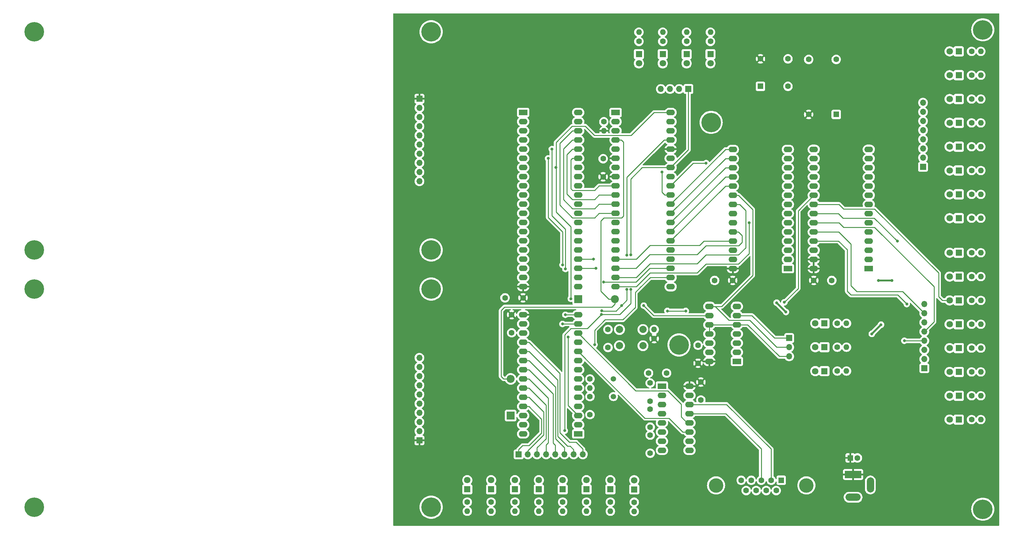
<source format=gbr>
%TF.GenerationSoftware,KiCad,Pcbnew,8.0.0*%
%TF.CreationDate,2024-05-27T12:02:18-04:00*%
%TF.ProjectId,Eater 6502 computer,45617465-7220-4363-9530-3220636f6d70,rev?*%
%TF.SameCoordinates,Original*%
%TF.FileFunction,Copper,L2,Bot*%
%TF.FilePolarity,Positive*%
%FSLAX46Y46*%
G04 Gerber Fmt 4.6, Leading zero omitted, Abs format (unit mm)*
G04 Created by KiCad (PCBNEW 8.0.0) date 2024-05-27 12:02:18*
%MOMM*%
%LPD*%
G01*
G04 APERTURE LIST*
%TA.AperFunction,ComponentPad*%
%ADD10C,1.500000*%
%TD*%
%TA.AperFunction,ComponentPad*%
%ADD11C,1.600000*%
%TD*%
%TA.AperFunction,ComponentPad*%
%ADD12O,1.600000X1.600000*%
%TD*%
%TA.AperFunction,ComponentPad*%
%ADD13R,2.400000X1.600000*%
%TD*%
%TA.AperFunction,ComponentPad*%
%ADD14O,2.400000X1.600000*%
%TD*%
%TA.AperFunction,ComponentPad*%
%ADD15R,1.800000X1.800000*%
%TD*%
%TA.AperFunction,ComponentPad*%
%ADD16C,1.800000*%
%TD*%
%TA.AperFunction,ComponentPad*%
%ADD17R,1.700000X1.700000*%
%TD*%
%TA.AperFunction,ComponentPad*%
%ADD18O,1.700000X1.700000*%
%TD*%
%TA.AperFunction,ComponentPad*%
%ADD19R,2.200000X2.200000*%
%TD*%
%TA.AperFunction,ComponentPad*%
%ADD20O,2.200000X2.200000*%
%TD*%
%TA.AperFunction,ComponentPad*%
%ADD21R,1.600000X1.600000*%
%TD*%
%TA.AperFunction,ComponentPad*%
%ADD22C,2.000000*%
%TD*%
%TA.AperFunction,ComponentPad*%
%ADD23C,4.000000*%
%TD*%
%TA.AperFunction,ComponentPad*%
%ADD24R,4.600000X2.000000*%
%TD*%
%TA.AperFunction,ComponentPad*%
%ADD25O,4.200000X2.000000*%
%TD*%
%TA.AperFunction,ComponentPad*%
%ADD26O,2.000000X4.200000*%
%TD*%
%TA.AperFunction,ViaPad*%
%ADD27C,0.800000*%
%TD*%
%TA.AperFunction,ViaPad*%
%ADD28C,5.400000*%
%TD*%
%TA.AperFunction,Conductor*%
%ADD29C,0.250000*%
%TD*%
%TA.AperFunction,Conductor*%
%ADD30C,0.500000*%
%TD*%
G04 APERTURE END LIST*
D10*
%TO.P,Y1,1,1*%
%TO.N,Net-(U5-XTLI)*%
X177829000Y-118494200D03*
%TO.P,Y1,2,2*%
%TO.N,Net-(U5-XTLO)*%
X177829000Y-113614200D03*
%TD*%
D11*
%TO.P,R13,1*%
%TO.N,Net-(D12-K)*%
X277012400Y-85242400D03*
D12*
%TO.P,R13,2*%
%TO.N,GND*%
X279552400Y-85242400D03*
%TD*%
D13*
%TO.P,U7,1*%
%TO.N,GND*%
X212017400Y-108737400D03*
D14*
%TO.P,U7,2*%
X212017400Y-106197400D03*
%TO.P,U7,3*%
%TO.N,unconnected-(U7-Pad3)*%
X212017400Y-103657400D03*
%TO.P,U7,4*%
%TO.N,/a14*%
X212017400Y-101117400D03*
%TO.P,U7,5*%
%TO.N,RCS*%
X212017400Y-98577400D03*
%TO.P,U7,6*%
%TO.N,ICS*%
X212017400Y-96037400D03*
%TO.P,U7,7,GND*%
%TO.N,GND*%
X212017400Y-93497400D03*
%TO.P,U7,8*%
%TO.N,MCS*%
X204397400Y-93497400D03*
%TO.P,U7,9*%
%TO.N,CLK*%
X204397400Y-96037400D03*
%TO.P,U7,10*%
%TO.N,RCS*%
X204397400Y-98577400D03*
%TO.P,U7,11*%
X204397400Y-101117400D03*
%TO.P,U7,12*%
%TO.N,/a15*%
X204397400Y-103657400D03*
%TO.P,U7,13*%
X204397400Y-106197400D03*
%TO.P,U7,14,VCC*%
%TO.N,VCC*%
X204397400Y-108737400D03*
%TD*%
D15*
%TO.P,D5,1,K*%
%TO.N,Net-(D5-K)*%
X273456400Y-36042600D03*
D16*
%TO.P,D5,2,A*%
%TO.N,/a2*%
X270916400Y-36042600D03*
%TD*%
D11*
%TO.P,R18,1*%
%TO.N,Net-(D17-K)*%
X277012400Y-118262400D03*
D12*
%TO.P,R18,2*%
%TO.N,GND*%
X279552400Y-118262400D03*
%TD*%
D11*
%TO.P,R33,1*%
%TO.N,Net-(D32-K)*%
X239830400Y-104810800D03*
D12*
%TO.P,R33,2*%
%TO.N,GND*%
X242370400Y-104810800D03*
%TD*%
D17*
%TO.P,J6,1,Pin_1*%
%TO.N,R{slash}~{W}*%
X198592600Y-33274000D03*
D18*
%TO.P,J6,2,Pin_2*%
%TO.N,CLK*%
X196052600Y-33274000D03*
%TO.P,J6,3,Pin_3*%
%TO.N,~{RESET}*%
X193512600Y-33274000D03*
%TO.P,J6,4,Pin_4*%
%TO.N,~{IRQB}*%
X190972600Y-33274000D03*
%TD*%
D17*
%TO.P,J5,1,Pin_1*%
%TO.N,/d7*%
X151587200Y-134493000D03*
D18*
%TO.P,J5,2,Pin_2*%
%TO.N,/d6*%
X154127200Y-134493000D03*
%TO.P,J5,3,Pin_3*%
%TO.N,/d5*%
X156667200Y-134493000D03*
%TO.P,J5,4,Pin_4*%
%TO.N,/d4*%
X159207200Y-134493000D03*
%TO.P,J5,5,Pin_5*%
%TO.N,/d3*%
X161747200Y-134493000D03*
%TO.P,J5,6,Pin_6*%
%TO.N,/d2*%
X164287200Y-134493000D03*
%TO.P,J5,7,Pin_7*%
%TO.N,/d1*%
X166827200Y-134493000D03*
%TO.P,J5,8,Pin_8*%
%TO.N,/d0*%
X169367200Y-134493000D03*
%TD*%
D15*
%TO.P,D32,1,K*%
%TO.N,Net-(D32-K)*%
X236274400Y-104810800D03*
D16*
%TO.P,D32,2,A*%
%TO.N,MCS*%
X233734400Y-104810800D03*
%TD*%
D11*
%TO.P,R30,1*%
%TO.N,Net-(D29-K)*%
X191490600Y-20066000D03*
D12*
%TO.P,R30,2*%
%TO.N,GND*%
X191490600Y-17526000D03*
%TD*%
D15*
%TO.P,D27,1,K*%
%TO.N,Net-(D27-K)*%
X204698600Y-23622000D03*
D16*
%TO.P,D27,2,A*%
%TO.N,R{slash}~{W}*%
X204698600Y-26162000D03*
%TD*%
D11*
%TO.P,R24,1*%
%TO.N,Net-(D23-K)*%
X157175200Y-147722800D03*
D12*
%TO.P,R24,2*%
%TO.N,GND*%
X157175200Y-150262800D03*
%TD*%
D11*
%TO.P,R1,1*%
%TO.N,VCC*%
X189106600Y-102438200D03*
D12*
%TO.P,R1,2*%
%TO.N,~{RESET}*%
X189106600Y-99898200D03*
%TD*%
D11*
%TO.P,R26,1*%
%TO.N,Net-(D25-K)*%
X143967200Y-147722800D03*
D12*
%TO.P,R26,2*%
%TO.N,GND*%
X143967200Y-150262800D03*
%TD*%
D15*
%TO.P,D15,1,K*%
%TO.N,Net-(D15-K)*%
X273461400Y-105054400D03*
D16*
%TO.P,D15,2,A*%
%TO.N,/a12*%
X270921400Y-105054400D03*
%TD*%
D11*
%TO.P,C1,1*%
%TO.N,~{RESET}*%
X176330400Y-99898200D03*
%TO.P,C1,2*%
%TO.N,GND*%
X176330400Y-104898200D03*
%TD*%
D19*
%TO.P,D2,1,K*%
%TO.N,Net-(D2-K)*%
X149381000Y-123748800D03*
D20*
%TO.P,D2,2,A*%
%TO.N,~{IRQB}*%
X149381000Y-113588800D03*
%TD*%
D15*
%TO.P,D26,1,K*%
%TO.N,Net-(D26-K)*%
X137363200Y-144195800D03*
D16*
%TO.P,D26,2,A*%
%TO.N,/d7*%
X137363200Y-141655800D03*
%TD*%
D11*
%TO.P,R16,1*%
%TO.N,Net-(D15-K)*%
X277017400Y-105054400D03*
D12*
%TO.P,R16,2*%
%TO.N,GND*%
X279557400Y-105054400D03*
%TD*%
D11*
%TO.P,C11,1*%
%TO.N,VCC*%
X233299000Y-86309200D03*
%TO.P,C11,2*%
%TO.N,GND*%
X238299000Y-86309200D03*
%TD*%
%TO.P,R28,1*%
%TO.N,Net-(D27-K)*%
X204698600Y-20066000D03*
D12*
%TO.P,R28,2*%
%TO.N,GND*%
X204698600Y-17526000D03*
%TD*%
D15*
%TO.P,D33,1,K*%
%TO.N,Net-(D33-K)*%
X236274400Y-111440200D03*
D16*
%TO.P,D33,2,A*%
%TO.N,RCS*%
X233734400Y-111440200D03*
%TD*%
D11*
%TO.P,R8,1*%
%TO.N,Net-(D7-K)*%
X277012400Y-49250600D03*
D12*
%TO.P,R8,2*%
%TO.N,GND*%
X279552400Y-49250600D03*
%TD*%
D15*
%TO.P,D4,1,K*%
%TO.N,Net-(D4-K)*%
X273456400Y-29438600D03*
D16*
%TO.P,D4,2,A*%
%TO.N,/a1*%
X270916400Y-29438600D03*
%TD*%
D15*
%TO.P,D7,1,K*%
%TO.N,Net-(D7-K)*%
X273456400Y-49250600D03*
D16*
%TO.P,D7,2,A*%
%TO.N,/a4*%
X270916400Y-49250600D03*
%TD*%
D11*
%TO.P,R31,1*%
%TO.N,Net-(D30-K)*%
X184886600Y-20066000D03*
D12*
%TO.P,R31,2*%
%TO.N,GND*%
X184886600Y-17526000D03*
%TD*%
D11*
%TO.P,R19,1*%
%TO.N,Net-(D18-K)*%
X277012400Y-124866400D03*
D12*
%TO.P,R19,2*%
%TO.N,GND*%
X279552400Y-124866400D03*
%TD*%
D13*
%TO.P,U4,1,~{VP}*%
%TO.N,unconnected-(U4-~{VP}-Pad1)*%
X178438600Y-39792600D03*
D14*
%TO.P,U4,2,RDY*%
%TO.N,Net-(U4-RDY)*%
X178438600Y-42332600D03*
%TO.P,U4,3,PHI1O*%
%TO.N,unconnected-(U4-PHI1O-Pad3)*%
X178438600Y-44872600D03*
%TO.P,U4,4,~{IRQB}*%
%TO.N,~{IRQB}*%
X178438600Y-47412600D03*
%TO.P,U4,5,~{MLB}*%
%TO.N,unconnected-(U4-~{MLB}-Pad5)*%
X178438600Y-49952600D03*
%TO.P,U4,6,~{NMI}*%
%TO.N,VCC*%
X178438600Y-52492600D03*
%TO.P,U4,7,SYNC*%
%TO.N,unconnected-(U4-SYNC-Pad7)*%
X178438600Y-55032600D03*
%TO.P,U4,8,VCC*%
%TO.N,VCC*%
X178438600Y-57572600D03*
%TO.P,U4,9,A0*%
%TO.N,/a0*%
X178438600Y-60112600D03*
%TO.P,U4,10,A1*%
%TO.N,/a1*%
X178438600Y-62652600D03*
%TO.P,U4,11,A2*%
%TO.N,/a2*%
X178438600Y-65192600D03*
%TO.P,U4,12,A3*%
%TO.N,/a3*%
X178438600Y-67732600D03*
%TO.P,U4,13,A4*%
%TO.N,/a4*%
X178438600Y-70272600D03*
%TO.P,U4,14,A5*%
%TO.N,/a5*%
X178438600Y-72812600D03*
%TO.P,U4,15,A6*%
%TO.N,/a6*%
X178438600Y-75352600D03*
%TO.P,U4,16,A7*%
%TO.N,/a7*%
X178438600Y-77892600D03*
%TO.P,U4,17,A8*%
%TO.N,/a8*%
X178438600Y-80432600D03*
%TO.P,U4,18,A9*%
%TO.N,/a9*%
X178438600Y-82972600D03*
%TO.P,U4,19,A10*%
%TO.N,/a10*%
X178438600Y-85512600D03*
%TO.P,U4,20,A11*%
%TO.N,/a11*%
X178438600Y-88052600D03*
%TO.P,U4,21,GND*%
%TO.N,GND*%
X193678600Y-88052600D03*
%TO.P,U4,22,A12*%
%TO.N,/a12*%
X193678600Y-85512600D03*
%TO.P,U4,23,A13*%
%TO.N,/a13*%
X193678600Y-82972600D03*
%TO.P,U4,24,A14*%
%TO.N,/a14*%
X193678600Y-80432600D03*
%TO.P,U4,25,A15*%
%TO.N,/a15*%
X193678600Y-77892600D03*
%TO.P,U4,26,D7*%
%TO.N,/d7*%
X193678600Y-75352600D03*
%TO.P,U4,27,D6*%
%TO.N,/d6*%
X193678600Y-72812600D03*
%TO.P,U4,28,D5*%
%TO.N,/d5*%
X193678600Y-70272600D03*
%TO.P,U4,29,D4*%
%TO.N,/d4*%
X193678600Y-67732600D03*
%TO.P,U4,30,D3*%
%TO.N,/d3*%
X193678600Y-65192600D03*
%TO.P,U4,31,D2*%
%TO.N,/d2*%
X193678600Y-62652600D03*
%TO.P,U4,32,D1*%
%TO.N,/d1*%
X193678600Y-60112600D03*
%TO.P,U4,33,D0*%
%TO.N,/d0*%
X193678600Y-57572600D03*
%TO.P,U4,34,R/~{W}*%
%TO.N,R{slash}~{W}*%
X193678600Y-55032600D03*
%TO.P,U4,35,NC*%
%TO.N,unconnected-(U4-NC-Pad35)*%
X193678600Y-52492600D03*
%TO.P,U4,36,BE*%
%TO.N,VCC*%
X193678600Y-49952600D03*
%TO.P,U4,37,PHI2*%
%TO.N,CLK*%
X193678600Y-47412600D03*
%TO.P,U4,38,~{SOB}*%
%TO.N,unconnected-(U4-~{SOB}-Pad38)*%
X193678600Y-44872600D03*
%TO.P,U4,39,PHI2O*%
%TO.N,unconnected-(U4-PHI2O-Pad39)*%
X193678600Y-42332600D03*
%TO.P,U4,40,~{RST}*%
%TO.N,~{RESET}*%
X193678600Y-39792600D03*
%TD*%
D15*
%TO.P,D25,1,K*%
%TO.N,Net-(D25-K)*%
X143967200Y-144195800D03*
D16*
%TO.P,D25,2,A*%
%TO.N,/d6*%
X143967200Y-141655800D03*
%TD*%
D15*
%TO.P,D31,1,K*%
%TO.N,Net-(D31-K)*%
X236274400Y-98206800D03*
D16*
%TO.P,D31,2,A*%
%TO.N,ICS*%
X233734400Y-98206800D03*
%TD*%
D11*
%TO.P,R2,1*%
%TO.N,Net-(U4-RDY)*%
X175187400Y-42341800D03*
D12*
%TO.P,R2,2*%
%TO.N,VCC*%
X175187400Y-44881800D03*
%TD*%
D11*
%TO.P,R22,1*%
%TO.N,Net-(D21-K)*%
X170383200Y-147722800D03*
D12*
%TO.P,R22,2*%
%TO.N,GND*%
X170383200Y-150262800D03*
%TD*%
D15*
%TO.P,D18,1,K*%
%TO.N,Net-(D18-K)*%
X273456400Y-124866400D03*
D16*
%TO.P,D18,2,A*%
%TO.N,/a15*%
X270916400Y-124866400D03*
%TD*%
D21*
%TO.P,X2,1,EN*%
%TO.N,unconnected-(X2-EN-Pad1)*%
X218543269Y-32524200D03*
D11*
%TO.P,X2,4,GND*%
%TO.N,GND*%
X226163269Y-32524200D03*
%TO.P,X2,5,OUT*%
%TO.N,CLK*%
X226163269Y-24904200D03*
%TO.P,X2,8,Vcc*%
%TO.N,VCC*%
X218543269Y-24904200D03*
%TD*%
D15*
%TO.P,D19,1,K*%
%TO.N,Net-(D19-K)*%
X183591200Y-144212600D03*
D16*
%TO.P,D19,2,A*%
%TO.N,/d0*%
X183591200Y-141672600D03*
%TD*%
D11*
%TO.P,R14,1*%
%TO.N,Net-(D13-K)*%
X277012400Y-91846400D03*
D12*
%TO.P,R14,2*%
%TO.N,GND*%
X279552400Y-91846400D03*
%TD*%
D15*
%TO.P,D24,1,K*%
%TO.N,Net-(D24-K)*%
X150571200Y-144195800D03*
D16*
%TO.P,D24,2,A*%
%TO.N,/d5*%
X150571200Y-141655800D03*
%TD*%
D15*
%TO.P,D8,1,K*%
%TO.N,Net-(D8-K)*%
X273456400Y-55854600D03*
D16*
%TO.P,D8,2,A*%
%TO.N,/a5*%
X270916400Y-55854600D03*
%TD*%
D17*
%TO.P,J4,1,Pin_1*%
%TO.N,/a7*%
X263550400Y-54838600D03*
D18*
%TO.P,J4,2,Pin_2*%
%TO.N,/a6*%
X263550400Y-52298600D03*
%TO.P,J4,3,Pin_3*%
%TO.N,/a5*%
X263550400Y-49758600D03*
%TO.P,J4,4,Pin_4*%
%TO.N,/a4*%
X263550400Y-47218600D03*
%TO.P,J4,5,Pin_5*%
%TO.N,/a3*%
X263550400Y-44678600D03*
%TO.P,J4,6,Pin_6*%
%TO.N,/a2*%
X263550400Y-42138600D03*
%TO.P,J4,7,Pin_7*%
%TO.N,/a1*%
X263550400Y-39598600D03*
%TO.P,J4,8,Pin_8*%
%TO.N,/a0*%
X263550400Y-37058600D03*
%TD*%
D11*
%TO.P,C14,1*%
%TO.N,VCC*%
X174991400Y-57592600D03*
%TO.P,C14,2*%
%TO.N,GND*%
X174991400Y-52592600D03*
%TD*%
%TO.P,R34,1*%
%TO.N,Net-(D33-K)*%
X239830400Y-111414800D03*
D12*
%TO.P,R34,2*%
%TO.N,GND*%
X242370400Y-111414800D03*
%TD*%
D15*
%TO.P,D28,1,K*%
%TO.N,Net-(D28-K)*%
X198094600Y-23622000D03*
D16*
%TO.P,D28,2,A*%
%TO.N,CLK*%
X198094600Y-26162000D03*
%TD*%
D15*
%TO.P,D11,1,K*%
%TO.N,Net-(D11-K)*%
X273456400Y-78638400D03*
D16*
%TO.P,D11,2,A*%
%TO.N,/a8*%
X270916400Y-78638400D03*
%TD*%
D15*
%TO.P,D10,1,K*%
%TO.N,Net-(D10-K)*%
X273456400Y-69062600D03*
D16*
%TO.P,D10,2,A*%
%TO.N,/a7*%
X270916400Y-69062600D03*
%TD*%
D11*
%TO.P,R21,1*%
%TO.N,Net-(D20-K)*%
X176987200Y-147717800D03*
D12*
%TO.P,R21,2*%
%TO.N,GND*%
X176987200Y-150257800D03*
%TD*%
D11*
%TO.P,R25,1*%
%TO.N,Net-(D24-K)*%
X150571200Y-147722800D03*
D12*
%TO.P,R25,2*%
%TO.N,GND*%
X150571200Y-150262800D03*
%TD*%
D11*
%TO.P,R11,1*%
%TO.N,Net-(D10-K)*%
X277012400Y-69062600D03*
D12*
%TO.P,R11,2*%
%TO.N,GND*%
X279552400Y-69062600D03*
%TD*%
D22*
%TO.P,SW1,1,1*%
%TO.N,GND*%
X186006600Y-104408800D03*
X179506600Y-104408800D03*
%TO.P,SW1,2,2*%
%TO.N,~{RESET}*%
X186006600Y-99908800D03*
X179506600Y-99908800D03*
%TD*%
D21*
%TO.P,C9,1*%
%TO.N,VCC*%
X243392888Y-135483600D03*
D11*
%TO.P,C9,2*%
%TO.N,GND*%
X245392888Y-135483600D03*
%TD*%
%TO.P,R17,1*%
%TO.N,Net-(D16-K)*%
X277012400Y-111658400D03*
D12*
%TO.P,R17,2*%
%TO.N,GND*%
X279552400Y-111658400D03*
%TD*%
D11*
%TO.P,C6,1*%
%TO.N,Net-(U3-VS-)*%
X188010800Y-129184400D03*
%TO.P,C6,2*%
%TO.N,GND*%
X188010800Y-134184400D03*
%TD*%
D13*
%TO.P,U3,1,C1+*%
%TO.N,Net-(U3-C1+)*%
X191262000Y-115595400D03*
D14*
%TO.P,U3,2,VS+*%
%TO.N,Net-(U3-VS+)*%
X191262000Y-118135400D03*
%TO.P,U3,3,C1-*%
%TO.N,Net-(U3-C1-)*%
X191262000Y-120675400D03*
%TO.P,U3,4,C2+*%
%TO.N,Net-(U3-C2+)*%
X191262000Y-123215400D03*
%TO.P,U3,5,C2-*%
%TO.N,Net-(U3-C2-)*%
X191262000Y-125755400D03*
%TO.P,U3,6,VS-*%
%TO.N,Net-(U3-VS-)*%
X191262000Y-128295400D03*
%TO.P,U3,7,T20*%
%TO.N,unconnected-(U3-T20-Pad7)*%
X191262000Y-130835400D03*
%TO.P,U3,8,R2I*%
%TO.N,unconnected-(U3-R2I-Pad8)*%
X191262000Y-133375400D03*
%TO.P,U3,9,R2O*%
%TO.N,unconnected-(U3-R2O-Pad9)*%
X198882000Y-133375400D03*
%TO.P,U3,10,T2I*%
%TO.N,unconnected-(U3-T2I-Pad10)*%
X198882000Y-130835400D03*
%TO.P,U3,11,T1I*%
%TO.N,Net-(U3-T1I)*%
X198882000Y-128295400D03*
%TO.P,U3,12,R1O*%
%TO.N,Net-(U3-R1O)*%
X198882000Y-125755400D03*
%TO.P,U3,13,R1I*%
%TO.N,Net-(U3-R1I)*%
X198882000Y-123215400D03*
%TO.P,U3,14,T10*%
%TO.N,Net-(U3-T10)*%
X198882000Y-120675400D03*
%TO.P,U3,15,GND*%
%TO.N,GND*%
X198882000Y-118135400D03*
%TO.P,U3,16,VCC*%
%TO.N,VCC*%
X198882000Y-115595400D03*
%TD*%
D13*
%TO.P,U1,1,A14*%
%TO.N,/a14*%
X248542600Y-83017600D03*
D14*
%TO.P,U1,2,A12*%
%TO.N,/a12*%
X248542600Y-80477600D03*
%TO.P,U1,3,A7*%
%TO.N,/a7*%
X248542600Y-77937600D03*
%TO.P,U1,4,A6*%
%TO.N,/a6*%
X248542600Y-75397600D03*
%TO.P,U1,5,A5*%
%TO.N,/a5*%
X248542600Y-72857600D03*
%TO.P,U1,6,A4*%
%TO.N,/a4*%
X248542600Y-70317600D03*
%TO.P,U1,7,A3*%
%TO.N,/a3*%
X248542600Y-67777600D03*
%TO.P,U1,8,A2*%
%TO.N,/a2*%
X248542600Y-65237600D03*
%TO.P,U1,9,A1*%
%TO.N,/a1*%
X248542600Y-62697600D03*
%TO.P,U1,10,A0*%
%TO.N,/a0*%
X248542600Y-60157600D03*
%TO.P,U1,11,D0*%
%TO.N,/d0*%
X248542600Y-57617600D03*
%TO.P,U1,12,D1*%
%TO.N,/d1*%
X248542600Y-55077600D03*
%TO.P,U1,13,D2*%
%TO.N,/d2*%
X248542600Y-52537600D03*
%TO.P,U1,14,GND*%
%TO.N,GND*%
X248542600Y-49997600D03*
%TO.P,U1,15,D3*%
%TO.N,/d3*%
X233302600Y-49997600D03*
%TO.P,U1,16,D4*%
%TO.N,/d4*%
X233302600Y-52537600D03*
%TO.P,U1,17,D5*%
%TO.N,/d5*%
X233302600Y-55077600D03*
%TO.P,U1,18,D6*%
%TO.N,/d6*%
X233302600Y-57617600D03*
%TO.P,U1,19,D7*%
%TO.N,/d7*%
X233302600Y-60157600D03*
%TO.P,U1,20,~{CS}*%
%TO.N,RCS*%
X233302600Y-62697600D03*
%TO.P,U1,21,A10*%
%TO.N,/a10*%
X233302600Y-65237600D03*
%TO.P,U1,22,~{OE}*%
%TO.N,GND*%
X233302600Y-67777600D03*
%TO.P,U1,23,A11*%
%TO.N,/a11*%
X233302600Y-70317600D03*
%TO.P,U1,24,A9*%
%TO.N,/a9*%
X233302600Y-72857600D03*
%TO.P,U1,25,A8*%
%TO.N,/a8*%
X233302600Y-75397600D03*
%TO.P,U1,26,A13*%
%TO.N,/a13*%
X233302600Y-77937600D03*
%TO.P,U1,27,~{WE}*%
%TO.N,VCC*%
X233302600Y-80477600D03*
%TO.P,U1,28,VCC*%
X233302600Y-83017600D03*
%TD*%
D11*
%TO.P,R20,1*%
%TO.N,Net-(D19-K)*%
X183591200Y-147768600D03*
D12*
%TO.P,R20,2*%
%TO.N,GND*%
X183591200Y-150308600D03*
%TD*%
D11*
%TO.P,R15,1*%
%TO.N,Net-(D14-K)*%
X277012400Y-98450400D03*
D12*
%TO.P,R15,2*%
%TO.N,GND*%
X279552400Y-98450400D03*
%TD*%
D11*
%TO.P,C13,1*%
%TO.N,VCC*%
X202042400Y-114467000D03*
%TO.P,C13,2*%
%TO.N,GND*%
X202042400Y-119467000D03*
%TD*%
D15*
%TO.P,D20,1,K*%
%TO.N,Net-(D20-K)*%
X176987200Y-144195800D03*
D16*
%TO.P,D20,2,A*%
%TO.N,/d1*%
X176987200Y-141655800D03*
%TD*%
D23*
%TO.P,J1,0*%
%TO.N,GND*%
X206254800Y-143106000D03*
X231254800Y-143106000D03*
D21*
%TO.P,J1,1,1*%
%TO.N,unconnected-(J1-Pad1)*%
X224294800Y-141686000D03*
D11*
%TO.P,J1,2,2*%
%TO.N,Net-(U3-T10)*%
X221524800Y-141686000D03*
%TO.P,J1,3,3*%
%TO.N,Net-(U3-R1I)*%
X218754800Y-141686000D03*
%TO.P,J1,4,4*%
%TO.N,unconnected-(J1-Pad4)*%
X215984800Y-141686000D03*
%TO.P,J1,5,5*%
%TO.N,GND*%
X213214800Y-141686000D03*
%TO.P,J1,6,6*%
%TO.N,unconnected-(J1-Pad6)*%
X222909800Y-144526000D03*
%TO.P,J1,7,7*%
%TO.N,unconnected-(J1-Pad7)*%
X220139800Y-144526000D03*
%TO.P,J1,8,8*%
%TO.N,unconnected-(J1-Pad8)*%
X217369800Y-144526000D03*
%TO.P,J1,9,9*%
%TO.N,unconnected-(J1-Pad9)*%
X214599800Y-144526000D03*
%TD*%
D15*
%TO.P,D12,1,K*%
%TO.N,Net-(D12-K)*%
X273456400Y-85242400D03*
D16*
%TO.P,D12,2,A*%
%TO.N,/a9*%
X270916400Y-85242400D03*
%TD*%
D15*
%TO.P,D14,1,K*%
%TO.N,Net-(D14-K)*%
X273456400Y-98450400D03*
D16*
%TO.P,D14,2,A*%
%TO.N,/a11*%
X270916400Y-98450400D03*
%TD*%
D11*
%TO.P,R23,1*%
%TO.N,Net-(D22-K)*%
X163779200Y-147722800D03*
D12*
%TO.P,R23,2*%
%TO.N,GND*%
X163779200Y-150262800D03*
%TD*%
D11*
%TO.P,C5,1*%
%TO.N,Net-(U3-VS+)*%
X192553600Y-111988600D03*
%TO.P,C5,2*%
%TO.N,GND*%
X187553600Y-111988600D03*
%TD*%
D15*
%TO.P,D9,1,K*%
%TO.N,Net-(D9-K)*%
X273456400Y-62458600D03*
D16*
%TO.P,D9,2,A*%
%TO.N,/a6*%
X270916400Y-62458600D03*
%TD*%
D15*
%TO.P,D13,1,K*%
%TO.N,Net-(D13-K)*%
X273456400Y-91846400D03*
D16*
%TO.P,D13,2,A*%
%TO.N,/a10*%
X270916400Y-91846400D03*
%TD*%
D11*
%TO.P,R29,1*%
%TO.N,Net-(D28-K)*%
X198094600Y-20066000D03*
D12*
%TO.P,R29,2*%
%TO.N,GND*%
X198094600Y-17526000D03*
%TD*%
D13*
%TO.P,U5,1,GND*%
%TO.N,GND*%
X168075400Y-128845000D03*
D14*
%TO.P,U5,2,CS0*%
%TO.N,/a12*%
X168075400Y-126305000D03*
%TO.P,U5,3,~{CS1}*%
%TO.N,ICS*%
X168075400Y-123765000D03*
%TO.P,U5,4,~{RST}*%
%TO.N,~{RESET}*%
X168075400Y-121225000D03*
%TO.P,U5,5,RXC*%
%TO.N,unconnected-(U5-RXC-Pad5)*%
X168075400Y-118685000D03*
%TO.P,U5,6,XTLI*%
%TO.N,Net-(U5-XTLI)*%
X168075400Y-116145000D03*
%TO.P,U5,7,XTLO*%
%TO.N,Net-(U5-XTLO)*%
X168075400Y-113605000D03*
%TO.P,U5,8,~{RTSB}*%
%TO.N,unconnected-(U5-~{RTSB}-Pad8)*%
X168075400Y-111065000D03*
%TO.P,U5,9,~{CTSB}*%
%TO.N,unconnected-(U5-~{CTSB}-Pad9)*%
X168075400Y-108525000D03*
%TO.P,U5,10,TXD*%
%TO.N,Net-(U3-T1I)*%
X168075400Y-105985000D03*
%TO.P,U5,11,~{DTRB}*%
%TO.N,unconnected-(U5-~{DTRB}-Pad11)*%
X168075400Y-103445000D03*
%TO.P,U5,12,RXD*%
%TO.N,Net-(U3-R1O)*%
X168075400Y-100905000D03*
%TO.P,U5,13,RS0*%
%TO.N,/a0*%
X168075400Y-98365000D03*
%TO.P,U5,14,RS1*%
%TO.N,/a1*%
X168075400Y-95825000D03*
%TO.P,U5,15,VCC*%
%TO.N,VCC*%
X152835400Y-95825000D03*
%TO.P,U5,16,~{DCDB}*%
%TO.N,unconnected-(U5-~{DCDB}-Pad16)*%
X152835400Y-98365000D03*
%TO.P,U5,17,~{DSRB}*%
%TO.N,unconnected-(U5-~{DSRB}-Pad17)*%
X152835400Y-100905000D03*
%TO.P,U5,18,D0*%
%TO.N,/d0*%
X152835400Y-103445000D03*
%TO.P,U5,19,D1*%
%TO.N,/d1*%
X152835400Y-105985000D03*
%TO.P,U5,20,D2*%
%TO.N,/d2*%
X152835400Y-108525000D03*
%TO.P,U5,21,D3*%
%TO.N,/d3*%
X152835400Y-111065000D03*
%TO.P,U5,22,D4*%
%TO.N,/d4*%
X152835400Y-113605000D03*
%TO.P,U5,23,D5*%
%TO.N,/d5*%
X152835400Y-116145000D03*
%TO.P,U5,24,D6*%
%TO.N,/d6*%
X152835400Y-118685000D03*
%TO.P,U5,25,D7*%
%TO.N,/d7*%
X152835400Y-121225000D03*
%TO.P,U5,26,~{IRQB}*%
%TO.N,Net-(D2-K)*%
X152835400Y-123765000D03*
%TO.P,U5,27,PHI2*%
%TO.N,CLK*%
X152835400Y-126305000D03*
%TO.P,U5,28,R/~{W}*%
%TO.N,R{slash}~{W}*%
X152835400Y-128845000D03*
%TD*%
D15*
%TO.P,D30,1,K*%
%TO.N,Net-(D30-K)*%
X184886600Y-23622000D03*
D16*
%TO.P,D30,2,A*%
%TO.N,~{IRQB}*%
X184886600Y-26162000D03*
%TD*%
D15*
%TO.P,D6,1,K*%
%TO.N,Net-(D6-K)*%
X273456400Y-42646600D03*
D16*
%TO.P,D6,2,A*%
%TO.N,/a3*%
X270916400Y-42646600D03*
%TD*%
D11*
%TO.P,R12,1*%
%TO.N,Net-(D11-K)*%
X277012400Y-78638400D03*
D12*
%TO.P,R12,2*%
%TO.N,GND*%
X279552400Y-78638400D03*
%TD*%
D17*
%TO.P,J7,1,Pin_1*%
%TO.N,ICS*%
X226495400Y-102285800D03*
D18*
%TO.P,J7,2,Pin_2*%
%TO.N,MCS*%
X226495400Y-104825800D03*
%TO.P,J7,3,Pin_3*%
%TO.N,RCS*%
X226495400Y-107365800D03*
%TD*%
D11*
%TO.P,R7,1*%
%TO.N,Net-(D6-K)*%
X277012400Y-42646600D03*
D12*
%TO.P,R7,2*%
%TO.N,GND*%
X279552400Y-42646600D03*
%TD*%
D11*
%TO.P,C12,1*%
%TO.N,VCC*%
X152806400Y-91135200D03*
%TO.P,C12,2*%
%TO.N,GND*%
X147806400Y-91135200D03*
%TD*%
%TO.P,C7,1*%
%TO.N,VCC*%
X149656800Y-95808800D03*
%TO.P,C7,2*%
%TO.N,GND*%
X149656800Y-100808800D03*
%TD*%
D13*
%TO.P,U2,1,A14*%
%TO.N,/a14*%
X226139800Y-83032600D03*
D14*
%TO.P,U2,2,A12*%
%TO.N,/a12*%
X226139800Y-80492600D03*
%TO.P,U2,3,A7*%
%TO.N,/a7*%
X226139800Y-77952600D03*
%TO.P,U2,4,A6*%
%TO.N,/a6*%
X226139800Y-75412600D03*
%TO.P,U2,5,A5*%
%TO.N,/a5*%
X226139800Y-72872600D03*
%TO.P,U2,6,A4*%
%TO.N,/a4*%
X226139800Y-70332600D03*
%TO.P,U2,7,A3*%
%TO.N,/a3*%
X226139800Y-67792600D03*
%TO.P,U2,8,A2*%
%TO.N,/a2*%
X226139800Y-65252600D03*
%TO.P,U2,9,A1*%
%TO.N,/a1*%
X226139800Y-62712600D03*
%TO.P,U2,10,A0*%
%TO.N,/a0*%
X226139800Y-60172600D03*
%TO.P,U2,11,Q0*%
%TO.N,/d0*%
X226139800Y-57632600D03*
%TO.P,U2,12,Q1*%
%TO.N,/d1*%
X226139800Y-55092600D03*
%TO.P,U2,13,Q2*%
%TO.N,/d2*%
X226139800Y-52552600D03*
%TO.P,U2,14,GND*%
%TO.N,GND*%
X226139800Y-50012600D03*
%TO.P,U2,15,Q3*%
%TO.N,/d3*%
X210899800Y-50012600D03*
%TO.P,U2,16,Q4*%
%TO.N,/d4*%
X210899800Y-52552600D03*
%TO.P,U2,17,Q5*%
%TO.N,/d5*%
X210899800Y-55092600D03*
%TO.P,U2,18,Q6*%
%TO.N,/d6*%
X210899800Y-57632600D03*
%TO.P,U2,19,Q7*%
%TO.N,/d7*%
X210899800Y-60172600D03*
%TO.P,U2,20,~{CS}*%
%TO.N,MCS*%
X210899800Y-62712600D03*
%TO.P,U2,21,A10*%
%TO.N,/a10*%
X210899800Y-65252600D03*
%TO.P,U2,22,~{OE}*%
%TO.N,unconnected-(U2-~{OE}-Pad22)*%
X210899800Y-67792600D03*
%TO.P,U2,23,A11*%
%TO.N,/a11*%
X210899800Y-70332600D03*
%TO.P,U2,24,A9*%
%TO.N,/a9*%
X210899800Y-72872600D03*
%TO.P,U2,25,A8*%
%TO.N,/a8*%
X210899800Y-75412600D03*
%TO.P,U2,26,A13*%
%TO.N,/a13*%
X210899800Y-77952600D03*
%TO.P,U2,27,~{WE}*%
%TO.N,unconnected-(U2-~{WE}-Pad27)*%
X210899800Y-80492600D03*
%TO.P,U2,28,VCC*%
%TO.N,VCC*%
X210899800Y-83032600D03*
%TD*%
D11*
%TO.P,C3,1*%
%TO.N,Net-(U3-C1-)*%
X188010800Y-119735600D03*
%TO.P,C3,2*%
%TO.N,Net-(U3-C1+)*%
X188010800Y-114735600D03*
%TD*%
%TO.P,R5,1*%
%TO.N,Net-(D4-K)*%
X277012400Y-29438600D03*
D12*
%TO.P,R5,2*%
%TO.N,GND*%
X279552400Y-29438600D03*
%TD*%
D15*
%TO.P,D29,1,K*%
%TO.N,Net-(D29-K)*%
X191490600Y-23622000D03*
D16*
%TO.P,D29,2,A*%
%TO.N,~{RESET}*%
X191490600Y-26162000D03*
%TD*%
D17*
%TO.P,J9,1,Pin_1*%
%TO.N,/a15*%
X263906000Y-110642400D03*
D18*
%TO.P,J9,2,Pin_2*%
%TO.N,/a14*%
X263906000Y-108102400D03*
%TO.P,J9,3,Pin_3*%
%TO.N,/a13*%
X263906000Y-105562400D03*
%TO.P,J9,4,Pin_4*%
%TO.N,/a12*%
X263906000Y-103022400D03*
%TO.P,J9,5,Pin_5*%
%TO.N,/a11*%
X263906000Y-100482400D03*
%TO.P,J9,6,Pin_6*%
%TO.N,/a10*%
X263906000Y-97942400D03*
%TO.P,J9,7,Pin_7*%
%TO.N,/a9*%
X263906000Y-95402400D03*
%TO.P,J9,8,Pin_8*%
%TO.N,/a8*%
X263906000Y-92862400D03*
%TD*%
D11*
%TO.P,R6,1*%
%TO.N,Net-(D5-K)*%
X277012400Y-36042600D03*
D12*
%TO.P,R6,2*%
%TO.N,GND*%
X279552400Y-36042600D03*
%TD*%
D11*
%TO.P,R4,1*%
%TO.N,Net-(D3-K)*%
X277012400Y-22834600D03*
D12*
%TO.P,R4,2*%
%TO.N,GND*%
X279552400Y-22834600D03*
%TD*%
D24*
%TO.P,J8,1*%
%TO.N,VCC*%
X244195600Y-140081000D03*
D25*
%TO.P,J8,2*%
%TO.N,GND*%
X244195600Y-146381000D03*
D26*
%TO.P,J8,3*%
X248995600Y-142981000D03*
%TD*%
D11*
%TO.P,R10,1*%
%TO.N,Net-(D9-K)*%
X277012400Y-62458600D03*
D12*
%TO.P,R10,2*%
%TO.N,GND*%
X279552400Y-62458600D03*
%TD*%
D15*
%TO.P,D22,1,K*%
%TO.N,Net-(D22-K)*%
X163779200Y-144195800D03*
D16*
%TO.P,D22,2,A*%
%TO.N,/d3*%
X163779200Y-141655800D03*
%TD*%
D17*
%TO.P,J3,1,Pin_1*%
%TO.N,VCC*%
X124104400Y-130606800D03*
D18*
%TO.P,J3,2,Pin_2*%
%TO.N,GND*%
X124104400Y-128066800D03*
%TO.P,J3,3,Pin_3*%
%TO.N,Net-(J3-Pin_3)*%
X124104400Y-125526800D03*
%TO.P,J3,4,Pin_4*%
%TO.N,Net-(J3-Pin_4)*%
X124104400Y-122986800D03*
%TO.P,J3,5,Pin_5*%
%TO.N,Net-(J3-Pin_5)*%
X124104400Y-120446800D03*
%TO.P,J3,6,Pin_6*%
%TO.N,Net-(J3-Pin_6)*%
X124104400Y-117906800D03*
%TO.P,J3,7,Pin_7*%
%TO.N,Net-(J3-Pin_7)*%
X124104400Y-115366800D03*
%TO.P,J3,8,Pin_8*%
%TO.N,Net-(J3-Pin_8)*%
X124104400Y-112826800D03*
%TO.P,J3,9,Pin_9*%
%TO.N,Net-(J3-Pin_9)*%
X124104400Y-110286800D03*
%TO.P,J3,10,Pin_10*%
%TO.N,Net-(J3-Pin_10)*%
X124104400Y-107746800D03*
%TD*%
D11*
%TO.P,R32,1*%
%TO.N,Net-(D31-K)*%
X239830400Y-98206800D03*
D12*
%TO.P,R32,2*%
%TO.N,GND*%
X242370400Y-98206800D03*
%TD*%
D11*
%TO.P,C8,1*%
%TO.N,VCC*%
X210859800Y-86309200D03*
%TO.P,C8,2*%
%TO.N,GND*%
X205859800Y-86309200D03*
%TD*%
%TO.P,C10,1*%
%TO.N,VCC*%
X201264200Y-109270800D03*
%TO.P,C10,2*%
%TO.N,GND*%
X201264200Y-104270800D03*
%TD*%
%TO.P,R3,1*%
%TO.N,Net-(U5-XTLO)*%
X171326600Y-113614200D03*
D12*
%TO.P,R3,2*%
%TO.N,Net-(U5-XTLI)*%
X171326600Y-116154200D03*
%TD*%
D15*
%TO.P,D3,1,K*%
%TO.N,Net-(D3-K)*%
X273456400Y-22834600D03*
D16*
%TO.P,D3,2,A*%
%TO.N,/a0*%
X270916400Y-22834600D03*
%TD*%
D21*
%TO.P,X1,1,EN*%
%TO.N,unconnected-(X1-EN-Pad1)*%
X239522000Y-40309800D03*
D11*
%TO.P,X1,7,GND*%
%TO.N,GND*%
X239522000Y-25069800D03*
%TO.P,X1,8,OUT*%
%TO.N,CLK*%
X231902000Y-25069800D03*
%TO.P,X1,14,Vcc*%
%TO.N,VCC*%
X231902000Y-40309800D03*
%TD*%
D19*
%TO.P,D1,1,K*%
%TO.N,Net-(D1-K)*%
X168075400Y-91490800D03*
D20*
%TO.P,D1,2,A*%
%TO.N,~{IRQB}*%
X178235400Y-91490800D03*
%TD*%
D11*
%TO.P,C4,1*%
%TO.N,Net-(U3-C2-)*%
X188010800Y-126960000D03*
%TO.P,C4,2*%
%TO.N,Net-(U3-C2+)*%
X188010800Y-121960000D03*
%TD*%
%TO.P,C2,1*%
%TO.N,Net-(U5-XTLI)*%
X171326600Y-118491000D03*
%TO.P,C2,2*%
%TO.N,GND*%
X171326600Y-123491000D03*
%TD*%
D15*
%TO.P,D17,1,K*%
%TO.N,Net-(D17-K)*%
X273456400Y-118262400D03*
D16*
%TO.P,D17,2,A*%
%TO.N,/a14*%
X270916400Y-118262400D03*
%TD*%
D11*
%TO.P,R27,1*%
%TO.N,Net-(D26-K)*%
X137363200Y-147722800D03*
D12*
%TO.P,R27,2*%
%TO.N,GND*%
X137363200Y-150262800D03*
%TD*%
D15*
%TO.P,D16,1,K*%
%TO.N,Net-(D16-K)*%
X273456400Y-111658400D03*
D16*
%TO.P,D16,2,A*%
%TO.N,/a13*%
X270916400Y-111658400D03*
%TD*%
D15*
%TO.P,D23,1,K*%
%TO.N,Net-(D23-K)*%
X157175200Y-144195800D03*
D16*
%TO.P,D23,2,A*%
%TO.N,/d4*%
X157175200Y-141655800D03*
%TD*%
D11*
%TO.P,R9,1*%
%TO.N,Net-(D8-K)*%
X277012400Y-55854600D03*
D12*
%TO.P,R9,2*%
%TO.N,GND*%
X279552400Y-55854600D03*
%TD*%
D13*
%TO.P,U6,1,GND*%
%TO.N,GND*%
X152830400Y-39772200D03*
D14*
%TO.P,U6,2,PA0*%
%TO.N,Net-(J2-Pin_3)*%
X152830400Y-42312200D03*
%TO.P,U6,3,PA1*%
%TO.N,Net-(J2-Pin_4)*%
X152830400Y-44852200D03*
%TO.P,U6,4,PA2*%
%TO.N,Net-(J2-Pin_5)*%
X152830400Y-47392200D03*
%TO.P,U6,5,PA3*%
%TO.N,Net-(J2-Pin_6)*%
X152830400Y-49932200D03*
%TO.P,U6,6,PA4*%
%TO.N,Net-(J2-Pin_7)*%
X152830400Y-52472200D03*
%TO.P,U6,7,PA5*%
%TO.N,Net-(J2-Pin_8)*%
X152830400Y-55012200D03*
%TO.P,U6,8,PA6*%
%TO.N,Net-(J2-Pin_9)*%
X152830400Y-57552200D03*
%TO.P,U6,9,PA7*%
%TO.N,Net-(J2-Pin_10)*%
X152830400Y-60092200D03*
%TO.P,U6,10,PB0*%
%TO.N,Net-(J3-Pin_10)*%
X152830400Y-62632200D03*
%TO.P,U6,11,PB1*%
%TO.N,Net-(J3-Pin_9)*%
X152830400Y-65172200D03*
%TO.P,U6,12,PB2*%
%TO.N,Net-(J3-Pin_8)*%
X152830400Y-67712200D03*
%TO.P,U6,13,PB3*%
%TO.N,Net-(J3-Pin_7)*%
X152830400Y-70252200D03*
%TO.P,U6,14,PB4*%
%TO.N,Net-(J3-Pin_6)*%
X152830400Y-72792200D03*
%TO.P,U6,15,PB5*%
%TO.N,Net-(J3-Pin_5)*%
X152830400Y-75332200D03*
%TO.P,U6,16,PB6*%
%TO.N,Net-(J3-Pin_4)*%
X152830400Y-77872200D03*
%TO.P,U6,17,PB7*%
%TO.N,Net-(J3-Pin_3)*%
X152830400Y-80412200D03*
%TO.P,U6,18,CB1*%
%TO.N,unconnected-(U6-CB1-Pad18)*%
X152830400Y-82952200D03*
%TO.P,U6,19,CB2*%
%TO.N,unconnected-(U6-CB2-Pad19)*%
X152830400Y-85492200D03*
%TO.P,U6,20,vcc*%
%TO.N,VCC*%
X152830400Y-88032200D03*
%TO.P,U6,21,~{IRQB}*%
%TO.N,Net-(D1-K)*%
X168070400Y-88032200D03*
%TO.P,U6,22,R/~{W}*%
%TO.N,R{slash}~{W}*%
X168070400Y-85492200D03*
%TO.P,U6,23,~{CS2}*%
%TO.N,ICS*%
X168070400Y-82952200D03*
%TO.P,U6,24,CS1*%
%TO.N,/a13*%
X168070400Y-80412200D03*
%TO.P,U6,25,PHI2*%
%TO.N,CLK*%
X168070400Y-77872200D03*
%TO.P,U6,26,D7*%
%TO.N,/d7*%
X168070400Y-75332200D03*
%TO.P,U6,27,D6*%
%TO.N,/d6*%
X168070400Y-72792200D03*
%TO.P,U6,28,D5*%
%TO.N,/d5*%
X168070400Y-70252200D03*
%TO.P,U6,29,D4*%
%TO.N,/d4*%
X168070400Y-67712200D03*
%TO.P,U6,30,D3*%
%TO.N,/d3*%
X168070400Y-65172200D03*
%TO.P,U6,31,D2*%
%TO.N,/d2*%
X168070400Y-62632200D03*
%TO.P,U6,32,D1*%
%TO.N,/d1*%
X168070400Y-60092200D03*
%TO.P,U6,33,D0*%
%TO.N,/d0*%
X168070400Y-57552200D03*
%TO.P,U6,34,~{RST}*%
%TO.N,~{RESET}*%
X168070400Y-55012200D03*
%TO.P,U6,35,RS3*%
%TO.N,/a0*%
X168070400Y-52472200D03*
%TO.P,U6,36,RS2*%
%TO.N,/a1*%
X168070400Y-49932200D03*
%TO.P,U6,37,RS1*%
%TO.N,/a2*%
X168070400Y-47392200D03*
%TO.P,U6,38,RS0*%
%TO.N,/a3*%
X168070400Y-44852200D03*
%TO.P,U6,39,CA2*%
%TO.N,unconnected-(U6-CA2-Pad39)*%
X168070400Y-42312200D03*
%TO.P,U6,40,CA1*%
%TO.N,unconnected-(U6-CA1-Pad40)*%
X168070400Y-39772200D03*
%TD*%
D17*
%TO.P,J2,1,Pin_1*%
%TO.N,VCC*%
X124104400Y-35966400D03*
D18*
%TO.P,J2,2,Pin_2*%
%TO.N,GND*%
X124104400Y-38506400D03*
%TO.P,J2,3,Pin_3*%
%TO.N,Net-(J2-Pin_3)*%
X124104400Y-41046400D03*
%TO.P,J2,4,Pin_4*%
%TO.N,Net-(J2-Pin_4)*%
X124104400Y-43586400D03*
%TO.P,J2,5,Pin_5*%
%TO.N,Net-(J2-Pin_5)*%
X124104400Y-46126400D03*
%TO.P,J2,6,Pin_6*%
%TO.N,Net-(J2-Pin_6)*%
X124104400Y-48666400D03*
%TO.P,J2,7,Pin_7*%
%TO.N,Net-(J2-Pin_7)*%
X124104400Y-51206400D03*
%TO.P,J2,8,Pin_8*%
%TO.N,Net-(J2-Pin_8)*%
X124104400Y-53746400D03*
%TO.P,J2,9,Pin_9*%
%TO.N,Net-(J2-Pin_9)*%
X124104400Y-56286400D03*
%TO.P,J2,10,Pin_10*%
%TO.N,Net-(J2-Pin_10)*%
X124104400Y-58826400D03*
%TD*%
D15*
%TO.P,D21,1,K*%
%TO.N,Net-(D21-K)*%
X170383200Y-144195800D03*
D16*
%TO.P,D21,2,A*%
%TO.N,/d2*%
X170383200Y-141655800D03*
%TD*%
D27*
%TO.N,~{RESET}*%
X161925000Y-55016400D03*
X166043400Y-91389200D03*
D28*
%TO.N,GND*%
X127355600Y-149148800D03*
D27*
X251231400Y-86360000D03*
X256438400Y-75438000D03*
D28*
X17424400Y-88696800D03*
X17424400Y-17424400D03*
D27*
X249377200Y-101117400D03*
D28*
X280111200Y-149707600D03*
D27*
X223037400Y-92481400D03*
X251917200Y-98577400D03*
D28*
X17424400Y-149148800D03*
D27*
X254914400Y-86360000D03*
D28*
X17424400Y-77876400D03*
D27*
X225602800Y-95046800D03*
D28*
X127355600Y-17424400D03*
X204876400Y-42519600D03*
X280111200Y-16865600D03*
X127355600Y-88696800D03*
X195986400Y-104190800D03*
X127355600Y-77876400D03*
D27*
%TO.N,VCC*%
X172796200Y-44170600D03*
X171475400Y-46913800D03*
X170357800Y-46228000D03*
X171475400Y-43561000D03*
X170357800Y-42468800D03*
X172796200Y-47523400D03*
%TO.N,/a0*%
X159766000Y-52501800D03*
X163741700Y-82016600D03*
X163741700Y-98374200D03*
%TO.N,/a1*%
X160782000Y-49911000D03*
X164541200Y-83134200D03*
X164527900Y-95834200D03*
%TO.N,/a8*%
X259054600Y-92862400D03*
%TO.N,/a11*%
X215370200Y-70332600D03*
%TO.N,/a12*%
X258394200Y-103022400D03*
X172618400Y-104114600D03*
%TO.N,/a13*%
X175107600Y-86741000D03*
X172313600Y-80441800D03*
%TO.N,/d1*%
X203504800Y-53822600D03*
%TO.N,/d2*%
X191262000Y-56261000D03*
%TO.N,CLK*%
X181559200Y-79273400D03*
X186232800Y-93294200D03*
X174553442Y-94734637D03*
X181559200Y-88777100D03*
X180086000Y-93294200D03*
%TO.N,R{slash}~{W}*%
X164338000Y-127939800D03*
X182626000Y-79222600D03*
X174498000Y-95732600D03*
X182626000Y-88777100D03*
%TO.N,ICS*%
X173024800Y-82931000D03*
X192786000Y-94767400D03*
X197866000Y-94767400D03*
X165252400Y-102031800D03*
%TO.N,RCS*%
X225145600Y-92379800D03*
%TD*%
D29*
%TO.N,~{RESET}*%
X170027600Y-43561000D02*
X166420800Y-43561000D01*
X189046600Y-39792600D02*
X182712800Y-46126400D01*
X161954000Y-67335400D02*
X166018000Y-71399400D01*
X166018000Y-71399400D02*
X166018000Y-91363800D01*
X172593000Y-46126400D02*
X170027600Y-43561000D01*
X161954000Y-55045400D02*
X161954000Y-67335400D01*
X166420800Y-43561000D02*
X161954000Y-48027800D01*
X193678600Y-39792600D02*
X189046600Y-39792600D01*
X161954000Y-54987400D02*
X161925000Y-55016400D01*
X182712800Y-46126400D02*
X172593000Y-46126400D01*
X166018000Y-91363800D02*
X166043400Y-91389200D01*
X161954000Y-48027800D02*
X161954000Y-54987400D01*
X161925000Y-55016400D02*
X161954000Y-55045400D01*
D30*
%TO.N,GND*%
X251231400Y-86360000D02*
X254914400Y-86360000D01*
D29*
X233302600Y-67777600D02*
X240142000Y-67777600D01*
D30*
X223037400Y-92481400D02*
X225602800Y-95046800D01*
D29*
X240142000Y-67777600D02*
X241401600Y-69037200D01*
X250037600Y-69037200D02*
X256438400Y-75438000D01*
X241401600Y-69037200D02*
X250037600Y-69037200D01*
D30*
X251917200Y-98577400D02*
X249377200Y-101117400D01*
D29*
%TO.N,VCC*%
X157928000Y-95825000D02*
X157937200Y-95834200D01*
X178438600Y-52492600D02*
X177352000Y-52492600D01*
X178438600Y-57572600D02*
X178429400Y-57581800D01*
%TO.N,~{IRQB}*%
X175158400Y-69011800D02*
X174345600Y-69824600D01*
X147421600Y-113588800D02*
X149381000Y-113588800D01*
X180594000Y-47980600D02*
X180594000Y-68503800D01*
X178235400Y-92811600D02*
X178235400Y-91490800D01*
X174345600Y-89277400D02*
X176559000Y-91490800D01*
X176559000Y-91490800D02*
X178235400Y-91490800D01*
X180086000Y-69011800D02*
X175158400Y-69011800D01*
X178438600Y-47412600D02*
X180026000Y-47412600D01*
X146710400Y-94640400D02*
X147675600Y-93675200D01*
X147675600Y-93675200D02*
X149453600Y-93675200D01*
X149453600Y-93675200D02*
X177371800Y-93675200D01*
X146710400Y-112877600D02*
X147421600Y-113588800D01*
X180026000Y-47412600D02*
X180594000Y-47980600D01*
X174345600Y-69824600D02*
X174345600Y-89277400D01*
X146710400Y-94640400D02*
X146710400Y-112877600D01*
X177371800Y-93675200D02*
X178235400Y-92811600D01*
X180594000Y-68503800D02*
X180086000Y-69011800D01*
%TO.N,/a0*%
X168075400Y-98365000D02*
X163750900Y-98365000D01*
X173875800Y-60112600D02*
X172647400Y-61341000D01*
X166479400Y-52472200D02*
X168070400Y-52472200D01*
X166500600Y-61341000D02*
X166043400Y-60883800D01*
X159766000Y-52501800D02*
X159766000Y-68859400D01*
X163741700Y-72835100D02*
X163741700Y-82016600D01*
X166043400Y-52908200D02*
X166479400Y-52472200D01*
X166043400Y-60883800D02*
X166043400Y-52908200D01*
X163750900Y-98365000D02*
X163741700Y-98374200D01*
X172647400Y-61341000D02*
X166500600Y-61341000D01*
X159766000Y-68859400D02*
X163741700Y-72835100D01*
X178438600Y-60112600D02*
X173875800Y-60112600D01*
%TO.N,/a1*%
X164537100Y-95825000D02*
X164527900Y-95834200D01*
X160782000Y-49911000D02*
X160782000Y-68351400D01*
X168075400Y-95825000D02*
X164537100Y-95825000D01*
X178438600Y-62652600D02*
X173875800Y-62652600D01*
X166500600Y-63881000D02*
X164976600Y-62357000D01*
X164541200Y-72110600D02*
X164541200Y-83134200D01*
X160782000Y-68351400D02*
X164541200Y-72110600D01*
X166479400Y-49932200D02*
X168070400Y-49932200D01*
X172647400Y-63881000D02*
X166500600Y-63881000D01*
X164976600Y-51435000D02*
X166479400Y-49932200D01*
X164976600Y-62357000D02*
X164976600Y-51435000D01*
X173875800Y-62652600D02*
X172647400Y-63881000D01*
%TO.N,/a2*%
X166479400Y-47392200D02*
X168070400Y-47392200D01*
X164011400Y-49860200D02*
X166479400Y-47392200D01*
X173875800Y-65192600D02*
X172647400Y-66421000D01*
X172647400Y-66421000D02*
X166500600Y-66421000D01*
X166500600Y-66421000D02*
X164011400Y-63931800D01*
X164011400Y-63931800D02*
X164011400Y-49860200D01*
X178438600Y-65192600D02*
X173875800Y-65192600D01*
%TO.N,/a3*%
X172647400Y-68961000D02*
X166500600Y-68961000D01*
X166500600Y-68961000D02*
X162995400Y-65455800D01*
X162995400Y-65455800D02*
X162995400Y-48336200D01*
X166479400Y-44852200D02*
X168070400Y-44852200D01*
X162995400Y-48336200D02*
X166479400Y-44852200D01*
X178438600Y-67732600D02*
X173875800Y-67732600D01*
X173875800Y-67732600D02*
X172647400Y-68961000D01*
%TO.N,/a8*%
X184119000Y-80432600D02*
X184128200Y-80441800D01*
X201654200Y-76631800D02*
X202873400Y-75412600D01*
X184128200Y-80441800D02*
X187938200Y-76631800D01*
X187938200Y-76631800D02*
X201654200Y-76631800D01*
X240167400Y-75397600D02*
X242570000Y-77800200D01*
X233302600Y-75397600D02*
X240167400Y-75397600D01*
X243596400Y-90322400D02*
X256514600Y-90322400D01*
X202873400Y-75412600D02*
X210899800Y-75412600D01*
X178438600Y-80432600D02*
X184119000Y-80432600D01*
X256514600Y-90322400D02*
X259054600Y-92862400D01*
X242570000Y-89296000D02*
X243596400Y-90322400D01*
X242570000Y-77800200D02*
X242570000Y-89296000D01*
%TO.N,/a9*%
X212525400Y-76682600D02*
X213490600Y-75717400D01*
X245222000Y-89408000D02*
X257911600Y-89408000D01*
X212474600Y-72872600D02*
X210899800Y-72872600D01*
X203483000Y-76682600D02*
X212525400Y-76682600D01*
X200993800Y-79171800D02*
X203483000Y-76682600D01*
X240218200Y-72857600D02*
X243586000Y-76225400D01*
X243586000Y-87772000D02*
X245222000Y-89408000D01*
X178438600Y-82972600D02*
X184119000Y-82972600D01*
X187919800Y-79171800D02*
X200993800Y-79171800D01*
X243586000Y-76225400D02*
X243586000Y-87772000D01*
X213490600Y-73888600D02*
X212474600Y-72872600D01*
X257911600Y-89408000D02*
X263906000Y-95402400D01*
X184119000Y-82972600D02*
X187919800Y-79171800D01*
X233302600Y-72857600D02*
X240218200Y-72857600D01*
X213490600Y-75717400D02*
X213490600Y-73888600D01*
%TO.N,/a10*%
X210899800Y-65801610D02*
X210899800Y-65252600D01*
X214455800Y-77241400D02*
X212474600Y-79222600D01*
X212474600Y-79222600D02*
X203483000Y-79222600D01*
X250139200Y-66522600D02*
X267868400Y-84251800D01*
X267868400Y-90779600D02*
X268935200Y-91846400D01*
X268935200Y-91846400D02*
X270916400Y-91846400D01*
X267868400Y-84251800D02*
X267868400Y-90779600D01*
X210899800Y-65252600D02*
X212786600Y-65252600D01*
X212786600Y-65252600D02*
X214455800Y-66921800D01*
X233302600Y-65237600D02*
X240319800Y-65237600D01*
X187938200Y-81711800D02*
X184128200Y-85521800D01*
X240319800Y-65237600D02*
X241604800Y-66522600D01*
X184128200Y-85521800D02*
X184119000Y-85512600D01*
X200993800Y-81711800D02*
X187938200Y-81711800D01*
X184119000Y-85512600D02*
X178438600Y-85512600D01*
X214455800Y-66921800D02*
X214455800Y-77241400D01*
X203483000Y-79222600D02*
X200993800Y-81711800D01*
X241604800Y-66522600D02*
X250139200Y-66522600D01*
%TO.N,/a11*%
X240269000Y-70317600D02*
X241554000Y-71602600D01*
X212474600Y-81762600D02*
X203483000Y-81762600D01*
X266598400Y-88061800D02*
X266598400Y-97790000D01*
X184119000Y-88052600D02*
X178438600Y-88052600D01*
X215370200Y-70332600D02*
X215370200Y-78867000D01*
X241554000Y-71602600D02*
X250139200Y-71602600D01*
X187938200Y-84251800D02*
X184128200Y-88061800D01*
X215370200Y-78867000D02*
X212474600Y-81762600D01*
X233302600Y-70317600D02*
X240269000Y-70317600D01*
X203483000Y-81762600D02*
X200993800Y-84251800D01*
X250139200Y-71602600D02*
X266598400Y-88061800D01*
X200993800Y-84251800D02*
X187938200Y-84251800D01*
X266598400Y-97790000D02*
X263906000Y-100482400D01*
X184128200Y-88061800D02*
X184119000Y-88052600D01*
%TO.N,/a12*%
X175514000Y-97205800D02*
X175205400Y-97514400D01*
X193678600Y-85512600D02*
X188020000Y-85512600D01*
X180441600Y-97205800D02*
X175514000Y-97205800D01*
X263906000Y-103022400D02*
X258394200Y-103022400D01*
X172618400Y-100101400D02*
X172618400Y-104114600D01*
X185216800Y-88315800D02*
X183896000Y-89636600D01*
X183896000Y-93751400D02*
X180441600Y-97205800D01*
X188020000Y-85512600D02*
X185216800Y-88315800D01*
X175205400Y-97514400D02*
X172618400Y-100101400D01*
X183896000Y-89636600D02*
X183896000Y-93751400D01*
%TO.N,/a13*%
X175158400Y-86791800D02*
X175107600Y-86741000D01*
X184073800Y-86791800D02*
X175158400Y-86791800D01*
X193678600Y-82972600D02*
X187893000Y-82972600D01*
X172284000Y-80412200D02*
X172313600Y-80441800D01*
X168070400Y-80412200D02*
X172284000Y-80412200D01*
X187893000Y-82972600D02*
X184073800Y-86791800D01*
%TO.N,/d0*%
X152835400Y-103445000D02*
X154422800Y-103445000D01*
X169367200Y-133019800D02*
X169367200Y-134493000D01*
X163017200Y-112039400D02*
X163017200Y-128498600D01*
X167487600Y-131140200D02*
X169367200Y-133019800D01*
X165658800Y-131140200D02*
X167487600Y-131140200D01*
X163017200Y-128498600D02*
X165658800Y-131140200D01*
X154422800Y-103445000D02*
X163017200Y-112039400D01*
%TO.N,/d1*%
X193678600Y-60112600D02*
X193678600Y-60092800D01*
X154422800Y-105985000D02*
X162407600Y-113969800D01*
X162407600Y-113969800D02*
X162407600Y-128498600D01*
X165150800Y-132257800D02*
X162407600Y-129514600D01*
X162407600Y-129514600D02*
X162407600Y-128498600D01*
X152835400Y-105985000D02*
X154422800Y-105985000D01*
X199948800Y-53822600D02*
X203504800Y-53822600D01*
X165862000Y-132257800D02*
X165150800Y-132257800D01*
X166827200Y-134493000D02*
X166827200Y-133223000D01*
X193678600Y-60092800D02*
X199948800Y-53822600D01*
X166827200Y-133223000D02*
X165862000Y-132257800D01*
%TO.N,/d2*%
X191262000Y-56261000D02*
X191262000Y-61849000D01*
X192074800Y-62661800D02*
X192084000Y-62652600D01*
X161798000Y-115900200D02*
X161798000Y-130175000D01*
X192084000Y-62652600D02*
X193678600Y-62652600D01*
X154422800Y-108525000D02*
X152835400Y-108525000D01*
X191262000Y-61849000D02*
X192074800Y-62661800D01*
X161798000Y-130175000D02*
X164287200Y-132664200D01*
X164287200Y-132664200D02*
X164287200Y-134493000D01*
X161798000Y-115900200D02*
X154422800Y-108525000D01*
%TO.N,/d3*%
X161747200Y-131953000D02*
X161747200Y-134493000D01*
X161137600Y-117779800D02*
X161137600Y-131343400D01*
X208858600Y-50012600D02*
X193678600Y-65192600D01*
X154422800Y-111065000D02*
X161137600Y-117779800D01*
X210899800Y-50012600D02*
X208858600Y-50012600D01*
X152835400Y-111065000D02*
X154422800Y-111065000D01*
X161137600Y-131343400D02*
X161747200Y-131953000D01*
%TO.N,/d4*%
X154422800Y-113605000D02*
X159766000Y-118948200D01*
X159207200Y-131851400D02*
X159207200Y-134493000D01*
X210899800Y-52552600D02*
X208858600Y-52552600D01*
X159766000Y-118948200D02*
X159766000Y-131292600D01*
X152835400Y-113605000D02*
X154422800Y-113605000D01*
X208858600Y-52552600D02*
X193678600Y-67732600D01*
X159766000Y-131292600D02*
X159207200Y-131851400D01*
%TO.N,/d5*%
X154422800Y-116145000D02*
X152835400Y-116145000D01*
X159156400Y-120878600D02*
X154422800Y-116145000D01*
X208858600Y-55092600D02*
X193678600Y-70272600D01*
X159156400Y-130175000D02*
X156667200Y-132664200D01*
X159156400Y-120878600D02*
X159156400Y-130175000D01*
X210899800Y-55092600D02*
X208858600Y-55092600D01*
X156667200Y-132664200D02*
X156667200Y-134493000D01*
%TO.N,/d6*%
X158546800Y-122758200D02*
X158546800Y-129108200D01*
X154473600Y-118685000D02*
X158546800Y-122758200D01*
X158546800Y-129108200D02*
X154127200Y-133527800D01*
X152835400Y-118685000D02*
X154473600Y-118685000D01*
X154127200Y-133527800D02*
X154127200Y-134493000D01*
X210899800Y-57632600D02*
X208858600Y-57632600D01*
X208858600Y-57632600D02*
X193678600Y-72812600D01*
%TO.N,/d7*%
X157937200Y-124739400D02*
X157937200Y-128549400D01*
X151587200Y-133172200D02*
X151587200Y-134493000D01*
X154422800Y-121225000D02*
X157937200Y-124739400D01*
X157937200Y-128549400D02*
X154432000Y-132054600D01*
X152835400Y-121225000D02*
X154422800Y-121225000D01*
X208858600Y-60172600D02*
X193678600Y-75352600D01*
X210899800Y-60172600D02*
X208858600Y-60172600D01*
X152704800Y-132054600D02*
X151587200Y-133172200D01*
X154432000Y-132054600D02*
X152704800Y-132054600D01*
%TO.N,CLK*%
X181559200Y-88777100D02*
X181559200Y-91770200D01*
X188976000Y-96037400D02*
X204397400Y-96037400D01*
X180086000Y-93243400D02*
X180086000Y-93294200D01*
X181559200Y-57734200D02*
X181559200Y-62204600D01*
X180086000Y-93294200D02*
X180035200Y-93294200D01*
X178562000Y-94767400D02*
X174586205Y-94767400D01*
X181559200Y-62204600D02*
X181559200Y-79070200D01*
X174586205Y-94767400D02*
X174553442Y-94734637D01*
X181559200Y-91770200D02*
X180086000Y-93243400D01*
X186232800Y-93294200D02*
X188976000Y-96037400D01*
X180035200Y-93294200D02*
X178562000Y-94767400D01*
X193678600Y-47412600D02*
X191880800Y-47412600D01*
X191880800Y-47412600D02*
X181559200Y-57734200D01*
%TO.N,R{slash}~{W}*%
X182626000Y-88777100D02*
X182626000Y-92684600D01*
X182626000Y-58191400D02*
X182626000Y-79222600D01*
X174498000Y-95732600D02*
X170586400Y-99644200D01*
X179578000Y-95732600D02*
X174498000Y-95732600D01*
X167345210Y-99644200D02*
X166065200Y-99644200D01*
X185784800Y-55032600D02*
X182626000Y-58191400D01*
X193678600Y-55032600D02*
X198592600Y-50118600D01*
X182626000Y-92684600D02*
X179578000Y-95732600D01*
X168300400Y-99644200D02*
X167345210Y-99644200D01*
X170586400Y-99644200D02*
X168300400Y-99644200D01*
X166065200Y-99644200D02*
X164338000Y-101371400D01*
X193678600Y-55032600D02*
X185784800Y-55032600D01*
X164338000Y-101371400D02*
X164338000Y-127939800D01*
X198592600Y-50118600D02*
X198592600Y-33274000D01*
%TO.N,ICS*%
X212017400Y-96037400D02*
X216204800Y-96037400D01*
X197866000Y-94767400D02*
X192786000Y-94767400D01*
X216204800Y-96037400D02*
X222453200Y-102285800D01*
X165252400Y-120942000D02*
X165252400Y-102031800D01*
X168075400Y-123765000D02*
X165252400Y-120942000D01*
X173003600Y-82952200D02*
X173024800Y-82931000D01*
X168070400Y-82952200D02*
X173003600Y-82952200D01*
X222453200Y-102285800D02*
X226495400Y-102285800D01*
%TO.N,MCS*%
X223062800Y-104825800D02*
X226495400Y-104825800D01*
X204397400Y-93497400D02*
X205994000Y-93497400D01*
X210899800Y-62712600D02*
X212420200Y-62712600D01*
X216408000Y-66700400D02*
X216408000Y-84912200D01*
X215544400Y-97307400D02*
X223062800Y-104825800D01*
X205994000Y-93497400D02*
X209804000Y-97307400D01*
X216408000Y-84912200D02*
X207822800Y-93497400D01*
X207822800Y-93497400D02*
X204397400Y-93497400D01*
X209804000Y-97307400D02*
X215544400Y-97307400D01*
X212420200Y-62712600D02*
X216408000Y-66700400D01*
%TO.N,Net-(U3-T10)*%
X221524800Y-133023869D02*
X221524800Y-141686000D01*
X209176331Y-120675400D02*
X221524800Y-133023869D01*
X198882000Y-120675400D02*
X209176331Y-120675400D01*
%TO.N,Net-(U3-R1I)*%
X208946331Y-123215400D02*
X218754800Y-133023869D01*
X218754800Y-133023869D02*
X218754800Y-141686000D01*
X198882000Y-123215400D02*
X208946331Y-123215400D01*
%TO.N,RCS*%
X226495400Y-107365800D02*
X223774000Y-107365800D01*
X229006400Y-88519000D02*
X229006400Y-66993800D01*
X223774000Y-107365800D02*
X214985600Y-98577400D01*
X225145600Y-92379800D02*
X229006400Y-88519000D01*
X229006400Y-66993800D02*
X233302600Y-62697600D01*
X204397400Y-101117400D02*
X204397400Y-98577400D01*
X214985600Y-98577400D02*
X212017400Y-98577400D01*
X204397400Y-98577400D02*
X212017400Y-98577400D01*
%TO.N,Net-(U3-T1I)*%
X186575800Y-124485400D02*
X193192400Y-124485400D01*
X197002400Y-128295400D02*
X198882000Y-128295400D01*
X193192400Y-124485400D02*
X197002400Y-128295400D01*
X168075400Y-105985000D02*
X186575800Y-124485400D01*
%TO.N,Net-(U3-R1O)*%
X192862200Y-116865400D02*
X196596000Y-120599200D01*
X196596000Y-124104400D02*
X198247000Y-125755400D01*
X198247000Y-125755400D02*
X198882000Y-125755400D01*
X196596000Y-120599200D02*
X196596000Y-124104400D01*
X184035800Y-116865400D02*
X192862200Y-116865400D01*
X168075400Y-100905000D02*
X184035800Y-116865400D01*
X168075400Y-100905000D02*
X168075400Y-101305000D01*
%TD*%
%TA.AperFunction,Conductor*%
%TO.N,VCC*%
G36*
X149387455Y-94320385D02*
G01*
X149433210Y-94373189D01*
X149443154Y-94442347D01*
X149414129Y-94505903D01*
X149355351Y-94543677D01*
X149352509Y-94544475D01*
X149210482Y-94582530D01*
X149210473Y-94582534D01*
X149004316Y-94678666D01*
X149004312Y-94678668D01*
X148931326Y-94729773D01*
X148931326Y-94729774D01*
X149610353Y-95408800D01*
X149604139Y-95408800D01*
X149502406Y-95436059D01*
X149411194Y-95488720D01*
X149336720Y-95563194D01*
X149284059Y-95654406D01*
X149256800Y-95756139D01*
X149256800Y-95762352D01*
X148577774Y-95083326D01*
X148577773Y-95083326D01*
X148526668Y-95156312D01*
X148526666Y-95156316D01*
X148430534Y-95362473D01*
X148430530Y-95362482D01*
X148371660Y-95582189D01*
X148371658Y-95582200D01*
X148351834Y-95808797D01*
X148351834Y-95808802D01*
X148371658Y-96035399D01*
X148371660Y-96035410D01*
X148430530Y-96255117D01*
X148430535Y-96255131D01*
X148526663Y-96461278D01*
X148577774Y-96534272D01*
X149256800Y-95855246D01*
X149256800Y-95861461D01*
X149284059Y-95963194D01*
X149336720Y-96054406D01*
X149411194Y-96128880D01*
X149502406Y-96181541D01*
X149604139Y-96208800D01*
X149610353Y-96208800D01*
X148931326Y-96887825D01*
X149004313Y-96938932D01*
X149004321Y-96938936D01*
X149210468Y-97035064D01*
X149210482Y-97035069D01*
X149430189Y-97093939D01*
X149430200Y-97093941D01*
X149656798Y-97113766D01*
X149656802Y-97113766D01*
X149883399Y-97093941D01*
X149883410Y-97093939D01*
X150103117Y-97035069D01*
X150103131Y-97035064D01*
X150309278Y-96938936D01*
X150382271Y-96887824D01*
X149703247Y-96208800D01*
X149709461Y-96208800D01*
X149811194Y-96181541D01*
X149902406Y-96128880D01*
X149976880Y-96054406D01*
X150029541Y-95963194D01*
X150056800Y-95861461D01*
X150056800Y-95855247D01*
X150735824Y-96534271D01*
X150786936Y-96461278D01*
X150883064Y-96255131D01*
X150883069Y-96255117D01*
X150923300Y-96104971D01*
X150959665Y-96045311D01*
X151022511Y-96014781D01*
X151091887Y-96023075D01*
X151145765Y-96067560D01*
X151165548Y-96117661D01*
X151167411Y-96129421D01*
X151230644Y-96324031D01*
X151323540Y-96506349D01*
X151443817Y-96671894D01*
X151443817Y-96671895D01*
X151588504Y-96816582D01*
X151754052Y-96936861D01*
X151847028Y-96984234D01*
X151897825Y-97032208D01*
X151914620Y-97100029D01*
X151892083Y-97166164D01*
X151847030Y-97205203D01*
X151753788Y-97252713D01*
X151588186Y-97373028D01*
X151443428Y-97517786D01*
X151323115Y-97683386D01*
X151230181Y-97865776D01*
X151166922Y-98060465D01*
X151134900Y-98262648D01*
X151134900Y-98467351D01*
X151166922Y-98669534D01*
X151230181Y-98864223D01*
X151271957Y-98946211D01*
X151322772Y-99045941D01*
X151323115Y-99046613D01*
X151443428Y-99212213D01*
X151588186Y-99356971D01*
X151718587Y-99451711D01*
X151753790Y-99477287D01*
X151843829Y-99523164D01*
X151846480Y-99524515D01*
X151897276Y-99572490D01*
X151914071Y-99640311D01*
X151891534Y-99706446D01*
X151846480Y-99745485D01*
X151753786Y-99792715D01*
X151588186Y-99913028D01*
X151443428Y-100057786D01*
X151323115Y-100223386D01*
X151230181Y-100405776D01*
X151175948Y-100572687D01*
X151136510Y-100630362D01*
X151072151Y-100657560D01*
X151003305Y-100645645D01*
X150951829Y-100598400D01*
X150938242Y-100566461D01*
X150914891Y-100479314D01*
X150883539Y-100362304D01*
X150787368Y-100156066D01*
X150656847Y-99969661D01*
X150656845Y-99969658D01*
X150495941Y-99808754D01*
X150309534Y-99678232D01*
X150309532Y-99678231D01*
X150103297Y-99582061D01*
X150103288Y-99582058D01*
X149883497Y-99523166D01*
X149883493Y-99523165D01*
X149883492Y-99523165D01*
X149883491Y-99523164D01*
X149883486Y-99523164D01*
X149656802Y-99503332D01*
X149656798Y-99503332D01*
X149430113Y-99523164D01*
X149430102Y-99523166D01*
X149210311Y-99582058D01*
X149210302Y-99582061D01*
X149004067Y-99678231D01*
X149004065Y-99678232D01*
X148817658Y-99808754D01*
X148656754Y-99969658D01*
X148526232Y-100156065D01*
X148526231Y-100156067D01*
X148430061Y-100362302D01*
X148430058Y-100362311D01*
X148371166Y-100582102D01*
X148371164Y-100582113D01*
X148351332Y-100808798D01*
X148351332Y-100808801D01*
X148371164Y-101035486D01*
X148371166Y-101035497D01*
X148430058Y-101255288D01*
X148430061Y-101255297D01*
X148526231Y-101461532D01*
X148526232Y-101461534D01*
X148656754Y-101647941D01*
X148817658Y-101808845D01*
X148817661Y-101808847D01*
X149004066Y-101939368D01*
X149210304Y-102035539D01*
X149430108Y-102094435D01*
X149592030Y-102108601D01*
X149656798Y-102114268D01*
X149656800Y-102114268D01*
X149656802Y-102114268D01*
X149713473Y-102109309D01*
X149883492Y-102094435D01*
X150103296Y-102035539D01*
X150309534Y-101939368D01*
X150495939Y-101808847D01*
X150656847Y-101647939D01*
X150787368Y-101461534D01*
X150883539Y-101255296D01*
X150885588Y-101247651D01*
X150900107Y-101193464D01*
X150915211Y-101137090D01*
X150951575Y-101077431D01*
X151014422Y-101046901D01*
X151083797Y-101055195D01*
X151137676Y-101099680D01*
X151157459Y-101149785D01*
X151166923Y-101209535D01*
X151230181Y-101404223D01*
X151323115Y-101586613D01*
X151443428Y-101752213D01*
X151588186Y-101896971D01*
X151743149Y-102009556D01*
X151753790Y-102017287D01*
X151845240Y-102063883D01*
X151846480Y-102064515D01*
X151897276Y-102112490D01*
X151914071Y-102180311D01*
X151891534Y-102246446D01*
X151846480Y-102285485D01*
X151753786Y-102332715D01*
X151588186Y-102453028D01*
X151443428Y-102597786D01*
X151323115Y-102763386D01*
X151230181Y-102945776D01*
X151166922Y-103140465D01*
X151134900Y-103342648D01*
X151134900Y-103547352D01*
X151135835Y-103553254D01*
X151166922Y-103749534D01*
X151230181Y-103944223D01*
X151282507Y-104046916D01*
X151312881Y-104106529D01*
X151323115Y-104126613D01*
X151443428Y-104292213D01*
X151588186Y-104436971D01*
X151710392Y-104525757D01*
X151753790Y-104557287D01*
X151833888Y-104598099D01*
X151846480Y-104604515D01*
X151897276Y-104652490D01*
X151914071Y-104720311D01*
X151891534Y-104786446D01*
X151846480Y-104825485D01*
X151753786Y-104872715D01*
X151588186Y-104993028D01*
X151443428Y-105137786D01*
X151323115Y-105303386D01*
X151230181Y-105485776D01*
X151166922Y-105680465D01*
X151134900Y-105882648D01*
X151134900Y-106087351D01*
X151166922Y-106289534D01*
X151230181Y-106484223D01*
X151323115Y-106666613D01*
X151443428Y-106832213D01*
X151588186Y-106976971D01*
X151714813Y-107068969D01*
X151753790Y-107097287D01*
X151845240Y-107143883D01*
X151846480Y-107144515D01*
X151897276Y-107192490D01*
X151914071Y-107260311D01*
X151891534Y-107326446D01*
X151846480Y-107365485D01*
X151753786Y-107412715D01*
X151588186Y-107533028D01*
X151443428Y-107677786D01*
X151323115Y-107843386D01*
X151230181Y-108025776D01*
X151166922Y-108220465D01*
X151134900Y-108422648D01*
X151134900Y-108627351D01*
X151166922Y-108829534D01*
X151230181Y-109024223D01*
X151323115Y-109206613D01*
X151443428Y-109372213D01*
X151588186Y-109516971D01*
X151714813Y-109608969D01*
X151753790Y-109637287D01*
X151819563Y-109670800D01*
X151846480Y-109684515D01*
X151897276Y-109732490D01*
X151914071Y-109800311D01*
X151891534Y-109866446D01*
X151846480Y-109905485D01*
X151753786Y-109952715D01*
X151588186Y-110073028D01*
X151443428Y-110217786D01*
X151323115Y-110383386D01*
X151230181Y-110565776D01*
X151166922Y-110760465D01*
X151134900Y-110962648D01*
X151134900Y-111167352D01*
X151138188Y-111188113D01*
X151166922Y-111369534D01*
X151230181Y-111564223D01*
X151285853Y-111673484D01*
X151317062Y-111734735D01*
X151323115Y-111746613D01*
X151443428Y-111912213D01*
X151588186Y-112056971D01*
X151714813Y-112148969D01*
X151753790Y-112177287D01*
X151828367Y-112215286D01*
X151846480Y-112224515D01*
X151897276Y-112272490D01*
X151914071Y-112340311D01*
X151891534Y-112406446D01*
X151846480Y-112445485D01*
X151753786Y-112492715D01*
X151588186Y-112613028D01*
X151443428Y-112757786D01*
X151323115Y-112923386D01*
X151230181Y-113105776D01*
X151182500Y-113252523D01*
X151143062Y-113310198D01*
X151078703Y-113337396D01*
X151009857Y-113325481D01*
X150958381Y-113278236D01*
X150943995Y-113243151D01*
X150936182Y-113210608D01*
X150907873Y-113092689D01*
X150898189Y-113069309D01*
X150811466Y-112859940D01*
X150679839Y-112645146D01*
X150679838Y-112645143D01*
X150595392Y-112546270D01*
X150516224Y-112453576D01*
X150340336Y-112303353D01*
X150324656Y-112289961D01*
X150324653Y-112289960D01*
X150109859Y-112158333D01*
X149877110Y-112061926D01*
X149632151Y-112003117D01*
X149381000Y-111983351D01*
X149129848Y-112003117D01*
X148884889Y-112061926D01*
X148652140Y-112158333D01*
X148437346Y-112289960D01*
X148437343Y-112289961D01*
X148245776Y-112453576D01*
X148082161Y-112645143D01*
X148082160Y-112645146D01*
X147950533Y-112859941D01*
X147950532Y-112859943D01*
X147939428Y-112886752D01*
X147895588Y-112941156D01*
X147829294Y-112963221D01*
X147824867Y-112963300D01*
X147732053Y-112963300D01*
X147665014Y-112943615D01*
X147644372Y-112926981D01*
X147372219Y-112654828D01*
X147338734Y-112593505D01*
X147335900Y-112567147D01*
X147335900Y-94950852D01*
X147355585Y-94883813D01*
X147372219Y-94863171D01*
X147898371Y-94337019D01*
X147959694Y-94303534D01*
X147986052Y-94300700D01*
X149320416Y-94300700D01*
X149387455Y-94320385D01*
G37*
%TD.AperFunction*%
%TA.AperFunction,Conductor*%
G36*
X167477539Y-94320385D02*
G01*
X167523294Y-94373189D01*
X167533238Y-94442347D01*
X167504213Y-94505903D01*
X167445435Y-94543677D01*
X167429898Y-94547173D01*
X167370865Y-94556522D01*
X167176176Y-94619781D01*
X166993786Y-94712715D01*
X166828186Y-94833028D01*
X166683428Y-94977786D01*
X166560249Y-95147331D01*
X166558576Y-95146115D01*
X166513192Y-95187169D01*
X166459285Y-95199500D01*
X165223364Y-95199500D01*
X165156325Y-95179815D01*
X165139059Y-95165140D01*
X165138595Y-95165656D01*
X165133764Y-95161306D01*
X164980634Y-95050051D01*
X164980629Y-95050048D01*
X164807707Y-94973057D01*
X164807702Y-94973055D01*
X164646234Y-94938735D01*
X164622546Y-94933700D01*
X164433254Y-94933700D01*
X164409566Y-94938735D01*
X164248097Y-94973055D01*
X164248092Y-94973057D01*
X164075170Y-95050048D01*
X164075165Y-95050051D01*
X163922029Y-95161311D01*
X163795366Y-95301985D01*
X163700721Y-95465915D01*
X163700718Y-95465922D01*
X163644868Y-95637813D01*
X163642226Y-95645944D01*
X163622440Y-95834200D01*
X163642226Y-96022456D01*
X163642227Y-96022459D01*
X163700718Y-96202477D01*
X163700721Y-96202484D01*
X163795367Y-96366416D01*
X163908019Y-96491528D01*
X163922029Y-96507088D01*
X164075165Y-96618348D01*
X164075170Y-96618351D01*
X164248092Y-96695342D01*
X164248097Y-96695344D01*
X164433254Y-96734700D01*
X164433255Y-96734700D01*
X164622544Y-96734700D01*
X164622546Y-96734700D01*
X164807703Y-96695344D01*
X164980630Y-96618351D01*
X165133771Y-96507088D01*
X165140381Y-96499747D01*
X165147782Y-96491528D01*
X165207268Y-96454880D01*
X165239932Y-96450500D01*
X166459285Y-96450500D01*
X166526324Y-96470185D01*
X166559006Y-96503571D01*
X166560249Y-96502669D01*
X166683428Y-96672213D01*
X166828186Y-96816971D01*
X166969805Y-96919861D01*
X166993790Y-96937287D01*
X167077733Y-96980058D01*
X167086480Y-96984515D01*
X167137276Y-97032490D01*
X167154071Y-97100311D01*
X167131534Y-97166446D01*
X167086480Y-97205485D01*
X166993786Y-97252715D01*
X166828186Y-97373028D01*
X166683428Y-97517786D01*
X166560249Y-97687331D01*
X166558576Y-97686115D01*
X166513192Y-97727169D01*
X166459285Y-97739500D01*
X164437164Y-97739500D01*
X164370125Y-97719815D01*
X164352859Y-97705140D01*
X164352395Y-97705656D01*
X164347564Y-97701306D01*
X164194434Y-97590051D01*
X164194429Y-97590048D01*
X164021507Y-97513057D01*
X164021502Y-97513055D01*
X163875701Y-97482065D01*
X163836346Y-97473700D01*
X163647054Y-97473700D01*
X163614597Y-97480598D01*
X163461897Y-97513055D01*
X163461892Y-97513057D01*
X163288970Y-97590048D01*
X163288965Y-97590051D01*
X163135829Y-97701311D01*
X163009166Y-97841985D01*
X162914521Y-98005915D01*
X162914518Y-98005922D01*
X162856027Y-98185940D01*
X162856026Y-98185944D01*
X162836240Y-98374200D01*
X162856026Y-98562456D01*
X162856027Y-98562459D01*
X162914518Y-98742477D01*
X162914521Y-98742484D01*
X163009167Y-98906416D01*
X163110268Y-99018700D01*
X163135829Y-99047088D01*
X163288965Y-99158348D01*
X163288970Y-99158351D01*
X163461892Y-99235342D01*
X163461897Y-99235344D01*
X163647054Y-99274700D01*
X163647055Y-99274700D01*
X163836344Y-99274700D01*
X163836346Y-99274700D01*
X164021503Y-99235344D01*
X164194430Y-99158351D01*
X164347571Y-99047088D01*
X164353279Y-99040748D01*
X164361582Y-99031528D01*
X164421068Y-98994880D01*
X164453732Y-98990500D01*
X165534946Y-98990500D01*
X165601985Y-99010185D01*
X165647740Y-99062989D01*
X165657684Y-99132147D01*
X165628659Y-99195703D01*
X165622627Y-99202181D01*
X164767028Y-100057781D01*
X163939269Y-100885540D01*
X163939267Y-100885542D01*
X163895704Y-100929104D01*
X163852142Y-100972666D01*
X163839223Y-100992002D01*
X163823824Y-101015048D01*
X163810160Y-101035497D01*
X163783687Y-101075115D01*
X163750345Y-101155611D01*
X163745356Y-101167657D01*
X163745353Y-101167665D01*
X163736538Y-101188945D01*
X163736537Y-101188947D01*
X163724861Y-101247649D01*
X163713911Y-101302705D01*
X163713708Y-101303724D01*
X163713706Y-101303730D01*
X163712500Y-101309791D01*
X163712500Y-111550746D01*
X163692815Y-111617785D01*
X163640011Y-111663540D01*
X163570853Y-111673484D01*
X163507297Y-111644459D01*
X163500819Y-111638427D01*
X163412837Y-111550445D01*
X163412806Y-111550416D01*
X154912998Y-103050608D01*
X154912978Y-103050586D01*
X154821533Y-102959141D01*
X154768314Y-102923582D01*
X154735985Y-102901980D01*
X154719086Y-102890688D01*
X154629372Y-102853528D01*
X154605253Y-102843537D01*
X154595227Y-102841543D01*
X154544829Y-102831518D01*
X154484410Y-102819500D01*
X154484407Y-102819500D01*
X154484406Y-102819500D01*
X154451515Y-102819500D01*
X154384476Y-102799815D01*
X154351793Y-102766428D01*
X154350551Y-102767331D01*
X154227371Y-102597786D01*
X154082613Y-102453028D01*
X153917014Y-102332715D01*
X153910406Y-102329348D01*
X153824317Y-102285483D01*
X153773523Y-102237511D01*
X153756728Y-102169690D01*
X153779265Y-102103555D01*
X153824317Y-102064516D01*
X153917010Y-102017287D01*
X153951997Y-101991868D01*
X154082613Y-101896971D01*
X154082615Y-101896968D01*
X154082619Y-101896966D01*
X154227366Y-101752219D01*
X154227368Y-101752215D01*
X154227371Y-101752213D01*
X154288885Y-101667545D01*
X154347687Y-101586610D01*
X154440620Y-101404219D01*
X154503877Y-101209534D01*
X154535900Y-101007352D01*
X154535900Y-100802648D01*
X154522463Y-100717813D01*
X154503877Y-100600465D01*
X154453204Y-100444511D01*
X154440620Y-100405781D01*
X154440618Y-100405778D01*
X154440618Y-100405776D01*
X154403663Y-100333249D01*
X154347687Y-100223390D01*
X154329612Y-100198512D01*
X154227371Y-100057786D01*
X154082613Y-99913028D01*
X153917014Y-99792715D01*
X153910406Y-99789348D01*
X153824317Y-99745483D01*
X153773523Y-99697511D01*
X153756728Y-99629690D01*
X153779265Y-99563555D01*
X153824317Y-99524516D01*
X153917010Y-99477287D01*
X153966475Y-99441349D01*
X154082613Y-99356971D01*
X154082615Y-99356968D01*
X154082619Y-99356966D01*
X154227366Y-99212219D01*
X154227368Y-99212215D01*
X154227371Y-99212213D01*
X154294913Y-99119248D01*
X154347687Y-99046610D01*
X154440620Y-98864219D01*
X154503877Y-98669534D01*
X154535900Y-98467352D01*
X154535900Y-98262648D01*
X154523751Y-98185944D01*
X154503877Y-98060465D01*
X154465515Y-97942399D01*
X154440620Y-97865781D01*
X154440618Y-97865778D01*
X154440618Y-97865776D01*
X154403663Y-97793249D01*
X154347687Y-97683390D01*
X154333200Y-97663450D01*
X154227371Y-97517786D01*
X154082613Y-97373028D01*
X153917011Y-97252713D01*
X153823769Y-97205203D01*
X153772974Y-97157229D01*
X153756179Y-97089407D01*
X153778717Y-97023273D01*
X153823771Y-96984234D01*
X153916747Y-96936861D01*
X154082294Y-96816582D01*
X154082295Y-96816582D01*
X154226982Y-96671895D01*
X154226982Y-96671894D01*
X154347259Y-96506349D01*
X154440155Y-96324029D01*
X154503390Y-96129413D01*
X154512009Y-96075000D01*
X153151086Y-96075000D01*
X153155480Y-96070606D01*
X153208141Y-95979394D01*
X153235400Y-95877661D01*
X153235400Y-95772339D01*
X153208141Y-95670606D01*
X153155480Y-95579394D01*
X153151086Y-95575000D01*
X154512009Y-95575000D01*
X154503390Y-95520586D01*
X154440155Y-95325970D01*
X154347259Y-95143650D01*
X154226982Y-94978105D01*
X154226982Y-94978104D01*
X154082295Y-94833417D01*
X153916749Y-94713140D01*
X153734431Y-94620244D01*
X153539817Y-94557009D01*
X153477710Y-94547173D01*
X153414575Y-94517244D01*
X153377644Y-94457932D01*
X153378642Y-94388070D01*
X153417252Y-94329837D01*
X153481216Y-94301723D01*
X153497108Y-94300700D01*
X167410500Y-94300700D01*
X167477539Y-94320385D01*
G37*
%TD.AperFunction*%
%TA.AperFunction,Conductor*%
G36*
X152240731Y-94320385D02*
G01*
X152286486Y-94373189D01*
X152296430Y-94442347D01*
X152267405Y-94505903D01*
X152208627Y-94543677D01*
X152193090Y-94547173D01*
X152130982Y-94557009D01*
X151936368Y-94620244D01*
X151754050Y-94713140D01*
X151588505Y-94833417D01*
X151588504Y-94833417D01*
X151443817Y-94978104D01*
X151443817Y-94978105D01*
X151323540Y-95143650D01*
X151230644Y-95325968D01*
X151167406Y-95520592D01*
X151167037Y-95522132D01*
X151166736Y-95522655D01*
X151165904Y-95525217D01*
X151165365Y-95525042D01*
X151132246Y-95582723D01*
X151070219Y-95614886D01*
X151000650Y-95608409D01*
X150945627Y-95565349D01*
X150926689Y-95525276D01*
X150883069Y-95362482D01*
X150883064Y-95362468D01*
X150786936Y-95156321D01*
X150786932Y-95156313D01*
X150735825Y-95083326D01*
X150056800Y-95762351D01*
X150056800Y-95756139D01*
X150029541Y-95654406D01*
X149976880Y-95563194D01*
X149902406Y-95488720D01*
X149811194Y-95436059D01*
X149709461Y-95408800D01*
X149703248Y-95408800D01*
X150382272Y-94729774D01*
X150309278Y-94678663D01*
X150103131Y-94582535D01*
X150103117Y-94582530D01*
X149961091Y-94544475D01*
X149901430Y-94508110D01*
X149870901Y-94445263D01*
X149879196Y-94375888D01*
X149923681Y-94322010D01*
X149990233Y-94300735D01*
X149993184Y-94300700D01*
X152173692Y-94300700D01*
X152240731Y-94320385D01*
G37*
%TD.AperFunction*%
%TA.AperFunction,Conductor*%
G36*
X169876588Y-44307452D02*
G01*
X169916001Y-44333991D01*
X172194262Y-46612254D01*
X172194265Y-46612257D01*
X172245490Y-46646484D01*
X172296714Y-46680711D01*
X172296715Y-46680711D01*
X172296716Y-46680712D01*
X172322502Y-46691393D01*
X172410548Y-46727863D01*
X172531388Y-46751899D01*
X172531392Y-46751900D01*
X172531393Y-46751900D01*
X172531394Y-46751900D01*
X176715177Y-46751900D01*
X176782216Y-46771585D01*
X176827971Y-46824389D01*
X176837915Y-46893547D01*
X176833108Y-46914218D01*
X176770123Y-47108061D01*
X176770123Y-47108064D01*
X176738100Y-47310248D01*
X176738100Y-47514951D01*
X176770122Y-47717134D01*
X176833381Y-47911823D01*
X176861085Y-47966194D01*
X176924168Y-48090001D01*
X176926315Y-48094213D01*
X177046628Y-48259813D01*
X177191386Y-48404571D01*
X177338014Y-48511100D01*
X177356990Y-48524887D01*
X177423882Y-48558970D01*
X177449680Y-48572115D01*
X177500476Y-48620090D01*
X177517271Y-48687911D01*
X177494734Y-48754046D01*
X177449680Y-48793085D01*
X177356986Y-48840315D01*
X177191386Y-48960628D01*
X177046628Y-49105386D01*
X176926315Y-49270986D01*
X176833381Y-49453376D01*
X176770122Y-49648065D01*
X176744768Y-49808147D01*
X176738100Y-49850248D01*
X176738100Y-50054952D01*
X176740014Y-50067035D01*
X176770122Y-50257134D01*
X176833381Y-50451823D01*
X176889564Y-50562087D01*
X176924168Y-50630001D01*
X176926315Y-50634213D01*
X177046628Y-50799813D01*
X177191386Y-50944571D01*
X177338014Y-51051100D01*
X177356990Y-51064887D01*
X177409643Y-51091715D01*
X177450229Y-51112395D01*
X177501025Y-51160370D01*
X177517820Y-51228191D01*
X177495282Y-51294326D01*
X177450229Y-51333365D01*
X177357250Y-51380740D01*
X177191705Y-51501017D01*
X177191704Y-51501017D01*
X177047017Y-51645704D01*
X177047017Y-51645705D01*
X176926740Y-51811250D01*
X176833844Y-51993570D01*
X176770609Y-52188186D01*
X176761991Y-52242600D01*
X178122914Y-52242600D01*
X178118520Y-52246994D01*
X178065859Y-52338206D01*
X178038600Y-52439939D01*
X178038600Y-52545261D01*
X178065859Y-52646994D01*
X178118520Y-52738206D01*
X178122914Y-52742600D01*
X176761991Y-52742600D01*
X176770609Y-52797013D01*
X176833844Y-52991629D01*
X176926740Y-53173949D01*
X177047017Y-53339494D01*
X177047017Y-53339495D01*
X177191704Y-53484182D01*
X177357252Y-53604461D01*
X177450228Y-53651834D01*
X177501025Y-53699808D01*
X177517820Y-53767629D01*
X177495283Y-53833764D01*
X177450230Y-53872803D01*
X177356988Y-53920313D01*
X177191386Y-54040628D01*
X177046628Y-54185386D01*
X176926315Y-54350986D01*
X176833381Y-54533376D01*
X176770122Y-54728065D01*
X176738100Y-54930248D01*
X176738100Y-55134951D01*
X176770122Y-55337134D01*
X176833381Y-55531823D01*
X176872486Y-55608569D01*
X176899167Y-55660934D01*
X176926315Y-55714213D01*
X177046628Y-55879813D01*
X177191386Y-56024571D01*
X177339793Y-56132393D01*
X177356990Y-56144887D01*
X177409643Y-56171715D01*
X177450229Y-56192395D01*
X177501025Y-56240370D01*
X177517820Y-56308191D01*
X177495282Y-56374326D01*
X177450229Y-56413365D01*
X177357250Y-56460740D01*
X177191705Y-56581017D01*
X177191704Y-56581017D01*
X177047017Y-56725704D01*
X177047017Y-56725705D01*
X176926740Y-56891250D01*
X176833844Y-57073570D01*
X176770609Y-57268186D01*
X176761991Y-57322600D01*
X178122914Y-57322600D01*
X178118520Y-57326994D01*
X178065859Y-57418206D01*
X178038600Y-57519939D01*
X178038600Y-57625261D01*
X178065859Y-57726994D01*
X178118520Y-57818206D01*
X178122914Y-57822600D01*
X176761991Y-57822600D01*
X176770609Y-57877013D01*
X176833844Y-58071629D01*
X176926740Y-58253949D01*
X177047017Y-58419494D01*
X177047017Y-58419495D01*
X177191704Y-58564182D01*
X177357252Y-58684461D01*
X177450228Y-58731834D01*
X177501025Y-58779808D01*
X177517820Y-58847629D01*
X177495283Y-58913764D01*
X177450230Y-58952803D01*
X177356988Y-59000313D01*
X177191386Y-59120628D01*
X177046628Y-59265386D01*
X176923449Y-59434931D01*
X176921776Y-59433715D01*
X176876392Y-59474769D01*
X176822485Y-59487100D01*
X173937407Y-59487100D01*
X173814193Y-59487100D01*
X173792892Y-59491337D01*
X173735840Y-59502684D01*
X173693345Y-59511137D01*
X173693341Y-59511139D01*
X173661062Y-59524509D01*
X173646197Y-59530667D01*
X173623969Y-59539874D01*
X173579513Y-59558288D01*
X173569357Y-59565075D01*
X173569249Y-59565147D01*
X173477068Y-59626740D01*
X173445433Y-59658376D01*
X173389942Y-59713867D01*
X173389939Y-59713870D01*
X172424629Y-60679181D01*
X172363306Y-60712666D01*
X172336948Y-60715500D01*
X169805975Y-60715500D01*
X169738936Y-60695815D01*
X169693181Y-60643011D01*
X169683237Y-60573853D01*
X169688044Y-60553181D01*
X169738877Y-60396734D01*
X169770900Y-60194551D01*
X169770900Y-59989848D01*
X169738877Y-59787665D01*
X169706085Y-59686742D01*
X169675620Y-59592981D01*
X169675618Y-59592978D01*
X169675618Y-59592976D01*
X169623830Y-59491338D01*
X169582687Y-59410590D01*
X169567643Y-59389883D01*
X169462371Y-59244986D01*
X169317613Y-59100228D01*
X169152014Y-58979915D01*
X169140495Y-58974046D01*
X169059317Y-58932683D01*
X169008523Y-58884711D01*
X168991728Y-58816890D01*
X169014265Y-58750755D01*
X169059317Y-58711716D01*
X169152010Y-58664487D01*
X169253163Y-58590996D01*
X169317613Y-58544171D01*
X169317615Y-58544168D01*
X169317619Y-58544166D01*
X169462366Y-58399419D01*
X169462368Y-58399415D01*
X169462371Y-58399413D01*
X169515132Y-58326790D01*
X169582687Y-58233810D01*
X169675620Y-58051419D01*
X169738877Y-57856734D01*
X169770900Y-57654552D01*
X169770900Y-57592602D01*
X173686434Y-57592602D01*
X173706258Y-57819199D01*
X173706260Y-57819210D01*
X173765130Y-58038917D01*
X173765135Y-58038931D01*
X173861263Y-58245078D01*
X173912374Y-58318072D01*
X174591400Y-57639046D01*
X174591400Y-57645261D01*
X174618659Y-57746994D01*
X174671320Y-57838206D01*
X174745794Y-57912680D01*
X174837006Y-57965341D01*
X174938739Y-57992600D01*
X174944953Y-57992600D01*
X174265926Y-58671625D01*
X174338913Y-58722732D01*
X174338921Y-58722736D01*
X174545068Y-58818864D01*
X174545082Y-58818869D01*
X174764789Y-58877739D01*
X174764800Y-58877741D01*
X174991398Y-58897566D01*
X174991402Y-58897566D01*
X175217999Y-58877741D01*
X175218010Y-58877739D01*
X175437717Y-58818869D01*
X175437731Y-58818864D01*
X175643878Y-58722736D01*
X175716871Y-58671624D01*
X175037847Y-57992600D01*
X175044061Y-57992600D01*
X175145794Y-57965341D01*
X175237006Y-57912680D01*
X175311480Y-57838206D01*
X175364141Y-57746994D01*
X175391400Y-57645261D01*
X175391400Y-57639047D01*
X176070424Y-58318071D01*
X176121536Y-58245078D01*
X176217664Y-58038931D01*
X176217669Y-58038917D01*
X176276539Y-57819210D01*
X176276541Y-57819199D01*
X176296366Y-57592602D01*
X176296366Y-57592597D01*
X176276541Y-57366000D01*
X176276539Y-57365989D01*
X176217669Y-57146282D01*
X176217664Y-57146268D01*
X176121536Y-56940121D01*
X176121532Y-56940113D01*
X176070425Y-56867126D01*
X175391400Y-57546151D01*
X175391400Y-57539939D01*
X175364141Y-57438206D01*
X175311480Y-57346994D01*
X175237006Y-57272520D01*
X175145794Y-57219859D01*
X175044061Y-57192600D01*
X175037848Y-57192600D01*
X175716872Y-56513574D01*
X175643878Y-56462463D01*
X175437731Y-56366335D01*
X175437717Y-56366330D01*
X175218010Y-56307460D01*
X175217999Y-56307458D01*
X174991402Y-56287634D01*
X174991398Y-56287634D01*
X174764800Y-56307458D01*
X174764789Y-56307460D01*
X174545082Y-56366330D01*
X174545073Y-56366334D01*
X174338916Y-56462466D01*
X174338912Y-56462468D01*
X174265926Y-56513573D01*
X174265926Y-56513574D01*
X174944953Y-57192600D01*
X174938739Y-57192600D01*
X174837006Y-57219859D01*
X174745794Y-57272520D01*
X174671320Y-57346994D01*
X174618659Y-57438206D01*
X174591400Y-57539939D01*
X174591400Y-57546152D01*
X173912374Y-56867126D01*
X173912373Y-56867126D01*
X173861268Y-56940112D01*
X173861266Y-56940116D01*
X173765134Y-57146273D01*
X173765130Y-57146282D01*
X173706260Y-57365989D01*
X173706258Y-57366000D01*
X173686434Y-57592597D01*
X173686434Y-57592602D01*
X169770900Y-57592602D01*
X169770900Y-57449848D01*
X169754609Y-57346994D01*
X169738877Y-57247665D01*
X169704393Y-57141535D01*
X169675620Y-57052981D01*
X169675618Y-57052978D01*
X169675618Y-57052976D01*
X169623651Y-56950986D01*
X169582687Y-56870590D01*
X169533191Y-56802464D01*
X169462371Y-56704986D01*
X169317613Y-56560228D01*
X169152014Y-56439915D01*
X169140495Y-56434046D01*
X169059317Y-56392683D01*
X169008523Y-56344711D01*
X168991728Y-56276890D01*
X169014265Y-56210755D01*
X169059317Y-56171716D01*
X169152010Y-56124487D01*
X169206957Y-56084566D01*
X169317613Y-56004171D01*
X169317615Y-56004168D01*
X169317619Y-56004166D01*
X169462366Y-55859419D01*
X169462368Y-55859415D01*
X169462371Y-55859413D01*
X169535169Y-55759213D01*
X169582687Y-55693810D01*
X169675620Y-55511419D01*
X169738877Y-55316734D01*
X169770900Y-55114552D01*
X169770900Y-54909848D01*
X169741469Y-54724031D01*
X169738877Y-54707665D01*
X169702936Y-54597052D01*
X169675620Y-54512981D01*
X169675618Y-54512978D01*
X169675618Y-54512976D01*
X169621671Y-54407100D01*
X169582687Y-54330590D01*
X169535363Y-54265453D01*
X169462371Y-54164986D01*
X169317613Y-54020228D01*
X169152014Y-53899915D01*
X169140495Y-53894046D01*
X169059317Y-53852683D01*
X169008523Y-53804711D01*
X168991728Y-53736890D01*
X169014265Y-53670755D01*
X169059317Y-53631716D01*
X169152010Y-53584487D01*
X169206627Y-53544806D01*
X169317613Y-53464171D01*
X169317615Y-53464168D01*
X169317619Y-53464166D01*
X169462366Y-53319419D01*
X169462368Y-53319415D01*
X169462371Y-53319413D01*
X169535169Y-53219213D01*
X169582687Y-53153810D01*
X169675620Y-52971419D01*
X169738877Y-52776734D01*
X169768041Y-52592601D01*
X173685932Y-52592601D01*
X173705764Y-52819286D01*
X173705766Y-52819297D01*
X173764658Y-53039088D01*
X173764661Y-53039097D01*
X173860831Y-53245332D01*
X173860832Y-53245334D01*
X173991354Y-53431741D01*
X174152258Y-53592645D01*
X174152261Y-53592647D01*
X174338666Y-53723168D01*
X174544904Y-53819339D01*
X174544909Y-53819340D01*
X174544911Y-53819341D01*
X174576895Y-53827911D01*
X174764708Y-53878235D01*
X174926630Y-53892401D01*
X174991398Y-53898068D01*
X174991400Y-53898068D01*
X174991402Y-53898068D01*
X175048073Y-53893109D01*
X175218092Y-53878235D01*
X175437896Y-53819339D01*
X175644134Y-53723168D01*
X175830539Y-53592647D01*
X175991447Y-53431739D01*
X176121968Y-53245334D01*
X176218139Y-53039096D01*
X176277035Y-52819292D01*
X176296868Y-52592600D01*
X176295588Y-52577975D01*
X176277815Y-52374825D01*
X176277035Y-52365908D01*
X176225217Y-52172520D01*
X176218141Y-52146111D01*
X176218138Y-52146102D01*
X176205901Y-52119859D01*
X176121968Y-51939866D01*
X175991447Y-51753461D01*
X175991445Y-51753458D01*
X175830541Y-51592554D01*
X175644134Y-51462032D01*
X175644132Y-51462031D01*
X175437897Y-51365861D01*
X175437888Y-51365858D01*
X175218097Y-51306966D01*
X175218093Y-51306965D01*
X175218092Y-51306965D01*
X175218091Y-51306964D01*
X175218086Y-51306964D01*
X174991402Y-51287132D01*
X174991398Y-51287132D01*
X174764713Y-51306964D01*
X174764702Y-51306966D01*
X174544911Y-51365858D01*
X174544902Y-51365861D01*
X174338667Y-51462031D01*
X174338665Y-51462032D01*
X174152258Y-51592554D01*
X173991354Y-51753458D01*
X173860832Y-51939865D01*
X173860831Y-51939867D01*
X173764661Y-52146102D01*
X173764658Y-52146111D01*
X173705766Y-52365902D01*
X173705764Y-52365913D01*
X173685932Y-52592598D01*
X173685932Y-52592601D01*
X169768041Y-52592601D01*
X169770900Y-52574552D01*
X169770900Y-52369848D01*
X169759219Y-52296097D01*
X169738877Y-52167665D01*
X169704929Y-52063186D01*
X169675620Y-51972981D01*
X169675618Y-51972978D01*
X169675618Y-51972976D01*
X169623651Y-51870986D01*
X169582687Y-51790590D01*
X169574956Y-51779949D01*
X169462371Y-51624986D01*
X169317613Y-51480228D01*
X169152014Y-51359915D01*
X169140495Y-51354046D01*
X169059317Y-51312683D01*
X169008523Y-51264711D01*
X168991728Y-51196890D01*
X169014265Y-51130755D01*
X169059317Y-51091716D01*
X169152010Y-51044487D01*
X169227603Y-50989566D01*
X169317613Y-50924171D01*
X169317615Y-50924168D01*
X169317619Y-50924166D01*
X169462366Y-50779419D01*
X169462368Y-50779415D01*
X169462371Y-50779413D01*
X169535169Y-50679213D01*
X169582687Y-50613810D01*
X169675620Y-50431419D01*
X169738877Y-50236734D01*
X169770900Y-50034552D01*
X169770900Y-49829848D01*
X169753936Y-49722744D01*
X169738877Y-49627665D01*
X169706084Y-49526739D01*
X169675620Y-49432981D01*
X169675618Y-49432978D01*
X169675618Y-49432976D01*
X169623651Y-49330986D01*
X169582687Y-49250590D01*
X169573621Y-49238111D01*
X169462371Y-49084986D01*
X169317613Y-48940228D01*
X169152014Y-48819915D01*
X169145406Y-48816548D01*
X169059317Y-48772683D01*
X169008523Y-48724711D01*
X168991728Y-48656890D01*
X169014265Y-48590755D01*
X169059317Y-48551716D01*
X169152010Y-48504487D01*
X169204846Y-48466100D01*
X169317613Y-48384171D01*
X169317615Y-48384168D01*
X169317619Y-48384166D01*
X169462366Y-48239419D01*
X169462368Y-48239415D01*
X169462371Y-48239413D01*
X169518294Y-48162440D01*
X169582687Y-48073810D01*
X169675620Y-47891419D01*
X169738877Y-47696734D01*
X169770900Y-47494552D01*
X169770900Y-47289848D01*
X169738877Y-47087666D01*
X169675620Y-46892981D01*
X169675618Y-46892978D01*
X169675618Y-46892976D01*
X169627794Y-46799118D01*
X169582687Y-46710590D01*
X169536114Y-46646487D01*
X169462371Y-46544986D01*
X169317613Y-46400228D01*
X169152014Y-46279915D01*
X169099357Y-46253085D01*
X169059317Y-46232683D01*
X169008523Y-46184711D01*
X168991728Y-46116890D01*
X169014265Y-46050755D01*
X169059317Y-46011716D01*
X169152010Y-45964487D01*
X169204846Y-45926100D01*
X169317613Y-45844171D01*
X169317615Y-45844168D01*
X169317619Y-45844166D01*
X169462366Y-45699419D01*
X169462368Y-45699415D01*
X169462371Y-45699413D01*
X169567863Y-45554213D01*
X169582687Y-45533810D01*
X169675620Y-45351419D01*
X169738877Y-45156734D01*
X169770900Y-44954552D01*
X169770900Y-44749848D01*
X169738877Y-44547666D01*
X169710388Y-44459988D01*
X169708393Y-44390150D01*
X169744473Y-44330317D01*
X169807174Y-44299488D01*
X169876588Y-44307452D01*
G37*
%TD.AperFunction*%
%TA.AperFunction,Conductor*%
G36*
X192159935Y-48120568D02*
G01*
X192215868Y-48162440D01*
X192216919Y-48163865D01*
X192286628Y-48259813D01*
X192431386Y-48404571D01*
X192578014Y-48511100D01*
X192596990Y-48524887D01*
X192649643Y-48551715D01*
X192690229Y-48572395D01*
X192741025Y-48620370D01*
X192757820Y-48688191D01*
X192735282Y-48754326D01*
X192690229Y-48793365D01*
X192597250Y-48840740D01*
X192431705Y-48961017D01*
X192431704Y-48961017D01*
X192287017Y-49105704D01*
X192287017Y-49105705D01*
X192166740Y-49271250D01*
X192073844Y-49453570D01*
X192010609Y-49648186D01*
X192001991Y-49702600D01*
X193362914Y-49702600D01*
X193358520Y-49706994D01*
X193305859Y-49798206D01*
X193278600Y-49899939D01*
X193278600Y-50005261D01*
X193305859Y-50106994D01*
X193358520Y-50198206D01*
X193362914Y-50202600D01*
X192001991Y-50202600D01*
X192010609Y-50257013D01*
X192073844Y-50451629D01*
X192166740Y-50633949D01*
X192287017Y-50799494D01*
X192287017Y-50799495D01*
X192431704Y-50944182D01*
X192597252Y-51064461D01*
X192690228Y-51111834D01*
X192741025Y-51159808D01*
X192757820Y-51227629D01*
X192735283Y-51293764D01*
X192690230Y-51332803D01*
X192596988Y-51380313D01*
X192431386Y-51500628D01*
X192286628Y-51645386D01*
X192166315Y-51810986D01*
X192073381Y-51993376D01*
X192010122Y-52188065D01*
X191978100Y-52390248D01*
X191978100Y-52594951D01*
X192010122Y-52797134D01*
X192073381Y-52991823D01*
X192112486Y-53068569D01*
X192164168Y-53170001D01*
X192166315Y-53174213D01*
X192286628Y-53339813D01*
X192431386Y-53484571D01*
X192580140Y-53592645D01*
X192596990Y-53604887D01*
X192685307Y-53649887D01*
X192689680Y-53652115D01*
X192740476Y-53700090D01*
X192757271Y-53767911D01*
X192734734Y-53834046D01*
X192689680Y-53873085D01*
X192596986Y-53920315D01*
X192431386Y-54040628D01*
X192286628Y-54185386D01*
X192163449Y-54354931D01*
X192161776Y-54353715D01*
X192116392Y-54394769D01*
X192062485Y-54407100D01*
X186070252Y-54407100D01*
X186003213Y-54387415D01*
X185957458Y-54334611D01*
X185947514Y-54265453D01*
X185976539Y-54201897D01*
X185982571Y-54195419D01*
X188985890Y-51192100D01*
X192028922Y-48149067D01*
X192090243Y-48115584D01*
X192159935Y-48120568D01*
G37*
%TD.AperFunction*%
%TA.AperFunction,Conductor*%
G36*
X233552600Y-82701914D02*
G01*
X233548206Y-82697520D01*
X233456994Y-82644859D01*
X233355261Y-82617600D01*
X233249939Y-82617600D01*
X233148206Y-82644859D01*
X233056994Y-82697520D01*
X233052600Y-82701914D01*
X233052600Y-80793286D01*
X233056994Y-80797680D01*
X233148206Y-80850341D01*
X233249939Y-80877600D01*
X233355261Y-80877600D01*
X233456994Y-80850341D01*
X233548206Y-80797680D01*
X233552600Y-80793286D01*
X233552600Y-82701914D01*
G37*
%TD.AperFunction*%
%TA.AperFunction,Conductor*%
G36*
X284626239Y-12313285D02*
G01*
X284671994Y-12366089D01*
X284683200Y-12417600D01*
X284683200Y-154155600D01*
X284663515Y-154222639D01*
X284610711Y-154268394D01*
X284559200Y-154279600D01*
X116964000Y-154279600D01*
X116896961Y-154259915D01*
X116851206Y-154207111D01*
X116840000Y-154155600D01*
X116840000Y-149148800D01*
X124150057Y-149148800D01*
X124170212Y-149507702D01*
X124170214Y-149507714D01*
X124230426Y-149862096D01*
X124230428Y-149862105D01*
X124289315Y-150066507D01*
X124329941Y-150207524D01*
X124371809Y-150308601D01*
X124467505Y-150539631D01*
X124641390Y-150854254D01*
X124849405Y-151147422D01*
X124849406Y-151147423D01*
X125088939Y-151415461D01*
X125356977Y-151654994D01*
X125650148Y-151863011D01*
X125964767Y-152036894D01*
X126296876Y-152174459D01*
X126642300Y-152273973D01*
X126996693Y-152334187D01*
X127355600Y-152354343D01*
X127714507Y-152334187D01*
X128068900Y-152273973D01*
X128414324Y-152174459D01*
X128746433Y-152036894D01*
X129061052Y-151863011D01*
X129354223Y-151654994D01*
X129622261Y-151415461D01*
X129861794Y-151147423D01*
X130069811Y-150854252D01*
X130243694Y-150539633D01*
X130358362Y-150262801D01*
X136057732Y-150262801D01*
X136077564Y-150489486D01*
X136077566Y-150489497D01*
X136136458Y-150709288D01*
X136136461Y-150709297D01*
X136232631Y-150915532D01*
X136232632Y-150915534D01*
X136363154Y-151101941D01*
X136524058Y-151262845D01*
X136524061Y-151262847D01*
X136710466Y-151393368D01*
X136916704Y-151489539D01*
X137136508Y-151548435D01*
X137298430Y-151562601D01*
X137363198Y-151568268D01*
X137363200Y-151568268D01*
X137363202Y-151568268D01*
X137420350Y-151563268D01*
X137589892Y-151548435D01*
X137809696Y-151489539D01*
X138015934Y-151393368D01*
X138202339Y-151262847D01*
X138363247Y-151101939D01*
X138493768Y-150915534D01*
X138589939Y-150709296D01*
X138648835Y-150489492D01*
X138668668Y-150262801D01*
X142661732Y-150262801D01*
X142681564Y-150489486D01*
X142681566Y-150489497D01*
X142740458Y-150709288D01*
X142740461Y-150709297D01*
X142836631Y-150915532D01*
X142836632Y-150915534D01*
X142967154Y-151101941D01*
X143128058Y-151262845D01*
X143128061Y-151262847D01*
X143314466Y-151393368D01*
X143520704Y-151489539D01*
X143740508Y-151548435D01*
X143902430Y-151562601D01*
X143967198Y-151568268D01*
X143967200Y-151568268D01*
X143967202Y-151568268D01*
X144024350Y-151563268D01*
X144193892Y-151548435D01*
X144413696Y-151489539D01*
X144619934Y-151393368D01*
X144806339Y-151262847D01*
X144967247Y-151101939D01*
X145097768Y-150915534D01*
X145193939Y-150709296D01*
X145252835Y-150489492D01*
X145272668Y-150262801D01*
X149265732Y-150262801D01*
X149285564Y-150489486D01*
X149285566Y-150489497D01*
X149344458Y-150709288D01*
X149344461Y-150709297D01*
X149440631Y-150915532D01*
X149440632Y-150915534D01*
X149571154Y-151101941D01*
X149732058Y-151262845D01*
X149732061Y-151262847D01*
X149918466Y-151393368D01*
X150124704Y-151489539D01*
X150344508Y-151548435D01*
X150506430Y-151562601D01*
X150571198Y-151568268D01*
X150571200Y-151568268D01*
X150571202Y-151568268D01*
X150628350Y-151563268D01*
X150797892Y-151548435D01*
X151017696Y-151489539D01*
X151223934Y-151393368D01*
X151410339Y-151262847D01*
X151571247Y-151101939D01*
X151701768Y-150915534D01*
X151797939Y-150709296D01*
X151856835Y-150489492D01*
X151876668Y-150262801D01*
X155869732Y-150262801D01*
X155889564Y-150489486D01*
X155889566Y-150489497D01*
X155948458Y-150709288D01*
X155948461Y-150709297D01*
X156044631Y-150915532D01*
X156044632Y-150915534D01*
X156175154Y-151101941D01*
X156336058Y-151262845D01*
X156336061Y-151262847D01*
X156522466Y-151393368D01*
X156728704Y-151489539D01*
X156948508Y-151548435D01*
X157110430Y-151562601D01*
X157175198Y-151568268D01*
X157175200Y-151568268D01*
X157175202Y-151568268D01*
X157232350Y-151563268D01*
X157401892Y-151548435D01*
X157621696Y-151489539D01*
X157827934Y-151393368D01*
X158014339Y-151262847D01*
X158175247Y-151101939D01*
X158305768Y-150915534D01*
X158401939Y-150709296D01*
X158460835Y-150489492D01*
X158480668Y-150262801D01*
X162473732Y-150262801D01*
X162493564Y-150489486D01*
X162493566Y-150489497D01*
X162552458Y-150709288D01*
X162552461Y-150709297D01*
X162648631Y-150915532D01*
X162648632Y-150915534D01*
X162779154Y-151101941D01*
X162940058Y-151262845D01*
X162940061Y-151262847D01*
X163126466Y-151393368D01*
X163332704Y-151489539D01*
X163552508Y-151548435D01*
X163714430Y-151562601D01*
X163779198Y-151568268D01*
X163779200Y-151568268D01*
X163779202Y-151568268D01*
X163836350Y-151563268D01*
X164005892Y-151548435D01*
X164225696Y-151489539D01*
X164431934Y-151393368D01*
X164618339Y-151262847D01*
X164779247Y-151101939D01*
X164909768Y-150915534D01*
X165005939Y-150709296D01*
X165064835Y-150489492D01*
X165084668Y-150262801D01*
X169077732Y-150262801D01*
X169097564Y-150489486D01*
X169097566Y-150489497D01*
X169156458Y-150709288D01*
X169156461Y-150709297D01*
X169252631Y-150915532D01*
X169252632Y-150915534D01*
X169383154Y-151101941D01*
X169544058Y-151262845D01*
X169544061Y-151262847D01*
X169730466Y-151393368D01*
X169936704Y-151489539D01*
X170156508Y-151548435D01*
X170318430Y-151562601D01*
X170383198Y-151568268D01*
X170383200Y-151568268D01*
X170383202Y-151568268D01*
X170440350Y-151563268D01*
X170609892Y-151548435D01*
X170829696Y-151489539D01*
X171035934Y-151393368D01*
X171222339Y-151262847D01*
X171383247Y-151101939D01*
X171513768Y-150915534D01*
X171609939Y-150709296D01*
X171668835Y-150489492D01*
X171688668Y-150262800D01*
X171688230Y-150257801D01*
X175681732Y-150257801D01*
X175701564Y-150484486D01*
X175701566Y-150484497D01*
X175760458Y-150704288D01*
X175760461Y-150704297D01*
X175856631Y-150910532D01*
X175856632Y-150910534D01*
X175987154Y-151096941D01*
X176148058Y-151257845D01*
X176148061Y-151257847D01*
X176334466Y-151388368D01*
X176540704Y-151484539D01*
X176540709Y-151484540D01*
X176540711Y-151484541D01*
X176559364Y-151489539D01*
X176760508Y-151543435D01*
X176922430Y-151557601D01*
X176987198Y-151563268D01*
X176987200Y-151563268D01*
X176987202Y-151563268D01*
X177043873Y-151558309D01*
X177213892Y-151543435D01*
X177433696Y-151484539D01*
X177639934Y-151388368D01*
X177826339Y-151257847D01*
X177987247Y-151096939D01*
X178117768Y-150910534D01*
X178213939Y-150704296D01*
X178272835Y-150484492D01*
X178288223Y-150308601D01*
X182285732Y-150308601D01*
X182305564Y-150535286D01*
X182305566Y-150535297D01*
X182364458Y-150755088D01*
X182364461Y-150755097D01*
X182460631Y-150961332D01*
X182460632Y-150961334D01*
X182591154Y-151147741D01*
X182752058Y-151308645D01*
X182752061Y-151308647D01*
X182938466Y-151439168D01*
X183144704Y-151535339D01*
X183364508Y-151594235D01*
X183526430Y-151608401D01*
X183591198Y-151614068D01*
X183591200Y-151614068D01*
X183591202Y-151614068D01*
X183647873Y-151609109D01*
X183817892Y-151594235D01*
X184037696Y-151535339D01*
X184243934Y-151439168D01*
X184430339Y-151308647D01*
X184591247Y-151147739D01*
X184721768Y-150961334D01*
X184817939Y-150755096D01*
X184876835Y-150535292D01*
X184896668Y-150308600D01*
X184876835Y-150081908D01*
X184817939Y-149862104D01*
X184745892Y-149707600D01*
X276905657Y-149707600D01*
X276925812Y-150066502D01*
X276925814Y-150066514D01*
X276986026Y-150420896D01*
X276986028Y-150420905D01*
X277085539Y-150766318D01*
X277085541Y-150766324D01*
X277223106Y-151098433D01*
X277310047Y-151255742D01*
X277396990Y-151413054D01*
X277489501Y-151543435D01*
X277605006Y-151706223D01*
X277844539Y-151974261D01*
X278112577Y-152213794D01*
X278405748Y-152421811D01*
X278720367Y-152595694D01*
X279052476Y-152733259D01*
X279397900Y-152832773D01*
X279752293Y-152892987D01*
X280111200Y-152913143D01*
X280470107Y-152892987D01*
X280824500Y-152832773D01*
X281169924Y-152733259D01*
X281502033Y-152595694D01*
X281816652Y-152421811D01*
X282109823Y-152213794D01*
X282377861Y-151974261D01*
X282617394Y-151706223D01*
X282825411Y-151413052D01*
X282999294Y-151098433D01*
X283136859Y-150766324D01*
X283236373Y-150420900D01*
X283296587Y-150066507D01*
X283316743Y-149707600D01*
X283296587Y-149348693D01*
X283236373Y-148994300D01*
X283136859Y-148648876D01*
X282999294Y-148316767D01*
X282825411Y-148002148D01*
X282820546Y-147995292D01*
X282617394Y-147708977D01*
X282577506Y-147664342D01*
X282377861Y-147440939D01*
X282109823Y-147201406D01*
X281989268Y-147115867D01*
X281816654Y-146993390D01*
X281502031Y-146819505D01*
X281379022Y-146768553D01*
X281169924Y-146681941D01*
X281169920Y-146681939D01*
X281169918Y-146681939D01*
X280824505Y-146582428D01*
X280824496Y-146582426D01*
X280470114Y-146522214D01*
X280470102Y-146522212D01*
X280111200Y-146502057D01*
X279752297Y-146522212D01*
X279752285Y-146522214D01*
X279397903Y-146582426D01*
X279397894Y-146582428D01*
X279052481Y-146681939D01*
X278720368Y-146819505D01*
X278405745Y-146993390D01*
X278112577Y-147201405D01*
X277844539Y-147440939D01*
X277605005Y-147708977D01*
X277396990Y-148002145D01*
X277223105Y-148316768D01*
X277085539Y-148648881D01*
X276986028Y-148994294D01*
X276986026Y-148994303D01*
X276925814Y-149348685D01*
X276925812Y-149348697D01*
X276905657Y-149707600D01*
X184745892Y-149707600D01*
X184721768Y-149655866D01*
X184591247Y-149469461D01*
X184591245Y-149469458D01*
X184430341Y-149308554D01*
X184243934Y-149178032D01*
X184243928Y-149178029D01*
X184185925Y-149150982D01*
X184133485Y-149104810D01*
X184114333Y-149037617D01*
X184134548Y-148970735D01*
X184185925Y-148926218D01*
X184243934Y-148899168D01*
X184430339Y-148768647D01*
X184591247Y-148607739D01*
X184721768Y-148421334D01*
X184817939Y-148215096D01*
X184876835Y-147995292D01*
X184896668Y-147768600D01*
X184876835Y-147541908D01*
X184817939Y-147322104D01*
X184721768Y-147115866D01*
X184591247Y-146929461D01*
X184591245Y-146929458D01*
X184430341Y-146768554D01*
X184243934Y-146638032D01*
X184243932Y-146638031D01*
X184037697Y-146541861D01*
X184037688Y-146541858D01*
X183878100Y-146499097D01*
X241595100Y-146499097D01*
X241632046Y-146732368D01*
X241705033Y-146956996D01*
X241785982Y-147115865D01*
X241812257Y-147167433D01*
X241951083Y-147358510D01*
X242118090Y-147525517D01*
X242309167Y-147664343D01*
X242396766Y-147708977D01*
X242519603Y-147771566D01*
X242519605Y-147771566D01*
X242519608Y-147771568D01*
X242640012Y-147810689D01*
X242744231Y-147844553D01*
X242977503Y-147881500D01*
X242977508Y-147881500D01*
X245413697Y-147881500D01*
X245646968Y-147844553D01*
X245871592Y-147771568D01*
X246082033Y-147664343D01*
X246273110Y-147525517D01*
X246440117Y-147358510D01*
X246578943Y-147167433D01*
X246686168Y-146956992D01*
X246759153Y-146732368D01*
X246773370Y-146642605D01*
X246796100Y-146499097D01*
X246796100Y-146262902D01*
X246759153Y-146029631D01*
X246688321Y-145811635D01*
X246686168Y-145805008D01*
X246686166Y-145805005D01*
X246686166Y-145805003D01*
X246610534Y-145656568D01*
X246578943Y-145594567D01*
X246440117Y-145403490D01*
X246273110Y-145236483D01*
X246082033Y-145097657D01*
X246005203Y-145058510D01*
X245871596Y-144990433D01*
X245646968Y-144917446D01*
X245413697Y-144880500D01*
X245413692Y-144880500D01*
X242977508Y-144880500D01*
X242977503Y-144880500D01*
X242744231Y-144917446D01*
X242519603Y-144990433D01*
X242309166Y-145097657D01*
X242200150Y-145176862D01*
X242118090Y-145236483D01*
X242118088Y-145236485D01*
X242118087Y-145236485D01*
X241951085Y-145403487D01*
X241951085Y-145403488D01*
X241951083Y-145403490D01*
X241902654Y-145470147D01*
X241812257Y-145594566D01*
X241705033Y-145805003D01*
X241632046Y-146029631D01*
X241595100Y-146262902D01*
X241595100Y-146499097D01*
X183878100Y-146499097D01*
X183817897Y-146482966D01*
X183817893Y-146482965D01*
X183817892Y-146482965D01*
X183817891Y-146482964D01*
X183817886Y-146482964D01*
X183591202Y-146463132D01*
X183591198Y-146463132D01*
X183364513Y-146482964D01*
X183364502Y-146482966D01*
X183144711Y-146541858D01*
X183144702Y-146541861D01*
X182938467Y-146638031D01*
X182938465Y-146638032D01*
X182752058Y-146768554D01*
X182591154Y-146929458D01*
X182460632Y-147115865D01*
X182460631Y-147115867D01*
X182364461Y-147322102D01*
X182364458Y-147322111D01*
X182305566Y-147541902D01*
X182305564Y-147541913D01*
X182285732Y-147768598D01*
X182285732Y-147768601D01*
X182305564Y-147995286D01*
X182305566Y-147995297D01*
X182364458Y-148215088D01*
X182364461Y-148215097D01*
X182460631Y-148421332D01*
X182460632Y-148421334D01*
X182591154Y-148607741D01*
X182752058Y-148768645D01*
X182752061Y-148768647D01*
X182938466Y-148899168D01*
X182996475Y-148926218D01*
X183048914Y-148972391D01*
X183068066Y-149039584D01*
X183047850Y-149106465D01*
X182996475Y-149150982D01*
X182938467Y-149178031D01*
X182938465Y-149178032D01*
X182752058Y-149308554D01*
X182591154Y-149469458D01*
X182460632Y-149655865D01*
X182460631Y-149655867D01*
X182364461Y-149862102D01*
X182364458Y-149862111D01*
X182305566Y-150081902D01*
X182305564Y-150081913D01*
X182285732Y-150308598D01*
X182285732Y-150308601D01*
X178288223Y-150308601D01*
X178289834Y-150290184D01*
X178292668Y-150257801D01*
X178292668Y-150257798D01*
X178277279Y-150081902D01*
X178272835Y-150031108D01*
X178213939Y-149811304D01*
X178117768Y-149605066D01*
X177987247Y-149418661D01*
X177987245Y-149418658D01*
X177826341Y-149257754D01*
X177639934Y-149127232D01*
X177639928Y-149127229D01*
X177581925Y-149100182D01*
X177529485Y-149054010D01*
X177510333Y-148986817D01*
X177530548Y-148919935D01*
X177581925Y-148875418D01*
X177639934Y-148848368D01*
X177826339Y-148717847D01*
X177987247Y-148556939D01*
X178117768Y-148370534D01*
X178213939Y-148164296D01*
X178272835Y-147944492D01*
X178289834Y-147750184D01*
X178292668Y-147717801D01*
X178292668Y-147717798D01*
X178275845Y-147525514D01*
X178272835Y-147491108D01*
X178213939Y-147271304D01*
X178117768Y-147065066D01*
X177987247Y-146878661D01*
X177987245Y-146878658D01*
X177826341Y-146717754D01*
X177639934Y-146587232D01*
X177639932Y-146587231D01*
X177433697Y-146491061D01*
X177433688Y-146491058D01*
X177213897Y-146432166D01*
X177213893Y-146432165D01*
X177213892Y-146432165D01*
X177213891Y-146432164D01*
X177213886Y-146432164D01*
X176987202Y-146412332D01*
X176987198Y-146412332D01*
X176760513Y-146432164D01*
X176760502Y-146432166D01*
X176540711Y-146491058D01*
X176540702Y-146491061D01*
X176334467Y-146587231D01*
X176334465Y-146587232D01*
X176148058Y-146717754D01*
X175987154Y-146878658D01*
X175856632Y-147065065D01*
X175856631Y-147065067D01*
X175760461Y-147271302D01*
X175760458Y-147271311D01*
X175701566Y-147491102D01*
X175701564Y-147491113D01*
X175681732Y-147717798D01*
X175681732Y-147717801D01*
X175701564Y-147944486D01*
X175701566Y-147944497D01*
X175760458Y-148164288D01*
X175760461Y-148164297D01*
X175856631Y-148370532D01*
X175856632Y-148370534D01*
X175987154Y-148556941D01*
X176148058Y-148717845D01*
X176148061Y-148717847D01*
X176334466Y-148848368D01*
X176392475Y-148875418D01*
X176444914Y-148921591D01*
X176464066Y-148988784D01*
X176443850Y-149055665D01*
X176392475Y-149100182D01*
X176334467Y-149127231D01*
X176334465Y-149127232D01*
X176148058Y-149257754D01*
X175987154Y-149418658D01*
X175856632Y-149605065D01*
X175856631Y-149605067D01*
X175760461Y-149811302D01*
X175760458Y-149811311D01*
X175701566Y-150031102D01*
X175701564Y-150031113D01*
X175681732Y-150257798D01*
X175681732Y-150257801D01*
X171688230Y-150257801D01*
X171688230Y-150257798D01*
X171671495Y-150066514D01*
X171668835Y-150036108D01*
X171609939Y-149816304D01*
X171513768Y-149610066D01*
X171383247Y-149423661D01*
X171383245Y-149423658D01*
X171222341Y-149262754D01*
X171035934Y-149132232D01*
X171035928Y-149132229D01*
X171008238Y-149119317D01*
X170977924Y-149105181D01*
X170925485Y-149059010D01*
X170906333Y-148991817D01*
X170926548Y-148924935D01*
X170977925Y-148880418D01*
X171035934Y-148853368D01*
X171222339Y-148722847D01*
X171383247Y-148561939D01*
X171513768Y-148375534D01*
X171609939Y-148169296D01*
X171668835Y-147949492D01*
X171688668Y-147722800D01*
X171688230Y-147717798D01*
X171671408Y-147525517D01*
X171668835Y-147496108D01*
X171609939Y-147276304D01*
X171513768Y-147070066D01*
X171383247Y-146883661D01*
X171383245Y-146883658D01*
X171222341Y-146722754D01*
X171035934Y-146592232D01*
X171035932Y-146592231D01*
X170829697Y-146496061D01*
X170829688Y-146496058D01*
X170609897Y-146437166D01*
X170609893Y-146437165D01*
X170609892Y-146437165D01*
X170609891Y-146437164D01*
X170609886Y-146437164D01*
X170383202Y-146417332D01*
X170383198Y-146417332D01*
X170156513Y-146437164D01*
X170156502Y-146437166D01*
X169936711Y-146496058D01*
X169936702Y-146496061D01*
X169730467Y-146592231D01*
X169730465Y-146592232D01*
X169544058Y-146722754D01*
X169383154Y-146883658D01*
X169252632Y-147070065D01*
X169252631Y-147070067D01*
X169156461Y-147276302D01*
X169156458Y-147276311D01*
X169097566Y-147496102D01*
X169097564Y-147496113D01*
X169077732Y-147722798D01*
X169077732Y-147722801D01*
X169097564Y-147949486D01*
X169097566Y-147949497D01*
X169156458Y-148169288D01*
X169156461Y-148169297D01*
X169252631Y-148375532D01*
X169252632Y-148375534D01*
X169383154Y-148561941D01*
X169544058Y-148722845D01*
X169544061Y-148722847D01*
X169730466Y-148853368D01*
X169788475Y-148880418D01*
X169840914Y-148926591D01*
X169860066Y-148993784D01*
X169839850Y-149060665D01*
X169788475Y-149105181D01*
X169771472Y-149113110D01*
X169730467Y-149132231D01*
X169730465Y-149132232D01*
X169544058Y-149262754D01*
X169383154Y-149423658D01*
X169252632Y-149610065D01*
X169252631Y-149610067D01*
X169156461Y-149816302D01*
X169156458Y-149816311D01*
X169097566Y-150036102D01*
X169097564Y-150036113D01*
X169077732Y-150262798D01*
X169077732Y-150262801D01*
X165084668Y-150262801D01*
X165084668Y-150262800D01*
X165084230Y-150257798D01*
X165067495Y-150066514D01*
X165064835Y-150036108D01*
X165005939Y-149816304D01*
X164909768Y-149610066D01*
X164779247Y-149423661D01*
X164779245Y-149423658D01*
X164618341Y-149262754D01*
X164431934Y-149132232D01*
X164431928Y-149132229D01*
X164404238Y-149119317D01*
X164373924Y-149105181D01*
X164321485Y-149059010D01*
X164302333Y-148991817D01*
X164322548Y-148924935D01*
X164373925Y-148880418D01*
X164431934Y-148853368D01*
X164618339Y-148722847D01*
X164779247Y-148561939D01*
X164909768Y-148375534D01*
X165005939Y-148169296D01*
X165064835Y-147949492D01*
X165084668Y-147722800D01*
X165084230Y-147717798D01*
X165067408Y-147525517D01*
X165064835Y-147496108D01*
X165005939Y-147276304D01*
X164909768Y-147070066D01*
X164779247Y-146883661D01*
X164779245Y-146883658D01*
X164618341Y-146722754D01*
X164431934Y-146592232D01*
X164431932Y-146592231D01*
X164225697Y-146496061D01*
X164225688Y-146496058D01*
X164005897Y-146437166D01*
X164005893Y-146437165D01*
X164005892Y-146437165D01*
X164005891Y-146437164D01*
X164005886Y-146437164D01*
X163779202Y-146417332D01*
X163779198Y-146417332D01*
X163552513Y-146437164D01*
X163552502Y-146437166D01*
X163332711Y-146496058D01*
X163332702Y-146496061D01*
X163126467Y-146592231D01*
X163126465Y-146592232D01*
X162940058Y-146722754D01*
X162779154Y-146883658D01*
X162648632Y-147070065D01*
X162648631Y-147070067D01*
X162552461Y-147276302D01*
X162552458Y-147276311D01*
X162493566Y-147496102D01*
X162493564Y-147496113D01*
X162473732Y-147722798D01*
X162473732Y-147722801D01*
X162493564Y-147949486D01*
X162493566Y-147949497D01*
X162552458Y-148169288D01*
X162552461Y-148169297D01*
X162648631Y-148375532D01*
X162648632Y-148375534D01*
X162779154Y-148561941D01*
X162940058Y-148722845D01*
X162940061Y-148722847D01*
X163126466Y-148853368D01*
X163184475Y-148880418D01*
X163236914Y-148926591D01*
X163256066Y-148993784D01*
X163235850Y-149060665D01*
X163184475Y-149105181D01*
X163167472Y-149113110D01*
X163126467Y-149132231D01*
X163126465Y-149132232D01*
X162940058Y-149262754D01*
X162779154Y-149423658D01*
X162648632Y-149610065D01*
X162648631Y-149610067D01*
X162552461Y-149816302D01*
X162552458Y-149816311D01*
X162493566Y-150036102D01*
X162493564Y-150036113D01*
X162473732Y-150262798D01*
X162473732Y-150262801D01*
X158480668Y-150262801D01*
X158480668Y-150262800D01*
X158480230Y-150257798D01*
X158463495Y-150066514D01*
X158460835Y-150036108D01*
X158401939Y-149816304D01*
X158305768Y-149610066D01*
X158175247Y-149423661D01*
X158175245Y-149423658D01*
X158014341Y-149262754D01*
X157827934Y-149132232D01*
X157827928Y-149132229D01*
X157800238Y-149119317D01*
X157769924Y-149105181D01*
X157717485Y-149059010D01*
X157698333Y-148991817D01*
X157718548Y-148924935D01*
X157769925Y-148880418D01*
X157827934Y-148853368D01*
X158014339Y-148722847D01*
X158175247Y-148561939D01*
X158305768Y-148375534D01*
X158401939Y-148169296D01*
X158460835Y-147949492D01*
X158480668Y-147722800D01*
X158480230Y-147717798D01*
X158463408Y-147525517D01*
X158460835Y-147496108D01*
X158401939Y-147276304D01*
X158305768Y-147070066D01*
X158175247Y-146883661D01*
X158175245Y-146883658D01*
X158014341Y-146722754D01*
X157827934Y-146592232D01*
X157827932Y-146592231D01*
X157621697Y-146496061D01*
X157621688Y-146496058D01*
X157401897Y-146437166D01*
X157401893Y-146437165D01*
X157401892Y-146437165D01*
X157401891Y-146437164D01*
X157401886Y-146437164D01*
X157175202Y-146417332D01*
X157175198Y-146417332D01*
X156948513Y-146437164D01*
X156948502Y-146437166D01*
X156728711Y-146496058D01*
X156728702Y-146496061D01*
X156522467Y-146592231D01*
X156522465Y-146592232D01*
X156336058Y-146722754D01*
X156175154Y-146883658D01*
X156044632Y-147070065D01*
X156044631Y-147070067D01*
X155948461Y-147276302D01*
X155948458Y-147276311D01*
X155889566Y-147496102D01*
X155889564Y-147496113D01*
X155869732Y-147722798D01*
X155869732Y-147722801D01*
X155889564Y-147949486D01*
X155889566Y-147949497D01*
X155948458Y-148169288D01*
X155948461Y-148169297D01*
X156044631Y-148375532D01*
X156044632Y-148375534D01*
X156175154Y-148561941D01*
X156336058Y-148722845D01*
X156336061Y-148722847D01*
X156522466Y-148853368D01*
X156580475Y-148880418D01*
X156632914Y-148926591D01*
X156652066Y-148993784D01*
X156631850Y-149060665D01*
X156580475Y-149105181D01*
X156563472Y-149113110D01*
X156522467Y-149132231D01*
X156522465Y-149132232D01*
X156336058Y-149262754D01*
X156175154Y-149423658D01*
X156044632Y-149610065D01*
X156044631Y-149610067D01*
X155948461Y-149816302D01*
X155948458Y-149816311D01*
X155889566Y-150036102D01*
X155889564Y-150036113D01*
X155869732Y-150262798D01*
X155869732Y-150262801D01*
X151876668Y-150262801D01*
X151876668Y-150262800D01*
X151876230Y-150257798D01*
X151859495Y-150066514D01*
X151856835Y-150036108D01*
X151797939Y-149816304D01*
X151701768Y-149610066D01*
X151571247Y-149423661D01*
X151571245Y-149423658D01*
X151410341Y-149262754D01*
X151223934Y-149132232D01*
X151223928Y-149132229D01*
X151196238Y-149119317D01*
X151165924Y-149105181D01*
X151113485Y-149059010D01*
X151094333Y-148991817D01*
X151114548Y-148924935D01*
X151165925Y-148880418D01*
X151223934Y-148853368D01*
X151410339Y-148722847D01*
X151571247Y-148561939D01*
X151701768Y-148375534D01*
X151797939Y-148169296D01*
X151856835Y-147949492D01*
X151876668Y-147722800D01*
X151876230Y-147717798D01*
X151859408Y-147525517D01*
X151856835Y-147496108D01*
X151797939Y-147276304D01*
X151701768Y-147070066D01*
X151571247Y-146883661D01*
X151571245Y-146883658D01*
X151410341Y-146722754D01*
X151223934Y-146592232D01*
X151223932Y-146592231D01*
X151017697Y-146496061D01*
X151017688Y-146496058D01*
X150797897Y-146437166D01*
X150797893Y-146437165D01*
X150797892Y-146437165D01*
X150797891Y-146437164D01*
X150797886Y-146437164D01*
X150571202Y-146417332D01*
X150571198Y-146417332D01*
X150344513Y-146437164D01*
X150344502Y-146437166D01*
X150124711Y-146496058D01*
X150124702Y-146496061D01*
X149918467Y-146592231D01*
X149918465Y-146592232D01*
X149732058Y-146722754D01*
X149571154Y-146883658D01*
X149440632Y-147070065D01*
X149440631Y-147070067D01*
X149344461Y-147276302D01*
X149344458Y-147276311D01*
X149285566Y-147496102D01*
X149285564Y-147496113D01*
X149265732Y-147722798D01*
X149265732Y-147722801D01*
X149285564Y-147949486D01*
X149285566Y-147949497D01*
X149344458Y-148169288D01*
X149344461Y-148169297D01*
X149440631Y-148375532D01*
X149440632Y-148375534D01*
X149571154Y-148561941D01*
X149732058Y-148722845D01*
X149732061Y-148722847D01*
X149918466Y-148853368D01*
X149976475Y-148880418D01*
X150028914Y-148926591D01*
X150048066Y-148993784D01*
X150027850Y-149060665D01*
X149976475Y-149105181D01*
X149959472Y-149113110D01*
X149918467Y-149132231D01*
X149918465Y-149132232D01*
X149732058Y-149262754D01*
X149571154Y-149423658D01*
X149440632Y-149610065D01*
X149440631Y-149610067D01*
X149344461Y-149816302D01*
X149344458Y-149816311D01*
X149285566Y-150036102D01*
X149285564Y-150036113D01*
X149265732Y-150262798D01*
X149265732Y-150262801D01*
X145272668Y-150262801D01*
X145272668Y-150262800D01*
X145272230Y-150257798D01*
X145255495Y-150066514D01*
X145252835Y-150036108D01*
X145193939Y-149816304D01*
X145097768Y-149610066D01*
X144967247Y-149423661D01*
X144967245Y-149423658D01*
X144806341Y-149262754D01*
X144619934Y-149132232D01*
X144619928Y-149132229D01*
X144592238Y-149119317D01*
X144561924Y-149105181D01*
X144509485Y-149059010D01*
X144490333Y-148991817D01*
X144510548Y-148924935D01*
X144561925Y-148880418D01*
X144619934Y-148853368D01*
X144806339Y-148722847D01*
X144967247Y-148561939D01*
X145097768Y-148375534D01*
X145193939Y-148169296D01*
X145252835Y-147949492D01*
X145272668Y-147722800D01*
X145272230Y-147717798D01*
X145255408Y-147525517D01*
X145252835Y-147496108D01*
X145193939Y-147276304D01*
X145097768Y-147070066D01*
X144967247Y-146883661D01*
X144967245Y-146883658D01*
X144806341Y-146722754D01*
X144619934Y-146592232D01*
X144619932Y-146592231D01*
X144413697Y-146496061D01*
X144413688Y-146496058D01*
X144193897Y-146437166D01*
X144193893Y-146437165D01*
X144193892Y-146437165D01*
X144193891Y-146437164D01*
X144193886Y-146437164D01*
X143967202Y-146417332D01*
X143967198Y-146417332D01*
X143740513Y-146437164D01*
X143740502Y-146437166D01*
X143520711Y-146496058D01*
X143520702Y-146496061D01*
X143314467Y-146592231D01*
X143314465Y-146592232D01*
X143128058Y-146722754D01*
X142967154Y-146883658D01*
X142836632Y-147070065D01*
X142836631Y-147070067D01*
X142740461Y-147276302D01*
X142740458Y-147276311D01*
X142681566Y-147496102D01*
X142681564Y-147496113D01*
X142661732Y-147722798D01*
X142661732Y-147722801D01*
X142681564Y-147949486D01*
X142681566Y-147949497D01*
X142740458Y-148169288D01*
X142740461Y-148169297D01*
X142836631Y-148375532D01*
X142836632Y-148375534D01*
X142967154Y-148561941D01*
X143128058Y-148722845D01*
X143128061Y-148722847D01*
X143314466Y-148853368D01*
X143372475Y-148880418D01*
X143424914Y-148926591D01*
X143444066Y-148993784D01*
X143423850Y-149060665D01*
X143372475Y-149105181D01*
X143355472Y-149113110D01*
X143314467Y-149132231D01*
X143314465Y-149132232D01*
X143128058Y-149262754D01*
X142967154Y-149423658D01*
X142836632Y-149610065D01*
X142836631Y-149610067D01*
X142740461Y-149816302D01*
X142740458Y-149816311D01*
X142681566Y-150036102D01*
X142681564Y-150036113D01*
X142661732Y-150262798D01*
X142661732Y-150262801D01*
X138668668Y-150262801D01*
X138668668Y-150262800D01*
X138668230Y-150257798D01*
X138651495Y-150066514D01*
X138648835Y-150036108D01*
X138589939Y-149816304D01*
X138493768Y-149610066D01*
X138363247Y-149423661D01*
X138363245Y-149423658D01*
X138202341Y-149262754D01*
X138015934Y-149132232D01*
X138015928Y-149132229D01*
X137988238Y-149119317D01*
X137957924Y-149105181D01*
X137905485Y-149059010D01*
X137886333Y-148991817D01*
X137906548Y-148924935D01*
X137957925Y-148880418D01*
X138015934Y-148853368D01*
X138202339Y-148722847D01*
X138363247Y-148561939D01*
X138493768Y-148375534D01*
X138589939Y-148169296D01*
X138648835Y-147949492D01*
X138668668Y-147722800D01*
X138668230Y-147717798D01*
X138651408Y-147525517D01*
X138648835Y-147496108D01*
X138589939Y-147276304D01*
X138493768Y-147070066D01*
X138363247Y-146883661D01*
X138363245Y-146883658D01*
X138202341Y-146722754D01*
X138015934Y-146592232D01*
X138015932Y-146592231D01*
X137809697Y-146496061D01*
X137809688Y-146496058D01*
X137589897Y-146437166D01*
X137589893Y-146437165D01*
X137589892Y-146437165D01*
X137589891Y-146437164D01*
X137589886Y-146437164D01*
X137363202Y-146417332D01*
X137363198Y-146417332D01*
X137136513Y-146437164D01*
X137136502Y-146437166D01*
X136916711Y-146496058D01*
X136916702Y-146496061D01*
X136710467Y-146592231D01*
X136710465Y-146592232D01*
X136524058Y-146722754D01*
X136363154Y-146883658D01*
X136232632Y-147070065D01*
X136232631Y-147070067D01*
X136136461Y-147276302D01*
X136136458Y-147276311D01*
X136077566Y-147496102D01*
X136077564Y-147496113D01*
X136057732Y-147722798D01*
X136057732Y-147722801D01*
X136077564Y-147949486D01*
X136077566Y-147949497D01*
X136136458Y-148169288D01*
X136136461Y-148169297D01*
X136232631Y-148375532D01*
X136232632Y-148375534D01*
X136363154Y-148561941D01*
X136524058Y-148722845D01*
X136524061Y-148722847D01*
X136710466Y-148853368D01*
X136768475Y-148880418D01*
X136820914Y-148926591D01*
X136840066Y-148993784D01*
X136819850Y-149060665D01*
X136768475Y-149105181D01*
X136751472Y-149113110D01*
X136710467Y-149132231D01*
X136710465Y-149132232D01*
X136524058Y-149262754D01*
X136363154Y-149423658D01*
X136232632Y-149610065D01*
X136232631Y-149610067D01*
X136136461Y-149816302D01*
X136136458Y-149816311D01*
X136077566Y-150036102D01*
X136077564Y-150036113D01*
X136057732Y-150262798D01*
X136057732Y-150262801D01*
X130358362Y-150262801D01*
X130381259Y-150207524D01*
X130480773Y-149862100D01*
X130540987Y-149507707D01*
X130561143Y-149148800D01*
X130540987Y-148789893D01*
X130480773Y-148435500D01*
X130381259Y-148090076D01*
X130243694Y-147757967D01*
X130069811Y-147443348D01*
X129861794Y-147150177D01*
X129622261Y-146882139D01*
X129354223Y-146642606D01*
X129347777Y-146638032D01*
X129061054Y-146434590D01*
X128746431Y-146260705D01*
X128659686Y-146224774D01*
X128414324Y-146123141D01*
X128414320Y-146123139D01*
X128414318Y-146123139D01*
X128068905Y-146023628D01*
X128068896Y-146023626D01*
X127714514Y-145963414D01*
X127714502Y-145963412D01*
X127355600Y-145943257D01*
X126996697Y-145963412D01*
X126996685Y-145963414D01*
X126642303Y-146023626D01*
X126642294Y-146023628D01*
X126296881Y-146123139D01*
X125964768Y-146260705D01*
X125650145Y-146434590D01*
X125356977Y-146642605D01*
X125088939Y-146882139D01*
X124849405Y-147150177D01*
X124641390Y-147443345D01*
X124467505Y-147757968D01*
X124329939Y-148090081D01*
X124230428Y-148435494D01*
X124230426Y-148435503D01*
X124170214Y-148789885D01*
X124170212Y-148789897D01*
X124150057Y-149148800D01*
X116840000Y-149148800D01*
X116840000Y-141655806D01*
X135957900Y-141655806D01*
X135977064Y-141887097D01*
X135977066Y-141887108D01*
X136034042Y-142112100D01*
X136127275Y-142324648D01*
X136254216Y-142518947D01*
X136254219Y-142518951D01*
X136254221Y-142518953D01*
X136349003Y-142621914D01*
X136379924Y-142684567D01*
X136372064Y-142753993D01*
X136327916Y-142808148D01*
X136301106Y-142822077D01*
X136220869Y-142852003D01*
X136220864Y-142852006D01*
X136105655Y-142938252D01*
X136105652Y-142938255D01*
X136019406Y-143053464D01*
X136019402Y-143053471D01*
X135969108Y-143188317D01*
X135965645Y-143220532D01*
X135962701Y-143247923D01*
X135962700Y-143247935D01*
X135962700Y-145143670D01*
X135962701Y-145143676D01*
X135969108Y-145203283D01*
X136019402Y-145338128D01*
X136019406Y-145338135D01*
X136105652Y-145453344D01*
X136105655Y-145453347D01*
X136220864Y-145539593D01*
X136220871Y-145539597D01*
X136355717Y-145589891D01*
X136355716Y-145589891D01*
X136362644Y-145590635D01*
X136415327Y-145596300D01*
X138311072Y-145596299D01*
X138370683Y-145589891D01*
X138505531Y-145539596D01*
X138620746Y-145453346D01*
X138706996Y-145338131D01*
X138757291Y-145203283D01*
X138763700Y-145143673D01*
X138763699Y-143247928D01*
X138757291Y-143188317D01*
X138706996Y-143053469D01*
X138706995Y-143053468D01*
X138706993Y-143053464D01*
X138620747Y-142938255D01*
X138620744Y-142938252D01*
X138505535Y-142852006D01*
X138505528Y-142852002D01*
X138425294Y-142822077D01*
X138369360Y-142780206D01*
X138344943Y-142714741D01*
X138359795Y-142646468D01*
X138377390Y-142621921D01*
X138472179Y-142518953D01*
X138599124Y-142324649D01*
X138692357Y-142112100D01*
X138749334Y-141887105D01*
X138759625Y-141762908D01*
X138768500Y-141655806D01*
X142561900Y-141655806D01*
X142581064Y-141887097D01*
X142581066Y-141887108D01*
X142638042Y-142112100D01*
X142731275Y-142324648D01*
X142858216Y-142518947D01*
X142858219Y-142518951D01*
X142858221Y-142518953D01*
X142953003Y-142621914D01*
X142983924Y-142684567D01*
X142976064Y-142753993D01*
X142931916Y-142808148D01*
X142905106Y-142822077D01*
X142824869Y-142852003D01*
X142824864Y-142852006D01*
X142709655Y-142938252D01*
X142709652Y-142938255D01*
X142623406Y-143053464D01*
X142623402Y-143053471D01*
X142573108Y-143188317D01*
X142569645Y-143220532D01*
X142566701Y-143247923D01*
X142566700Y-143247935D01*
X142566700Y-145143670D01*
X142566701Y-145143676D01*
X142573108Y-145203283D01*
X142623402Y-145338128D01*
X142623406Y-145338135D01*
X142709652Y-145453344D01*
X142709655Y-145453347D01*
X142824864Y-145539593D01*
X142824871Y-145539597D01*
X142959717Y-145589891D01*
X142959716Y-145589891D01*
X142966644Y-145590635D01*
X143019327Y-145596300D01*
X144915072Y-145596299D01*
X144974683Y-145589891D01*
X145109531Y-145539596D01*
X145224746Y-145453346D01*
X145310996Y-145338131D01*
X145361291Y-145203283D01*
X145367700Y-145143673D01*
X145367699Y-143247928D01*
X145361291Y-143188317D01*
X145310996Y-143053469D01*
X145310995Y-143053468D01*
X145310993Y-143053464D01*
X145224747Y-142938255D01*
X145224744Y-142938252D01*
X145109535Y-142852006D01*
X145109528Y-142852002D01*
X145029294Y-142822077D01*
X144973360Y-142780206D01*
X144948943Y-142714741D01*
X144963795Y-142646468D01*
X144981390Y-142621921D01*
X145076179Y-142518953D01*
X145203124Y-142324649D01*
X145296357Y-142112100D01*
X145353334Y-141887105D01*
X145363625Y-141762908D01*
X145372500Y-141655806D01*
X149165900Y-141655806D01*
X149185064Y-141887097D01*
X149185066Y-141887108D01*
X149242042Y-142112100D01*
X149335275Y-142324648D01*
X149462216Y-142518947D01*
X149462219Y-142518951D01*
X149462221Y-142518953D01*
X149557003Y-142621914D01*
X149587924Y-142684567D01*
X149580064Y-142753993D01*
X149535916Y-142808148D01*
X149509106Y-142822077D01*
X149428869Y-142852003D01*
X149428864Y-142852006D01*
X149313655Y-142938252D01*
X149313652Y-142938255D01*
X149227406Y-143053464D01*
X149227402Y-143053471D01*
X149177108Y-143188317D01*
X149173645Y-143220532D01*
X149170701Y-143247923D01*
X149170700Y-143247935D01*
X149170700Y-145143670D01*
X149170701Y-145143676D01*
X149177108Y-145203283D01*
X149227402Y-145338128D01*
X149227406Y-145338135D01*
X149313652Y-145453344D01*
X149313655Y-145453347D01*
X149428864Y-145539593D01*
X149428871Y-145539597D01*
X149563717Y-145589891D01*
X149563716Y-145589891D01*
X149570644Y-145590635D01*
X149623327Y-145596300D01*
X151519072Y-145596299D01*
X151578683Y-145589891D01*
X151713531Y-145539596D01*
X151828746Y-145453346D01*
X151914996Y-145338131D01*
X151965291Y-145203283D01*
X151971700Y-145143673D01*
X151971699Y-143247928D01*
X151965291Y-143188317D01*
X151914996Y-143053469D01*
X151914995Y-143053468D01*
X151914993Y-143053464D01*
X151828747Y-142938255D01*
X151828744Y-142938252D01*
X151713535Y-142852006D01*
X151713528Y-142852002D01*
X151633294Y-142822077D01*
X151577360Y-142780206D01*
X151552943Y-142714741D01*
X151567795Y-142646468D01*
X151585390Y-142621921D01*
X151680179Y-142518953D01*
X151807124Y-142324649D01*
X151900357Y-142112100D01*
X151957334Y-141887105D01*
X151967625Y-141762908D01*
X151976500Y-141655806D01*
X155769900Y-141655806D01*
X155789064Y-141887097D01*
X155789066Y-141887108D01*
X155846042Y-142112100D01*
X155939275Y-142324648D01*
X156066216Y-142518947D01*
X156066219Y-142518951D01*
X156066221Y-142518953D01*
X156161003Y-142621914D01*
X156191924Y-142684567D01*
X156184064Y-142753993D01*
X156139916Y-142808148D01*
X156113106Y-142822077D01*
X156032869Y-142852003D01*
X156032864Y-142852006D01*
X155917655Y-142938252D01*
X155917652Y-142938255D01*
X155831406Y-143053464D01*
X155831402Y-143053471D01*
X155781108Y-143188317D01*
X155777645Y-143220532D01*
X155774701Y-143247923D01*
X155774700Y-143247935D01*
X155774700Y-145143670D01*
X155774701Y-145143676D01*
X155781108Y-145203283D01*
X155831402Y-145338128D01*
X155831406Y-145338135D01*
X155917652Y-145453344D01*
X155917655Y-145453347D01*
X156032864Y-145539593D01*
X156032871Y-145539597D01*
X156167717Y-145589891D01*
X156167716Y-145589891D01*
X156174644Y-145590635D01*
X156227327Y-145596300D01*
X158123072Y-145596299D01*
X158182683Y-145589891D01*
X158317531Y-145539596D01*
X158432746Y-145453346D01*
X158518996Y-145338131D01*
X158569291Y-145203283D01*
X158575700Y-145143673D01*
X158575699Y-143247928D01*
X158569291Y-143188317D01*
X158518996Y-143053469D01*
X158518995Y-143053468D01*
X158518993Y-143053464D01*
X158432747Y-142938255D01*
X158432744Y-142938252D01*
X158317535Y-142852006D01*
X158317528Y-142852002D01*
X158237294Y-142822077D01*
X158181360Y-142780206D01*
X158156943Y-142714741D01*
X158171795Y-142646468D01*
X158189390Y-142621921D01*
X158284179Y-142518953D01*
X158411124Y-142324649D01*
X158504357Y-142112100D01*
X158561334Y-141887105D01*
X158571625Y-141762908D01*
X158580500Y-141655806D01*
X162373900Y-141655806D01*
X162393064Y-141887097D01*
X162393066Y-141887108D01*
X162450042Y-142112100D01*
X162543275Y-142324648D01*
X162670216Y-142518947D01*
X162670219Y-142518951D01*
X162670221Y-142518953D01*
X162765003Y-142621914D01*
X162795924Y-142684567D01*
X162788064Y-142753993D01*
X162743916Y-142808148D01*
X162717106Y-142822077D01*
X162636869Y-142852003D01*
X162636864Y-142852006D01*
X162521655Y-142938252D01*
X162521652Y-142938255D01*
X162435406Y-143053464D01*
X162435402Y-143053471D01*
X162385108Y-143188317D01*
X162381645Y-143220532D01*
X162378701Y-143247923D01*
X162378700Y-143247935D01*
X162378700Y-145143670D01*
X162378701Y-145143676D01*
X162385108Y-145203283D01*
X162435402Y-145338128D01*
X162435406Y-145338135D01*
X162521652Y-145453344D01*
X162521655Y-145453347D01*
X162636864Y-145539593D01*
X162636871Y-145539597D01*
X162771717Y-145589891D01*
X162771716Y-145589891D01*
X162778644Y-145590635D01*
X162831327Y-145596300D01*
X164727072Y-145596299D01*
X164786683Y-145589891D01*
X164921531Y-145539596D01*
X165036746Y-145453346D01*
X165122996Y-145338131D01*
X165173291Y-145203283D01*
X165179700Y-145143673D01*
X165179699Y-143247928D01*
X165173291Y-143188317D01*
X165122996Y-143053469D01*
X165122995Y-143053468D01*
X165122993Y-143053464D01*
X165036747Y-142938255D01*
X165036744Y-142938252D01*
X164921535Y-142852006D01*
X164921528Y-142852002D01*
X164841294Y-142822077D01*
X164785360Y-142780206D01*
X164760943Y-142714741D01*
X164775795Y-142646468D01*
X164793390Y-142621921D01*
X164888179Y-142518953D01*
X165015124Y-142324649D01*
X165108357Y-142112100D01*
X165165334Y-141887105D01*
X165175625Y-141762908D01*
X165184500Y-141655806D01*
X168977900Y-141655806D01*
X168997064Y-141887097D01*
X168997066Y-141887108D01*
X169054042Y-142112100D01*
X169147275Y-142324648D01*
X169274216Y-142518947D01*
X169274219Y-142518951D01*
X169274221Y-142518953D01*
X169369003Y-142621914D01*
X169399924Y-142684567D01*
X169392064Y-142753993D01*
X169347916Y-142808148D01*
X169321106Y-142822077D01*
X169240869Y-142852003D01*
X169240864Y-142852006D01*
X169125655Y-142938252D01*
X169125652Y-142938255D01*
X169039406Y-143053464D01*
X169039402Y-143053471D01*
X168989108Y-143188317D01*
X168985645Y-143220532D01*
X168982701Y-143247923D01*
X168982700Y-143247935D01*
X168982700Y-145143670D01*
X168982701Y-145143676D01*
X168989108Y-145203283D01*
X169039402Y-145338128D01*
X169039406Y-145338135D01*
X169125652Y-145453344D01*
X169125655Y-145453347D01*
X169240864Y-145539593D01*
X169240871Y-145539597D01*
X169375717Y-145589891D01*
X169375716Y-145589891D01*
X169382644Y-145590635D01*
X169435327Y-145596300D01*
X171331072Y-145596299D01*
X171390683Y-145589891D01*
X171525531Y-145539596D01*
X171640746Y-145453346D01*
X171726996Y-145338131D01*
X171777291Y-145203283D01*
X171783700Y-145143673D01*
X171783699Y-143247928D01*
X171777291Y-143188317D01*
X171726996Y-143053469D01*
X171726995Y-143053468D01*
X171726993Y-143053464D01*
X171640747Y-142938255D01*
X171640744Y-142938252D01*
X171525535Y-142852006D01*
X171525528Y-142852002D01*
X171445294Y-142822077D01*
X171389360Y-142780206D01*
X171364943Y-142714741D01*
X171379795Y-142646468D01*
X171397390Y-142621921D01*
X171492179Y-142518953D01*
X171619124Y-142324649D01*
X171712357Y-142112100D01*
X171769334Y-141887105D01*
X171779625Y-141762908D01*
X171788500Y-141655806D01*
X175581900Y-141655806D01*
X175601064Y-141887097D01*
X175601066Y-141887108D01*
X175658042Y-142112100D01*
X175751275Y-142324648D01*
X175878216Y-142518947D01*
X175878219Y-142518951D01*
X175878221Y-142518953D01*
X175973003Y-142621914D01*
X176003924Y-142684567D01*
X175996064Y-142753993D01*
X175951916Y-142808148D01*
X175925106Y-142822077D01*
X175844869Y-142852003D01*
X175844864Y-142852006D01*
X175729655Y-142938252D01*
X175729652Y-142938255D01*
X175643406Y-143053464D01*
X175643402Y-143053471D01*
X175593108Y-143188317D01*
X175589645Y-143220532D01*
X175586701Y-143247923D01*
X175586700Y-143247935D01*
X175586700Y-145143670D01*
X175586701Y-145143676D01*
X175593108Y-145203283D01*
X175643402Y-145338128D01*
X175643406Y-145338135D01*
X175729652Y-145453344D01*
X175729655Y-145453347D01*
X175844864Y-145539593D01*
X175844871Y-145539597D01*
X175979717Y-145589891D01*
X175979716Y-145589891D01*
X175986644Y-145590635D01*
X176039327Y-145596300D01*
X177935072Y-145596299D01*
X177994683Y-145589891D01*
X178129531Y-145539596D01*
X178244746Y-145453346D01*
X178330996Y-145338131D01*
X178381291Y-145203283D01*
X178387700Y-145143673D01*
X178387699Y-143247928D01*
X178381291Y-143188317D01*
X178330996Y-143053469D01*
X178330995Y-143053468D01*
X178330993Y-143053464D01*
X178244747Y-142938255D01*
X178244744Y-142938252D01*
X178129535Y-142852006D01*
X178129528Y-142852002D01*
X178049294Y-142822077D01*
X177993360Y-142780206D01*
X177968943Y-142714741D01*
X177983795Y-142646468D01*
X178001390Y-142621921D01*
X178096179Y-142518953D01*
X178223124Y-142324649D01*
X178316357Y-142112100D01*
X178373334Y-141887105D01*
X178383625Y-141762908D01*
X178391108Y-141672606D01*
X182185900Y-141672606D01*
X182205064Y-141903897D01*
X182205066Y-141903908D01*
X182262042Y-142128900D01*
X182355275Y-142341448D01*
X182482216Y-142535747D01*
X182482219Y-142535751D01*
X182482221Y-142535753D01*
X182577003Y-142638714D01*
X182607924Y-142701367D01*
X182600064Y-142770793D01*
X182555916Y-142824948D01*
X182529106Y-142838877D01*
X182448869Y-142868803D01*
X182448864Y-142868806D01*
X182333655Y-142955052D01*
X182333652Y-142955055D01*
X182247406Y-143070264D01*
X182247402Y-143070271D01*
X182197108Y-143205117D01*
X182192506Y-143247927D01*
X182190701Y-143264723D01*
X182190700Y-143264735D01*
X182190700Y-145160470D01*
X182190701Y-145160476D01*
X182197108Y-145220083D01*
X182247402Y-145354928D01*
X182247406Y-145354935D01*
X182333652Y-145470144D01*
X182333655Y-145470147D01*
X182448864Y-145556393D01*
X182448871Y-145556397D01*
X182583717Y-145606691D01*
X182583716Y-145606691D01*
X182590644Y-145607435D01*
X182643327Y-145613100D01*
X184539072Y-145613099D01*
X184598683Y-145606691D01*
X184733531Y-145556396D01*
X184848746Y-145470146D01*
X184934996Y-145354931D01*
X184985291Y-145220083D01*
X184991700Y-145160473D01*
X184991699Y-143264728D01*
X184985291Y-143205117D01*
X184948325Y-143106005D01*
X203749356Y-143106005D01*
X203769110Y-143420004D01*
X203769111Y-143420011D01*
X203828070Y-143729083D01*
X203925297Y-144028316D01*
X203925299Y-144028321D01*
X204059261Y-144313003D01*
X204059264Y-144313009D01*
X204227851Y-144578661D01*
X204227854Y-144578665D01*
X204428406Y-144821090D01*
X204428408Y-144821092D01*
X204657768Y-145036476D01*
X204657778Y-145036484D01*
X204912304Y-145221408D01*
X204912309Y-145221410D01*
X204912316Y-145221416D01*
X205188034Y-145372994D01*
X205188039Y-145372996D01*
X205188041Y-145372997D01*
X205188042Y-145372998D01*
X205480571Y-145488818D01*
X205480574Y-145488819D01*
X205743758Y-145556393D01*
X205785327Y-145567066D01*
X205850810Y-145575338D01*
X206097470Y-145606499D01*
X206097479Y-145606499D01*
X206097482Y-145606500D01*
X206097484Y-145606500D01*
X206412116Y-145606500D01*
X206412118Y-145606500D01*
X206412121Y-145606499D01*
X206412129Y-145606499D01*
X206610015Y-145581500D01*
X206724273Y-145567066D01*
X207029025Y-145488819D01*
X207029028Y-145488818D01*
X207321557Y-145372998D01*
X207321558Y-145372997D01*
X207321556Y-145372997D01*
X207321566Y-145372994D01*
X207597284Y-145221416D01*
X207851830Y-145036478D01*
X208081190Y-144821094D01*
X208281747Y-144578663D01*
X208315167Y-144526001D01*
X213294332Y-144526001D01*
X213314164Y-144752686D01*
X213314166Y-144752697D01*
X213373058Y-144972488D01*
X213373061Y-144972497D01*
X213469231Y-145178732D01*
X213469232Y-145178734D01*
X213599754Y-145365141D01*
X213760658Y-145526045D01*
X213804000Y-145556393D01*
X213947066Y-145656568D01*
X214153304Y-145752739D01*
X214373108Y-145811635D01*
X214535030Y-145825801D01*
X214599798Y-145831468D01*
X214599800Y-145831468D01*
X214599802Y-145831468D01*
X214656473Y-145826509D01*
X214826492Y-145811635D01*
X215046296Y-145752739D01*
X215252534Y-145656568D01*
X215438939Y-145526047D01*
X215599847Y-145365139D01*
X215730368Y-145178734D01*
X215826539Y-144972496D01*
X215865025Y-144828862D01*
X215901390Y-144769202D01*
X215964237Y-144738673D01*
X216033612Y-144746968D01*
X216087490Y-144791453D01*
X216104575Y-144828863D01*
X216143058Y-144972488D01*
X216143061Y-144972497D01*
X216239231Y-145178732D01*
X216239232Y-145178734D01*
X216369754Y-145365141D01*
X216530658Y-145526045D01*
X216574000Y-145556393D01*
X216717066Y-145656568D01*
X216923304Y-145752739D01*
X217143108Y-145811635D01*
X217305030Y-145825801D01*
X217369798Y-145831468D01*
X217369800Y-145831468D01*
X217369802Y-145831468D01*
X217426473Y-145826509D01*
X217596492Y-145811635D01*
X217816296Y-145752739D01*
X218022534Y-145656568D01*
X218208939Y-145526047D01*
X218369847Y-145365139D01*
X218500368Y-145178734D01*
X218596539Y-144972496D01*
X218635025Y-144828862D01*
X218671390Y-144769202D01*
X218734237Y-144738673D01*
X218803612Y-144746968D01*
X218857490Y-144791453D01*
X218874575Y-144828863D01*
X218913058Y-144972488D01*
X218913061Y-144972497D01*
X219009231Y-145178732D01*
X219009232Y-145178734D01*
X219139754Y-145365141D01*
X219300658Y-145526045D01*
X219344000Y-145556393D01*
X219487066Y-145656568D01*
X219693304Y-145752739D01*
X219913108Y-145811635D01*
X220075030Y-145825801D01*
X220139798Y-145831468D01*
X220139800Y-145831468D01*
X220139802Y-145831468D01*
X220196473Y-145826509D01*
X220366492Y-145811635D01*
X220586296Y-145752739D01*
X220792534Y-145656568D01*
X220978939Y-145526047D01*
X221139847Y-145365139D01*
X221270368Y-145178734D01*
X221366539Y-144972496D01*
X221405025Y-144828862D01*
X221441390Y-144769202D01*
X221504237Y-144738673D01*
X221573612Y-144746968D01*
X221627490Y-144791453D01*
X221644575Y-144828863D01*
X221683058Y-144972488D01*
X221683061Y-144972497D01*
X221779231Y-145178732D01*
X221779232Y-145178734D01*
X221909754Y-145365141D01*
X222070658Y-145526045D01*
X222114000Y-145556393D01*
X222257066Y-145656568D01*
X222463304Y-145752739D01*
X222683108Y-145811635D01*
X222845030Y-145825801D01*
X222909798Y-145831468D01*
X222909800Y-145831468D01*
X222909802Y-145831468D01*
X222966473Y-145826509D01*
X223136492Y-145811635D01*
X223356296Y-145752739D01*
X223562534Y-145656568D01*
X223748939Y-145526047D01*
X223909847Y-145365139D01*
X224040368Y-145178734D01*
X224136539Y-144972496D01*
X224195435Y-144752692D01*
X224215268Y-144526000D01*
X224195435Y-144299308D01*
X224136539Y-144079504D01*
X224040368Y-143873266D01*
X223909847Y-143686861D01*
X223909845Y-143686858D01*
X223748941Y-143525954D01*
X223562534Y-143395432D01*
X223562532Y-143395431D01*
X223356297Y-143299261D01*
X223356288Y-143299258D01*
X223136497Y-143240366D01*
X223136493Y-143240365D01*
X223136492Y-143240365D01*
X223136491Y-143240364D01*
X223136486Y-143240364D01*
X222909802Y-143220532D01*
X222909798Y-143220532D01*
X222683113Y-143240364D01*
X222683102Y-143240366D01*
X222463311Y-143299258D01*
X222463302Y-143299261D01*
X222257067Y-143395431D01*
X222257065Y-143395432D01*
X222070658Y-143525954D01*
X221909754Y-143686858D01*
X221779232Y-143873265D01*
X221779231Y-143873267D01*
X221683061Y-144079502D01*
X221683058Y-144079511D01*
X221644575Y-144223136D01*
X221608210Y-144282797D01*
X221545363Y-144313326D01*
X221475988Y-144305031D01*
X221422110Y-144260546D01*
X221405025Y-144223136D01*
X221366541Y-144079511D01*
X221366538Y-144079502D01*
X221270368Y-143873267D01*
X221270367Y-143873265D01*
X221139845Y-143686858D01*
X220978941Y-143525954D01*
X220792534Y-143395432D01*
X220792532Y-143395431D01*
X220586297Y-143299261D01*
X220586288Y-143299258D01*
X220366497Y-143240366D01*
X220366493Y-143240365D01*
X220366492Y-143240365D01*
X220366491Y-143240364D01*
X220366486Y-143240364D01*
X220139802Y-143220532D01*
X220139798Y-143220532D01*
X219913113Y-143240364D01*
X219913102Y-143240366D01*
X219693311Y-143299258D01*
X219693302Y-143299261D01*
X219487067Y-143395431D01*
X219487065Y-143395432D01*
X219300658Y-143525954D01*
X219139754Y-143686858D01*
X219009232Y-143873265D01*
X219009231Y-143873267D01*
X218913061Y-144079502D01*
X218913058Y-144079511D01*
X218874575Y-144223136D01*
X218838210Y-144282797D01*
X218775363Y-144313326D01*
X218705988Y-144305031D01*
X218652110Y-144260546D01*
X218635025Y-144223136D01*
X218596541Y-144079511D01*
X218596538Y-144079502D01*
X218500368Y-143873267D01*
X218500367Y-143873265D01*
X218369845Y-143686858D01*
X218208941Y-143525954D01*
X218022534Y-143395432D01*
X218022532Y-143395431D01*
X217816297Y-143299261D01*
X217816288Y-143299258D01*
X217596497Y-143240366D01*
X217596493Y-143240365D01*
X217596492Y-143240365D01*
X217596491Y-143240364D01*
X217596486Y-143240364D01*
X217369802Y-143220532D01*
X217369798Y-143220532D01*
X217143113Y-143240364D01*
X217143102Y-143240366D01*
X216923311Y-143299258D01*
X216923302Y-143299261D01*
X216717067Y-143395431D01*
X216717065Y-143395432D01*
X216530658Y-143525954D01*
X216369754Y-143686858D01*
X216239232Y-143873265D01*
X216239231Y-143873267D01*
X216143061Y-144079502D01*
X216143058Y-144079511D01*
X216104575Y-144223136D01*
X216068210Y-144282797D01*
X216005363Y-144313326D01*
X215935988Y-144305031D01*
X215882110Y-144260546D01*
X215865025Y-144223136D01*
X215826541Y-144079511D01*
X215826538Y-144079502D01*
X215730368Y-143873267D01*
X215730367Y-143873265D01*
X215599845Y-143686858D01*
X215438941Y-143525954D01*
X215252534Y-143395432D01*
X215252532Y-143395431D01*
X215046297Y-143299261D01*
X215046288Y-143299258D01*
X214826497Y-143240366D01*
X214826493Y-143240365D01*
X214826492Y-143240365D01*
X214826491Y-143240364D01*
X214826486Y-143240364D01*
X214599802Y-143220532D01*
X214599798Y-143220532D01*
X214373113Y-143240364D01*
X214373102Y-143240366D01*
X214153311Y-143299258D01*
X214153302Y-143299261D01*
X213947067Y-143395431D01*
X213947065Y-143395432D01*
X213760658Y-143525954D01*
X213599754Y-143686858D01*
X213469232Y-143873265D01*
X213469231Y-143873267D01*
X213373061Y-144079502D01*
X213373058Y-144079511D01*
X213314166Y-144299302D01*
X213314164Y-144299313D01*
X213294332Y-144525998D01*
X213294332Y-144526001D01*
X208315167Y-144526001D01*
X208450337Y-144313007D01*
X208584303Y-144028315D01*
X208681531Y-143729079D01*
X208740488Y-143420015D01*
X208748085Y-143299261D01*
X208760244Y-143106005D01*
X228749356Y-143106005D01*
X228769110Y-143420004D01*
X228769111Y-143420011D01*
X228828070Y-143729083D01*
X228925297Y-144028316D01*
X228925299Y-144028321D01*
X229059261Y-144313003D01*
X229059264Y-144313009D01*
X229227851Y-144578661D01*
X229227854Y-144578665D01*
X229428406Y-144821090D01*
X229428408Y-144821092D01*
X229657768Y-145036476D01*
X229657778Y-145036484D01*
X229912304Y-145221408D01*
X229912309Y-145221410D01*
X229912316Y-145221416D01*
X230188034Y-145372994D01*
X230188039Y-145372996D01*
X230188041Y-145372997D01*
X230188042Y-145372998D01*
X230480571Y-145488818D01*
X230480574Y-145488819D01*
X230743758Y-145556393D01*
X230785327Y-145567066D01*
X230850810Y-145575338D01*
X231097470Y-145606499D01*
X231097479Y-145606499D01*
X231097482Y-145606500D01*
X231097484Y-145606500D01*
X231412116Y-145606500D01*
X231412118Y-145606500D01*
X231412121Y-145606499D01*
X231412129Y-145606499D01*
X231610015Y-145581500D01*
X231724273Y-145567066D01*
X232029025Y-145488819D01*
X232029028Y-145488818D01*
X232321557Y-145372998D01*
X232321558Y-145372997D01*
X232321556Y-145372997D01*
X232321566Y-145372994D01*
X232597284Y-145221416D01*
X232851830Y-145036478D01*
X233081190Y-144821094D01*
X233281747Y-144578663D01*
X233450337Y-144313007D01*
X233503939Y-144199097D01*
X247495100Y-144199097D01*
X247532046Y-144432368D01*
X247605033Y-144656996D01*
X247712257Y-144867433D01*
X247851083Y-145058510D01*
X248018090Y-145225517D01*
X248209167Y-145364343D01*
X248308591Y-145415002D01*
X248419603Y-145471566D01*
X248419605Y-145471566D01*
X248419608Y-145471568D01*
X248540012Y-145510689D01*
X248644231Y-145544553D01*
X248877503Y-145581500D01*
X248877508Y-145581500D01*
X249113697Y-145581500D01*
X249346968Y-145544553D01*
X249403923Y-145526047D01*
X249571592Y-145471568D01*
X249782033Y-145364343D01*
X249973110Y-145225517D01*
X250140117Y-145058510D01*
X250278943Y-144867433D01*
X250386168Y-144656992D01*
X250459153Y-144432368D01*
X250496100Y-144199097D01*
X250496100Y-141762902D01*
X250459153Y-141529631D01*
X250386166Y-141305003D01*
X250278942Y-141094566D01*
X250140117Y-140903490D01*
X249973110Y-140736483D01*
X249782033Y-140597657D01*
X249749342Y-140581000D01*
X249571596Y-140490433D01*
X249346968Y-140417446D01*
X249113697Y-140380500D01*
X249113692Y-140380500D01*
X248877508Y-140380500D01*
X248877503Y-140380500D01*
X248644231Y-140417446D01*
X248419603Y-140490433D01*
X248209166Y-140597657D01*
X248144096Y-140644934D01*
X248018090Y-140736483D01*
X248018088Y-140736485D01*
X248018087Y-140736485D01*
X247851085Y-140903487D01*
X247851085Y-140903488D01*
X247851083Y-140903490D01*
X247791462Y-140985550D01*
X247712257Y-141094566D01*
X247605033Y-141305003D01*
X247532046Y-141529631D01*
X247495100Y-141762902D01*
X247495100Y-144199097D01*
X233503939Y-144199097D01*
X233584303Y-144028315D01*
X233681531Y-143729079D01*
X233740488Y-143420015D01*
X233748085Y-143299261D01*
X233760244Y-143106005D01*
X233760244Y-143105994D01*
X233740489Y-142791995D01*
X233740488Y-142791988D01*
X233740488Y-142791985D01*
X233681531Y-142482921D01*
X233584303Y-142183685D01*
X233450337Y-141898993D01*
X233306660Y-141672593D01*
X233281748Y-141633338D01*
X233281745Y-141633334D01*
X233081193Y-141390909D01*
X233081191Y-141390907D01*
X232981552Y-141297339D01*
X232851830Y-141175522D01*
X232851827Y-141175520D01*
X232851821Y-141175515D01*
X232787584Y-141128844D01*
X241395600Y-141128844D01*
X241402001Y-141188372D01*
X241402003Y-141188379D01*
X241452245Y-141323086D01*
X241452249Y-141323093D01*
X241538409Y-141438187D01*
X241538412Y-141438190D01*
X241653506Y-141524350D01*
X241653513Y-141524354D01*
X241788220Y-141574596D01*
X241788227Y-141574598D01*
X241847755Y-141580999D01*
X241847772Y-141581000D01*
X243945600Y-141581000D01*
X243945600Y-140581000D01*
X244445600Y-140581000D01*
X244445600Y-141581000D01*
X246543428Y-141581000D01*
X246543444Y-141580999D01*
X246602972Y-141574598D01*
X246602979Y-141574596D01*
X246737686Y-141524354D01*
X246737693Y-141524350D01*
X246852787Y-141438190D01*
X246852790Y-141438187D01*
X246938950Y-141323093D01*
X246938954Y-141323086D01*
X246989196Y-141188379D01*
X246989198Y-141188372D01*
X246995599Y-141128844D01*
X246995600Y-141128827D01*
X246995600Y-140331000D01*
X245928612Y-140331000D01*
X245961525Y-140273993D01*
X245995600Y-140146826D01*
X245995600Y-140015174D01*
X245961525Y-139888007D01*
X245928612Y-139831000D01*
X246995600Y-139831000D01*
X246995600Y-139033172D01*
X246995599Y-139033155D01*
X246989198Y-138973627D01*
X246989196Y-138973620D01*
X246938954Y-138838913D01*
X246938950Y-138838906D01*
X246852790Y-138723812D01*
X246852787Y-138723809D01*
X246737693Y-138637649D01*
X246737686Y-138637645D01*
X246602979Y-138587403D01*
X246602972Y-138587401D01*
X246543444Y-138581000D01*
X244445600Y-138581000D01*
X244445600Y-139581000D01*
X243945600Y-139581000D01*
X243945600Y-138581000D01*
X241847755Y-138581000D01*
X241788227Y-138587401D01*
X241788220Y-138587403D01*
X241653513Y-138637645D01*
X241653506Y-138637649D01*
X241538412Y-138723809D01*
X241538409Y-138723812D01*
X241452249Y-138838906D01*
X241452245Y-138838913D01*
X241402003Y-138973620D01*
X241402001Y-138973627D01*
X241395600Y-139033155D01*
X241395600Y-139831000D01*
X242462588Y-139831000D01*
X242429675Y-139888007D01*
X242395600Y-140015174D01*
X242395600Y-140146826D01*
X242429675Y-140273993D01*
X242462588Y-140331000D01*
X241395600Y-140331000D01*
X241395600Y-141128844D01*
X232787584Y-141128844D01*
X232597295Y-140990591D01*
X232597288Y-140990586D01*
X232597284Y-140990584D01*
X232321566Y-140839006D01*
X232321563Y-140839004D01*
X232321558Y-140839002D01*
X232321557Y-140839001D01*
X232029028Y-140723181D01*
X232029025Y-140723180D01*
X231724276Y-140644934D01*
X231724263Y-140644932D01*
X231412129Y-140605500D01*
X231412118Y-140605500D01*
X231097482Y-140605500D01*
X231097470Y-140605500D01*
X230785336Y-140644932D01*
X230785323Y-140644934D01*
X230480574Y-140723180D01*
X230480571Y-140723181D01*
X230188042Y-140839001D01*
X230188041Y-140839002D01*
X229912316Y-140990584D01*
X229912304Y-140990591D01*
X229657778Y-141175515D01*
X229657768Y-141175523D01*
X229428408Y-141390907D01*
X229428406Y-141390909D01*
X229227854Y-141633334D01*
X229227851Y-141633338D01*
X229059264Y-141898990D01*
X229059261Y-141898996D01*
X228925299Y-142183678D01*
X228925297Y-142183683D01*
X228828070Y-142482916D01*
X228769111Y-142791988D01*
X228769110Y-142791995D01*
X228749356Y-143105994D01*
X228749356Y-143106005D01*
X208760244Y-143106005D01*
X208760244Y-143105994D01*
X208740489Y-142791995D01*
X208740488Y-142791988D01*
X208740488Y-142791985D01*
X208681531Y-142482921D01*
X208584303Y-142183685D01*
X208450337Y-141898993D01*
X208306660Y-141672593D01*
X208281748Y-141633338D01*
X208281745Y-141633334D01*
X208081193Y-141390909D01*
X208081191Y-141390907D01*
X207981552Y-141297339D01*
X207851830Y-141175522D01*
X207851827Y-141175520D01*
X207851821Y-141175515D01*
X207597295Y-140990591D01*
X207597288Y-140990586D01*
X207597284Y-140990584D01*
X207321566Y-140839006D01*
X207321563Y-140839004D01*
X207321558Y-140839002D01*
X207321557Y-140839001D01*
X207029028Y-140723181D01*
X207029025Y-140723180D01*
X206724276Y-140644934D01*
X206724263Y-140644932D01*
X206412129Y-140605500D01*
X206412118Y-140605500D01*
X206097482Y-140605500D01*
X206097470Y-140605500D01*
X205785336Y-140644932D01*
X205785323Y-140644934D01*
X205480574Y-140723180D01*
X205480571Y-140723181D01*
X205188042Y-140839001D01*
X205188041Y-140839002D01*
X204912316Y-140990584D01*
X204912304Y-140990591D01*
X204657778Y-141175515D01*
X204657768Y-141175523D01*
X204428408Y-141390907D01*
X204428406Y-141390909D01*
X204227854Y-141633334D01*
X204227851Y-141633338D01*
X204059264Y-141898990D01*
X204059261Y-141898996D01*
X203925299Y-142183678D01*
X203925297Y-142183683D01*
X203828070Y-142482916D01*
X203769111Y-142791988D01*
X203769110Y-142791995D01*
X203749356Y-143105994D01*
X203749356Y-143106005D01*
X184948325Y-143106005D01*
X184934996Y-143070269D01*
X184934995Y-143070268D01*
X184934993Y-143070264D01*
X184848747Y-142955055D01*
X184848744Y-142955052D01*
X184733535Y-142868806D01*
X184733528Y-142868802D01*
X184653294Y-142838877D01*
X184597360Y-142797006D01*
X184572943Y-142731541D01*
X184587795Y-142663268D01*
X184605390Y-142638721D01*
X184700179Y-142535753D01*
X184827124Y-142341449D01*
X184920357Y-142128900D01*
X184977334Y-141903905D01*
X184977741Y-141898993D01*
X184996500Y-141672606D01*
X184996500Y-141672593D01*
X184977335Y-141441302D01*
X184977333Y-141441291D01*
X184920357Y-141216299D01*
X184827124Y-141003751D01*
X184700183Y-140809452D01*
X184700180Y-140809449D01*
X184700179Y-140809447D01*
X184542984Y-140638687D01*
X184542979Y-140638683D01*
X184542977Y-140638681D01*
X184359834Y-140496135D01*
X184359828Y-140496131D01*
X184155704Y-140385664D01*
X184155695Y-140385661D01*
X183936184Y-140310302D01*
X183764482Y-140281650D01*
X183707249Y-140272100D01*
X183475151Y-140272100D01*
X183429364Y-140279740D01*
X183246215Y-140310302D01*
X183026704Y-140385661D01*
X183026695Y-140385664D01*
X182822571Y-140496131D01*
X182822565Y-140496135D01*
X182639422Y-140638681D01*
X182639419Y-140638684D01*
X182639416Y-140638686D01*
X182639416Y-140638687D01*
X182634830Y-140643669D01*
X182482216Y-140809452D01*
X182355275Y-141003751D01*
X182262042Y-141216299D01*
X182205066Y-141441291D01*
X182205064Y-141441302D01*
X182185900Y-141672593D01*
X182185900Y-141672606D01*
X178391108Y-141672606D01*
X178392500Y-141655806D01*
X178392500Y-141655793D01*
X178373335Y-141424502D01*
X178373333Y-141424491D01*
X178316357Y-141199499D01*
X178223124Y-140986951D01*
X178096183Y-140792652D01*
X178096180Y-140792649D01*
X178096179Y-140792647D01*
X177938984Y-140621887D01*
X177938979Y-140621883D01*
X177938977Y-140621881D01*
X177755834Y-140479335D01*
X177755828Y-140479331D01*
X177551704Y-140368864D01*
X177551695Y-140368861D01*
X177332184Y-140293502D01*
X177160482Y-140264850D01*
X177103249Y-140255300D01*
X176871151Y-140255300D01*
X176825364Y-140262940D01*
X176642215Y-140293502D01*
X176422704Y-140368861D01*
X176422695Y-140368864D01*
X176218571Y-140479331D01*
X176218565Y-140479335D01*
X176035422Y-140621881D01*
X176035419Y-140621884D01*
X176035416Y-140621886D01*
X176035416Y-140621887D01*
X176014202Y-140644932D01*
X175878216Y-140792652D01*
X175751275Y-140986951D01*
X175658042Y-141199499D01*
X175601066Y-141424491D01*
X175601064Y-141424502D01*
X175581900Y-141655793D01*
X175581900Y-141655806D01*
X171788500Y-141655806D01*
X171788500Y-141655793D01*
X171769335Y-141424502D01*
X171769333Y-141424491D01*
X171712357Y-141199499D01*
X171619124Y-140986951D01*
X171492183Y-140792652D01*
X171492180Y-140792649D01*
X171492179Y-140792647D01*
X171334984Y-140621887D01*
X171334979Y-140621883D01*
X171334977Y-140621881D01*
X171151834Y-140479335D01*
X171151828Y-140479331D01*
X170947704Y-140368864D01*
X170947695Y-140368861D01*
X170728184Y-140293502D01*
X170556482Y-140264850D01*
X170499249Y-140255300D01*
X170267151Y-140255300D01*
X170221364Y-140262940D01*
X170038215Y-140293502D01*
X169818704Y-140368861D01*
X169818695Y-140368864D01*
X169614571Y-140479331D01*
X169614565Y-140479335D01*
X169431422Y-140621881D01*
X169431419Y-140621884D01*
X169431416Y-140621886D01*
X169431416Y-140621887D01*
X169410202Y-140644932D01*
X169274216Y-140792652D01*
X169147275Y-140986951D01*
X169054042Y-141199499D01*
X168997066Y-141424491D01*
X168997064Y-141424502D01*
X168977900Y-141655793D01*
X168977900Y-141655806D01*
X165184500Y-141655806D01*
X165184500Y-141655793D01*
X165165335Y-141424502D01*
X165165333Y-141424491D01*
X165108357Y-141199499D01*
X165015124Y-140986951D01*
X164888183Y-140792652D01*
X164888180Y-140792649D01*
X164888179Y-140792647D01*
X164730984Y-140621887D01*
X164730979Y-140621883D01*
X164730977Y-140621881D01*
X164547834Y-140479335D01*
X164547828Y-140479331D01*
X164343704Y-140368864D01*
X164343695Y-140368861D01*
X164124184Y-140293502D01*
X163952482Y-140264850D01*
X163895249Y-140255300D01*
X163663151Y-140255300D01*
X163617364Y-140262940D01*
X163434215Y-140293502D01*
X163214704Y-140368861D01*
X163214695Y-140368864D01*
X163010571Y-140479331D01*
X163010565Y-140479335D01*
X162827422Y-140621881D01*
X162827419Y-140621884D01*
X162827416Y-140621886D01*
X162827416Y-140621887D01*
X162806202Y-140644932D01*
X162670216Y-140792652D01*
X162543275Y-140986951D01*
X162450042Y-141199499D01*
X162393066Y-141424491D01*
X162393064Y-141424502D01*
X162373900Y-141655793D01*
X162373900Y-141655806D01*
X158580500Y-141655806D01*
X158580500Y-141655793D01*
X158561335Y-141424502D01*
X158561333Y-141424491D01*
X158504357Y-141199499D01*
X158411124Y-140986951D01*
X158284183Y-140792652D01*
X158284180Y-140792649D01*
X158284179Y-140792647D01*
X158126984Y-140621887D01*
X158126979Y-140621883D01*
X158126977Y-140621881D01*
X157943834Y-140479335D01*
X157943828Y-140479331D01*
X157739704Y-140368864D01*
X157739695Y-140368861D01*
X157520184Y-140293502D01*
X157348482Y-140264850D01*
X157291249Y-140255300D01*
X157059151Y-140255300D01*
X157013364Y-140262940D01*
X156830215Y-140293502D01*
X156610704Y-140368861D01*
X156610695Y-140368864D01*
X156406571Y-140479331D01*
X156406565Y-140479335D01*
X156223422Y-140621881D01*
X156223419Y-140621884D01*
X156223416Y-140621886D01*
X156223416Y-140621887D01*
X156202202Y-140644932D01*
X156066216Y-140792652D01*
X155939275Y-140986951D01*
X155846042Y-141199499D01*
X155789066Y-141424491D01*
X155789064Y-141424502D01*
X155769900Y-141655793D01*
X155769900Y-141655806D01*
X151976500Y-141655806D01*
X151976500Y-141655793D01*
X151957335Y-141424502D01*
X151957333Y-141424491D01*
X151900357Y-141199499D01*
X151807124Y-140986951D01*
X151680183Y-140792652D01*
X151680180Y-140792649D01*
X151680179Y-140792647D01*
X151522984Y-140621887D01*
X151522979Y-140621883D01*
X151522977Y-140621881D01*
X151339834Y-140479335D01*
X151339828Y-140479331D01*
X151135704Y-140368864D01*
X151135695Y-140368861D01*
X150916184Y-140293502D01*
X150744482Y-140264850D01*
X150687249Y-140255300D01*
X150455151Y-140255300D01*
X150409364Y-140262940D01*
X150226215Y-140293502D01*
X150006704Y-140368861D01*
X150006695Y-140368864D01*
X149802571Y-140479331D01*
X149802565Y-140479335D01*
X149619422Y-140621881D01*
X149619419Y-140621884D01*
X149619416Y-140621886D01*
X149619416Y-140621887D01*
X149598202Y-140644932D01*
X149462216Y-140792652D01*
X149335275Y-140986951D01*
X149242042Y-141199499D01*
X149185066Y-141424491D01*
X149185064Y-141424502D01*
X149165900Y-141655793D01*
X149165900Y-141655806D01*
X145372500Y-141655806D01*
X145372500Y-141655793D01*
X145353335Y-141424502D01*
X145353333Y-141424491D01*
X145296357Y-141199499D01*
X145203124Y-140986951D01*
X145076183Y-140792652D01*
X145076180Y-140792649D01*
X145076179Y-140792647D01*
X144918984Y-140621887D01*
X144918979Y-140621883D01*
X144918977Y-140621881D01*
X144735834Y-140479335D01*
X144735828Y-140479331D01*
X144531704Y-140368864D01*
X144531695Y-140368861D01*
X144312184Y-140293502D01*
X144140482Y-140264850D01*
X144083249Y-140255300D01*
X143851151Y-140255300D01*
X143805364Y-140262940D01*
X143622215Y-140293502D01*
X143402704Y-140368861D01*
X143402695Y-140368864D01*
X143198571Y-140479331D01*
X143198565Y-140479335D01*
X143015422Y-140621881D01*
X143015419Y-140621884D01*
X143015416Y-140621886D01*
X143015416Y-140621887D01*
X142994202Y-140644932D01*
X142858216Y-140792652D01*
X142731275Y-140986951D01*
X142638042Y-141199499D01*
X142581066Y-141424491D01*
X142581064Y-141424502D01*
X142561900Y-141655793D01*
X142561900Y-141655806D01*
X138768500Y-141655806D01*
X138768500Y-141655793D01*
X138749335Y-141424502D01*
X138749333Y-141424491D01*
X138692357Y-141199499D01*
X138599124Y-140986951D01*
X138472183Y-140792652D01*
X138472180Y-140792649D01*
X138472179Y-140792647D01*
X138314984Y-140621887D01*
X138314979Y-140621883D01*
X138314977Y-140621881D01*
X138131834Y-140479335D01*
X138131828Y-140479331D01*
X137927704Y-140368864D01*
X137927695Y-140368861D01*
X137708184Y-140293502D01*
X137536482Y-140264850D01*
X137479249Y-140255300D01*
X137247151Y-140255300D01*
X137201364Y-140262940D01*
X137018215Y-140293502D01*
X136798704Y-140368861D01*
X136798695Y-140368864D01*
X136594571Y-140479331D01*
X136594565Y-140479335D01*
X136411422Y-140621881D01*
X136411419Y-140621884D01*
X136411416Y-140621886D01*
X136411416Y-140621887D01*
X136390202Y-140644932D01*
X136254216Y-140792652D01*
X136127275Y-140986951D01*
X136034042Y-141199499D01*
X135977066Y-141424491D01*
X135977064Y-141424502D01*
X135957900Y-141655793D01*
X135957900Y-141655806D01*
X116840000Y-141655806D01*
X116840000Y-128066800D01*
X122748741Y-128066800D01*
X122769336Y-128302203D01*
X122769338Y-128302213D01*
X122830494Y-128530455D01*
X122830496Y-128530459D01*
X122830497Y-128530463D01*
X122920721Y-128723948D01*
X122930365Y-128744630D01*
X122930367Y-128744634D01*
X122997354Y-128840300D01*
X123065901Y-128938196D01*
X123065906Y-128938202D01*
X123188218Y-129060514D01*
X123221703Y-129121837D01*
X123216719Y-129191529D01*
X123174847Y-129247462D01*
X123143871Y-129264377D01*
X123012312Y-129313446D01*
X123012306Y-129313449D01*
X122897212Y-129399609D01*
X122897209Y-129399612D01*
X122811049Y-129514706D01*
X122811045Y-129514713D01*
X122760803Y-129649420D01*
X122760801Y-129649427D01*
X122754400Y-129708955D01*
X122754400Y-130356800D01*
X123671388Y-130356800D01*
X123638475Y-130413807D01*
X123604400Y-130540974D01*
X123604400Y-130672626D01*
X123638475Y-130799793D01*
X123671388Y-130856800D01*
X122754400Y-130856800D01*
X122754400Y-131504644D01*
X122760801Y-131564172D01*
X122760803Y-131564179D01*
X122811045Y-131698886D01*
X122811049Y-131698893D01*
X122897209Y-131813987D01*
X122897212Y-131813990D01*
X123012306Y-131900150D01*
X123012313Y-131900154D01*
X123147020Y-131950396D01*
X123147027Y-131950398D01*
X123206555Y-131956799D01*
X123206572Y-131956800D01*
X123854400Y-131956800D01*
X123854400Y-131039812D01*
X123911407Y-131072725D01*
X124038574Y-131106800D01*
X124170226Y-131106800D01*
X124297393Y-131072725D01*
X124354400Y-131039812D01*
X124354400Y-131956800D01*
X125002228Y-131956800D01*
X125002244Y-131956799D01*
X125061772Y-131950398D01*
X125061779Y-131950396D01*
X125196486Y-131900154D01*
X125196493Y-131900150D01*
X125311587Y-131813990D01*
X125311590Y-131813987D01*
X125397750Y-131698893D01*
X125397754Y-131698886D01*
X125447996Y-131564179D01*
X125447998Y-131564172D01*
X125454399Y-131504644D01*
X125454400Y-131504627D01*
X125454400Y-130856800D01*
X124537412Y-130856800D01*
X124570325Y-130799793D01*
X124604400Y-130672626D01*
X124604400Y-130540974D01*
X124570325Y-130413807D01*
X124537412Y-130356800D01*
X125454400Y-130356800D01*
X125454400Y-129708972D01*
X125454399Y-129708955D01*
X125447998Y-129649427D01*
X125447996Y-129649420D01*
X125397754Y-129514713D01*
X125397750Y-129514706D01*
X125311590Y-129399612D01*
X125311587Y-129399609D01*
X125196493Y-129313449D01*
X125196488Y-129313446D01*
X125064928Y-129264377D01*
X125008995Y-129222505D01*
X124984578Y-129157041D01*
X124999430Y-129088768D01*
X125020575Y-129060520D01*
X125142895Y-128938201D01*
X125278435Y-128744630D01*
X125378303Y-128530463D01*
X125439463Y-128302208D01*
X125460059Y-128066800D01*
X125439463Y-127831392D01*
X125386620Y-127634178D01*
X125378305Y-127603144D01*
X125378304Y-127603143D01*
X125378303Y-127603137D01*
X125278435Y-127388971D01*
X125271215Y-127378659D01*
X125142894Y-127195397D01*
X124975802Y-127028306D01*
X124975796Y-127028301D01*
X124790242Y-126898375D01*
X124746617Y-126843798D01*
X124739423Y-126774300D01*
X124770946Y-126711945D01*
X124790242Y-126695225D01*
X124912621Y-126609534D01*
X124975801Y-126565295D01*
X125142895Y-126398201D01*
X125278435Y-126204630D01*
X125378303Y-125990463D01*
X125439463Y-125762208D01*
X125460059Y-125526800D01*
X125439463Y-125291392D01*
X125384660Y-125086862D01*
X125378305Y-125063144D01*
X125378304Y-125063143D01*
X125378303Y-125063137D01*
X125278435Y-124848971D01*
X125241673Y-124796468D01*
X125142894Y-124655397D01*
X124975802Y-124488306D01*
X124975796Y-124488301D01*
X124790242Y-124358375D01*
X124746617Y-124303798D01*
X124739423Y-124234300D01*
X124770946Y-124171945D01*
X124790242Y-124155225D01*
X124878054Y-124093738D01*
X124975801Y-124025295D01*
X125142895Y-123858201D01*
X125278435Y-123664630D01*
X125378303Y-123450463D01*
X125439463Y-123222208D01*
X125460059Y-122986800D01*
X125439463Y-122751392D01*
X125382213Y-122537731D01*
X125378305Y-122523144D01*
X125378304Y-122523143D01*
X125378303Y-122523137D01*
X125278435Y-122308971D01*
X125266031Y-122291255D01*
X125142894Y-122115397D01*
X124975802Y-121948306D01*
X124975796Y-121948301D01*
X124790242Y-121818375D01*
X124746617Y-121763798D01*
X124739423Y-121694300D01*
X124770946Y-121631945D01*
X124790242Y-121615225D01*
X124900973Y-121537690D01*
X124975801Y-121485295D01*
X125142895Y-121318201D01*
X125278435Y-121124630D01*
X125378303Y-120910463D01*
X125439463Y-120682208D01*
X125460059Y-120446800D01*
X125439463Y-120211392D01*
X125382213Y-119997731D01*
X125378305Y-119983144D01*
X125378304Y-119983143D01*
X125378303Y-119983137D01*
X125278435Y-119768971D01*
X125264786Y-119749477D01*
X125142894Y-119575397D01*
X124975802Y-119408306D01*
X124975796Y-119408301D01*
X124790242Y-119278375D01*
X124746617Y-119223798D01*
X124739423Y-119154300D01*
X124770946Y-119091945D01*
X124790242Y-119075225D01*
X124812426Y-119059691D01*
X124975801Y-118945295D01*
X125142895Y-118778201D01*
X125278435Y-118584630D01*
X125378303Y-118370463D01*
X125439463Y-118142208D01*
X125460059Y-117906800D01*
X125439463Y-117671392D01*
X125388121Y-117479780D01*
X125378305Y-117443144D01*
X125378304Y-117443143D01*
X125378303Y-117443137D01*
X125278435Y-117228971D01*
X125278097Y-117228487D01*
X125142894Y-117035397D01*
X124975802Y-116868306D01*
X124975796Y-116868301D01*
X124790242Y-116738375D01*
X124746617Y-116683798D01*
X124739423Y-116614300D01*
X124770946Y-116551945D01*
X124790242Y-116535225D01*
X124878054Y-116473738D01*
X124975801Y-116405295D01*
X125142895Y-116238201D01*
X125278435Y-116044630D01*
X125378303Y-115830463D01*
X125439463Y-115602208D01*
X125460059Y-115366800D01*
X125439463Y-115131392D01*
X125381227Y-114914050D01*
X125378305Y-114903144D01*
X125378304Y-114903143D01*
X125378303Y-114903137D01*
X125278435Y-114688971D01*
X125277697Y-114687916D01*
X125142894Y-114495397D01*
X124975802Y-114328306D01*
X124975796Y-114328301D01*
X124790242Y-114198375D01*
X124746617Y-114143798D01*
X124739423Y-114074300D01*
X124770946Y-114011945D01*
X124790242Y-113995225D01*
X124863814Y-113943709D01*
X124975801Y-113865295D01*
X125142895Y-113698201D01*
X125278435Y-113504630D01*
X125378303Y-113290463D01*
X125439463Y-113062208D01*
X125450224Y-112939210D01*
X146084900Y-112939210D01*
X146086118Y-112945335D01*
X146086119Y-112945335D01*
X146086119Y-112945336D01*
X146107074Y-113050688D01*
X146107075Y-113050692D01*
X146107074Y-113050692D01*
X146108935Y-113060048D01*
X146108936Y-113060052D01*
X146156085Y-113173881D01*
X146156088Y-113173886D01*
X146177723Y-113206264D01*
X146177724Y-113206267D01*
X146177725Y-113206267D01*
X146224540Y-113276331D01*
X146224541Y-113276332D01*
X146224542Y-113276333D01*
X146311667Y-113363458D01*
X146311668Y-113363458D01*
X146318735Y-113370525D01*
X146318734Y-113370525D01*
X146318738Y-113370528D01*
X147022863Y-114074655D01*
X147022867Y-114074658D01*
X147125310Y-114143109D01*
X147125311Y-114143109D01*
X147125315Y-114143112D01*
X147191996Y-114170731D01*
X147191998Y-114170733D01*
X147232240Y-114187401D01*
X147239148Y-114190263D01*
X147251727Y-114192765D01*
X147305860Y-114203533D01*
X147359992Y-114214301D01*
X147359994Y-114214301D01*
X147489321Y-114214301D01*
X147489341Y-114214300D01*
X147824867Y-114214300D01*
X147891906Y-114233985D01*
X147937661Y-114286789D01*
X147939428Y-114290848D01*
X147950532Y-114317656D01*
X147950533Y-114317658D01*
X148082160Y-114532453D01*
X148082161Y-114532456D01*
X148099768Y-114553071D01*
X148245776Y-114724024D01*
X148358797Y-114820553D01*
X148437343Y-114887638D01*
X148437346Y-114887639D01*
X148652140Y-115019266D01*
X148838287Y-115096370D01*
X148884889Y-115115673D01*
X149129852Y-115174483D01*
X149381000Y-115194249D01*
X149632148Y-115174483D01*
X149877111Y-115115673D01*
X150109859Y-115019266D01*
X150324659Y-114887636D01*
X150516224Y-114724024D01*
X150679836Y-114532459D01*
X150811466Y-114317659D01*
X150907873Y-114084911D01*
X150939522Y-113953079D01*
X150974312Y-113892489D01*
X151036338Y-113860325D01*
X151105907Y-113866801D01*
X151160932Y-113909860D01*
X151178027Y-113943709D01*
X151230181Y-114104223D01*
X151278155Y-114198375D01*
X151319873Y-114280252D01*
X151323115Y-114286613D01*
X151443428Y-114452213D01*
X151588186Y-114596971D01*
X151713364Y-114687916D01*
X151753790Y-114717287D01*
X151815057Y-114748504D01*
X151846480Y-114764515D01*
X151897276Y-114812490D01*
X151914071Y-114880311D01*
X151891534Y-114946446D01*
X151846480Y-114985485D01*
X151753786Y-115032715D01*
X151588186Y-115153028D01*
X151443428Y-115297786D01*
X151323115Y-115463386D01*
X151230181Y-115645776D01*
X151166922Y-115840465D01*
X151134900Y-116042648D01*
X151134900Y-116247351D01*
X151166922Y-116449534D01*
X151230181Y-116644223D01*
X151285854Y-116753486D01*
X151310883Y-116802608D01*
X151323115Y-116826613D01*
X151443428Y-116992213D01*
X151588186Y-117136971D01*
X151726894Y-117237746D01*
X151753790Y-117257287D01*
X151837817Y-117300101D01*
X151846480Y-117304515D01*
X151897276Y-117352490D01*
X151914071Y-117420311D01*
X151891534Y-117486446D01*
X151846480Y-117525485D01*
X151753786Y-117572715D01*
X151588186Y-117693028D01*
X151443428Y-117837786D01*
X151323115Y-118003386D01*
X151230181Y-118185776D01*
X151166922Y-118380465D01*
X151134900Y-118582648D01*
X151134900Y-118787351D01*
X151166922Y-118989534D01*
X151230181Y-119184223D01*
X151287295Y-119296313D01*
X151309870Y-119340620D01*
X151323115Y-119366613D01*
X151443428Y-119532213D01*
X151588186Y-119676971D01*
X151725362Y-119776633D01*
X151753790Y-119797287D01*
X151814423Y-119828181D01*
X151846480Y-119844515D01*
X151897276Y-119892490D01*
X151914071Y-119960311D01*
X151891534Y-120026446D01*
X151846480Y-120065485D01*
X151753786Y-120112715D01*
X151588186Y-120233028D01*
X151443428Y-120377786D01*
X151323115Y-120543386D01*
X151230181Y-120725776D01*
X151166922Y-120920465D01*
X151134900Y-121122648D01*
X151134900Y-121327351D01*
X151166922Y-121529534D01*
X151230181Y-121724223D01*
X151287671Y-121837052D01*
X151309870Y-121880620D01*
X151323115Y-121906613D01*
X151443428Y-122072213D01*
X151588186Y-122216971D01*
X151714813Y-122308969D01*
X151753790Y-122337287D01*
X151799215Y-122360432D01*
X151846480Y-122384515D01*
X151897276Y-122432490D01*
X151914071Y-122500311D01*
X151891534Y-122566446D01*
X151846480Y-122605485D01*
X151753786Y-122652715D01*
X151588186Y-122773028D01*
X151443428Y-122917786D01*
X151323115Y-123083386D01*
X151230179Y-123265780D01*
X151223429Y-123286557D01*
X151183991Y-123344232D01*
X151119632Y-123371429D01*
X151050786Y-123359514D01*
X150999311Y-123312269D01*
X150981499Y-123248237D01*
X150981499Y-122600926D01*
X150981498Y-122600923D01*
X150981497Y-122600916D01*
X150975091Y-122541317D01*
X150968310Y-122523137D01*
X150924797Y-122406471D01*
X150924793Y-122406464D01*
X150838547Y-122291255D01*
X150838544Y-122291252D01*
X150723335Y-122205006D01*
X150723328Y-122205002D01*
X150588482Y-122154708D01*
X150588483Y-122154708D01*
X150528883Y-122148301D01*
X150528881Y-122148300D01*
X150528873Y-122148300D01*
X150528864Y-122148300D01*
X148233129Y-122148300D01*
X148233123Y-122148301D01*
X148173516Y-122154708D01*
X148038671Y-122205002D01*
X148038664Y-122205006D01*
X147923455Y-122291252D01*
X147923452Y-122291255D01*
X147837206Y-122406464D01*
X147837202Y-122406471D01*
X147786908Y-122541317D01*
X147780501Y-122600916D01*
X147780501Y-122600923D01*
X147780500Y-122600935D01*
X147780500Y-124896670D01*
X147780501Y-124896676D01*
X147786908Y-124956283D01*
X147837202Y-125091128D01*
X147837206Y-125091135D01*
X147923452Y-125206344D01*
X147923455Y-125206347D01*
X148038664Y-125292593D01*
X148038671Y-125292597D01*
X148173517Y-125342891D01*
X148173516Y-125342891D01*
X148180444Y-125343635D01*
X148233127Y-125349300D01*
X150528872Y-125349299D01*
X150588483Y-125342891D01*
X150723331Y-125292596D01*
X150838546Y-125206346D01*
X150924796Y-125091131D01*
X150975091Y-124956283D01*
X150981500Y-124896673D01*
X150981499Y-124281761D01*
X151001183Y-124214725D01*
X151053987Y-124168970D01*
X151123146Y-124159026D01*
X151186702Y-124188051D01*
X151223429Y-124243443D01*
X151230180Y-124264220D01*
X151323114Y-124446612D01*
X151443428Y-124612213D01*
X151588186Y-124756971D01*
X151714813Y-124848969D01*
X151753790Y-124877287D01*
X151814423Y-124908181D01*
X151846480Y-124924515D01*
X151897276Y-124972490D01*
X151914071Y-125040311D01*
X151891534Y-125106446D01*
X151846480Y-125145485D01*
X151753786Y-125192715D01*
X151588186Y-125313028D01*
X151443428Y-125457786D01*
X151323115Y-125623386D01*
X151230181Y-125805776D01*
X151166922Y-126000465D01*
X151134900Y-126202648D01*
X151134900Y-126407351D01*
X151166922Y-126609534D01*
X151230181Y-126804223D01*
X151294091Y-126929653D01*
X151309870Y-126960620D01*
X151323115Y-126986613D01*
X151443428Y-127152213D01*
X151588186Y-127296971D01*
X151738926Y-127406488D01*
X151753790Y-127417287D01*
X151843132Y-127462809D01*
X151846480Y-127464515D01*
X151897276Y-127512490D01*
X151914071Y-127580311D01*
X151891534Y-127646446D01*
X151846480Y-127685485D01*
X151753786Y-127732715D01*
X151588186Y-127853028D01*
X151443428Y-127997786D01*
X151323115Y-128163386D01*
X151230181Y-128345776D01*
X151166922Y-128540465D01*
X151134900Y-128742648D01*
X151134900Y-128947351D01*
X151166922Y-129149534D01*
X151230181Y-129344223D01*
X151294091Y-129469653D01*
X151317051Y-129514713D01*
X151323115Y-129526613D01*
X151443428Y-129692213D01*
X151588186Y-129836971D01*
X151743149Y-129949556D01*
X151753790Y-129957287D01*
X151842612Y-130002544D01*
X151936176Y-130050218D01*
X151936178Y-130050218D01*
X151936181Y-130050220D01*
X152040537Y-130084127D01*
X152130865Y-130113477D01*
X152231957Y-130129488D01*
X152333048Y-130145500D01*
X152333049Y-130145500D01*
X153337751Y-130145500D01*
X153337752Y-130145500D01*
X153539934Y-130113477D01*
X153734619Y-130050220D01*
X153917010Y-129957287D01*
X154013301Y-129887328D01*
X154082613Y-129836971D01*
X154082615Y-129836968D01*
X154082619Y-129836966D01*
X154227366Y-129692219D01*
X154227368Y-129692215D01*
X154227371Y-129692213D01*
X154318398Y-129566923D01*
X154347687Y-129526610D01*
X154440620Y-129344219D01*
X154503877Y-129149534D01*
X154535900Y-128947352D01*
X154535900Y-128742648D01*
X154503877Y-128540466D01*
X154501017Y-128531665D01*
X154440618Y-128345776D01*
X154386185Y-128238947D01*
X154347687Y-128163390D01*
X154322016Y-128128056D01*
X154227371Y-127997786D01*
X154082613Y-127853028D01*
X153917014Y-127732715D01*
X153910406Y-127729348D01*
X153824317Y-127685483D01*
X153773523Y-127637511D01*
X153756728Y-127569690D01*
X153779265Y-127503555D01*
X153824317Y-127464516D01*
X153917010Y-127417287D01*
X153938170Y-127401913D01*
X154082613Y-127296971D01*
X154082615Y-127296968D01*
X154082619Y-127296966D01*
X154227366Y-127152219D01*
X154227368Y-127152215D01*
X154227371Y-127152213D01*
X154318398Y-127026923D01*
X154347687Y-126986610D01*
X154440620Y-126804219D01*
X154503877Y-126609534D01*
X154535900Y-126407352D01*
X154535900Y-126202648D01*
X154528090Y-126153336D01*
X154503877Y-126000465D01*
X154462747Y-125873882D01*
X154440620Y-125805781D01*
X154440618Y-125805778D01*
X154440618Y-125805776D01*
X154389544Y-125705539D01*
X154347687Y-125623390D01*
X154287504Y-125540554D01*
X154227371Y-125457786D01*
X154082613Y-125313028D01*
X153917014Y-125192715D01*
X153898711Y-125183389D01*
X153824317Y-125145483D01*
X153773523Y-125097511D01*
X153756728Y-125029690D01*
X153779265Y-124963555D01*
X153824317Y-124924516D01*
X153917010Y-124877287D01*
X154055547Y-124776635D01*
X154082613Y-124756971D01*
X154082615Y-124756968D01*
X154082619Y-124756966D01*
X154227366Y-124612219D01*
X154227368Y-124612215D01*
X154227371Y-124612213D01*
X154347686Y-124446612D01*
X154440618Y-124264223D01*
X154440619Y-124264220D01*
X154440620Y-124264219D01*
X154503877Y-124069534D01*
X154535900Y-123867352D01*
X154535900Y-123662648D01*
X154532259Y-123639658D01*
X154503877Y-123460465D01*
X154455725Y-123312269D01*
X154440620Y-123265781D01*
X154440618Y-123265778D01*
X154440618Y-123265776D01*
X154400346Y-123186739D01*
X154347687Y-123083390D01*
X154319435Y-123044504D01*
X154227371Y-122917786D01*
X154082613Y-122773028D01*
X153917014Y-122652715D01*
X153862828Y-122625106D01*
X153824317Y-122605483D01*
X153773523Y-122557511D01*
X153756728Y-122489690D01*
X153779265Y-122423555D01*
X153824317Y-122384516D01*
X153917010Y-122337287D01*
X153980372Y-122291252D01*
X154082611Y-122216972D01*
X154082611Y-122216971D01*
X154082619Y-122216966D01*
X154218719Y-122080865D01*
X154280038Y-122047383D01*
X154349730Y-122052367D01*
X154394078Y-122080868D01*
X157275381Y-124962171D01*
X157308866Y-125023494D01*
X157311700Y-125049852D01*
X157311700Y-128238947D01*
X157292015Y-128305986D01*
X157275381Y-128326628D01*
X154209229Y-131392781D01*
X154147906Y-131426266D01*
X154121548Y-131429100D01*
X152766407Y-131429100D01*
X152643193Y-131429100D01*
X152606061Y-131436486D01*
X152606060Y-131436485D01*
X152522354Y-131453135D01*
X152522345Y-131453137D01*
X152502343Y-131461423D01*
X152489007Y-131466947D01*
X152408518Y-131500285D01*
X152408514Y-131500287D01*
X152383484Y-131517013D01*
X152370256Y-131525852D01*
X152306068Y-131568740D01*
X152262505Y-131612303D01*
X152218942Y-131655867D01*
X152218939Y-131655870D01*
X151188470Y-132686339D01*
X151188467Y-132686342D01*
X151165239Y-132709570D01*
X151101340Y-132773468D01*
X151075523Y-132812108D01*
X151075521Y-132812111D01*
X151032890Y-132875910D01*
X151032885Y-132875919D01*
X151011846Y-132926714D01*
X150985738Y-132989744D01*
X150985736Y-132989753D01*
X150975205Y-133042693D01*
X150942819Y-133104603D01*
X150882103Y-133139177D01*
X150853589Y-133142500D01*
X150689330Y-133142500D01*
X150689323Y-133142501D01*
X150629716Y-133148908D01*
X150494871Y-133199202D01*
X150494864Y-133199206D01*
X150379655Y-133285452D01*
X150379652Y-133285455D01*
X150293406Y-133400664D01*
X150293402Y-133400671D01*
X150243108Y-133535517D01*
X150236701Y-133595116D01*
X150236700Y-133595135D01*
X150236700Y-135390870D01*
X150236701Y-135390876D01*
X150243108Y-135450483D01*
X150293402Y-135585328D01*
X150293406Y-135585335D01*
X150379652Y-135700544D01*
X150379655Y-135700547D01*
X150494864Y-135786793D01*
X150494871Y-135786797D01*
X150629717Y-135837091D01*
X150629716Y-135837091D01*
X150636644Y-135837835D01*
X150689327Y-135843500D01*
X152485072Y-135843499D01*
X152544683Y-135837091D01*
X152679531Y-135786796D01*
X152794746Y-135700546D01*
X152880996Y-135585331D01*
X152930010Y-135453916D01*
X152971881Y-135397984D01*
X153037345Y-135373566D01*
X153105618Y-135388417D01*
X153133873Y-135409569D01*
X153255799Y-135531495D01*
X153352584Y-135599265D01*
X153449365Y-135667032D01*
X153449367Y-135667033D01*
X153449370Y-135667035D01*
X153663537Y-135766903D01*
X153891792Y-135828063D01*
X154068234Y-135843500D01*
X154127199Y-135848659D01*
X154127200Y-135848659D01*
X154127201Y-135848659D01*
X154186166Y-135843500D01*
X154362608Y-135828063D01*
X154590863Y-135766903D01*
X154805030Y-135667035D01*
X154998601Y-135531495D01*
X155165695Y-135364401D01*
X155295625Y-135178842D01*
X155350202Y-135135217D01*
X155419700Y-135128023D01*
X155482055Y-135159546D01*
X155498775Y-135178842D01*
X155628700Y-135364395D01*
X155628705Y-135364401D01*
X155795799Y-135531495D01*
X155892584Y-135599265D01*
X155989365Y-135667032D01*
X155989367Y-135667033D01*
X155989370Y-135667035D01*
X156203537Y-135766903D01*
X156431792Y-135828063D01*
X156608234Y-135843500D01*
X156667199Y-135848659D01*
X156667200Y-135848659D01*
X156667201Y-135848659D01*
X156726166Y-135843500D01*
X156902608Y-135828063D01*
X157130863Y-135766903D01*
X157345030Y-135667035D01*
X157538601Y-135531495D01*
X157705695Y-135364401D01*
X157835625Y-135178842D01*
X157890202Y-135135217D01*
X157959700Y-135128023D01*
X158022055Y-135159546D01*
X158038775Y-135178842D01*
X158168700Y-135364395D01*
X158168705Y-135364401D01*
X158335799Y-135531495D01*
X158432584Y-135599265D01*
X158529365Y-135667032D01*
X158529367Y-135667033D01*
X158529370Y-135667035D01*
X158743537Y-135766903D01*
X158971792Y-135828063D01*
X159148234Y-135843500D01*
X159207199Y-135848659D01*
X159207200Y-135848659D01*
X159207201Y-135848659D01*
X159266166Y-135843500D01*
X159442608Y-135828063D01*
X159670863Y-135766903D01*
X159885030Y-135667035D01*
X160078601Y-135531495D01*
X160245695Y-135364401D01*
X160375625Y-135178842D01*
X160430202Y-135135217D01*
X160499700Y-135128023D01*
X160562055Y-135159546D01*
X160578775Y-135178842D01*
X160708700Y-135364395D01*
X160708705Y-135364401D01*
X160875799Y-135531495D01*
X160972584Y-135599265D01*
X161069365Y-135667032D01*
X161069367Y-135667033D01*
X161069370Y-135667035D01*
X161283537Y-135766903D01*
X161511792Y-135828063D01*
X161688234Y-135843500D01*
X161747199Y-135848659D01*
X161747200Y-135848659D01*
X161747201Y-135848659D01*
X161806166Y-135843500D01*
X161982608Y-135828063D01*
X162210863Y-135766903D01*
X162425030Y-135667035D01*
X162618601Y-135531495D01*
X162785695Y-135364401D01*
X162915625Y-135178842D01*
X162970202Y-135135217D01*
X163039700Y-135128023D01*
X163102055Y-135159546D01*
X163118775Y-135178842D01*
X163248700Y-135364395D01*
X163248705Y-135364401D01*
X163415799Y-135531495D01*
X163512584Y-135599265D01*
X163609365Y-135667032D01*
X163609367Y-135667033D01*
X163609370Y-135667035D01*
X163823537Y-135766903D01*
X164051792Y-135828063D01*
X164228234Y-135843500D01*
X164287199Y-135848659D01*
X164287200Y-135848659D01*
X164287201Y-135848659D01*
X164346166Y-135843500D01*
X164522608Y-135828063D01*
X164750863Y-135766903D01*
X164965030Y-135667035D01*
X165158601Y-135531495D01*
X165325695Y-135364401D01*
X165455625Y-135178842D01*
X165510202Y-135135217D01*
X165579700Y-135128023D01*
X165642055Y-135159546D01*
X165658775Y-135178842D01*
X165788700Y-135364395D01*
X165788705Y-135364401D01*
X165955799Y-135531495D01*
X166052584Y-135599265D01*
X166149365Y-135667032D01*
X166149367Y-135667033D01*
X166149370Y-135667035D01*
X166363537Y-135766903D01*
X166591792Y-135828063D01*
X166768234Y-135843500D01*
X166827199Y-135848659D01*
X166827200Y-135848659D01*
X166827201Y-135848659D01*
X166886166Y-135843500D01*
X167062608Y-135828063D01*
X167290863Y-135766903D01*
X167505030Y-135667035D01*
X167698601Y-135531495D01*
X167865695Y-135364401D01*
X167995625Y-135178842D01*
X168050202Y-135135217D01*
X168119700Y-135128023D01*
X168182055Y-135159546D01*
X168198775Y-135178842D01*
X168328700Y-135364395D01*
X168328705Y-135364401D01*
X168495799Y-135531495D01*
X168592584Y-135599265D01*
X168689365Y-135667032D01*
X168689367Y-135667033D01*
X168689370Y-135667035D01*
X168903537Y-135766903D01*
X169131792Y-135828063D01*
X169308234Y-135843500D01*
X169367199Y-135848659D01*
X169367200Y-135848659D01*
X169367201Y-135848659D01*
X169426166Y-135843500D01*
X169602608Y-135828063D01*
X169830863Y-135766903D01*
X170045030Y-135667035D01*
X170238601Y-135531495D01*
X170405695Y-135364401D01*
X170541235Y-135170830D01*
X170641103Y-134956663D01*
X170702263Y-134728408D01*
X170722859Y-134493000D01*
X170722032Y-134483553D01*
X170711889Y-134367612D01*
X170702263Y-134257592D01*
X170682652Y-134184401D01*
X186705332Y-134184401D01*
X186725164Y-134411086D01*
X186725166Y-134411097D01*
X186784058Y-134630888D01*
X186784061Y-134630897D01*
X186880231Y-134837132D01*
X186880232Y-134837134D01*
X187010754Y-135023541D01*
X187171658Y-135184445D01*
X187171661Y-135184447D01*
X187358066Y-135314968D01*
X187564304Y-135411139D01*
X187784108Y-135470035D01*
X187939134Y-135483598D01*
X188010798Y-135489868D01*
X188010800Y-135489868D01*
X188010802Y-135489868D01*
X188082466Y-135483598D01*
X188237492Y-135470035D01*
X188457296Y-135411139D01*
X188663534Y-135314968D01*
X188849939Y-135184447D01*
X189010847Y-135023539D01*
X189141368Y-134837134D01*
X189237539Y-134630896D01*
X189296435Y-134411092D01*
X189316268Y-134184400D01*
X189296435Y-133957708D01*
X189237539Y-133737904D01*
X189141368Y-133531666D01*
X189010847Y-133345261D01*
X189010845Y-133345258D01*
X188849941Y-133184354D01*
X188663534Y-133053832D01*
X188663532Y-133053831D01*
X188457297Y-132957661D01*
X188457288Y-132957658D01*
X188237497Y-132898766D01*
X188237493Y-132898765D01*
X188237492Y-132898765D01*
X188237491Y-132898764D01*
X188237486Y-132898764D01*
X188010802Y-132878932D01*
X188010798Y-132878932D01*
X187784113Y-132898764D01*
X187784102Y-132898766D01*
X187564311Y-132957658D01*
X187564302Y-132957661D01*
X187358067Y-133053831D01*
X187358065Y-133053832D01*
X187171658Y-133184354D01*
X187010754Y-133345258D01*
X186880232Y-133531665D01*
X186880231Y-133531667D01*
X186784061Y-133737902D01*
X186784058Y-133737911D01*
X186725166Y-133957702D01*
X186725164Y-133957713D01*
X186705332Y-134184398D01*
X186705332Y-134184401D01*
X170682652Y-134184401D01*
X170641103Y-134029337D01*
X170541235Y-133815171D01*
X170535625Y-133807158D01*
X170405694Y-133621597D01*
X170238602Y-133454506D01*
X170238601Y-133454505D01*
X170066961Y-133334321D01*
X170045576Y-133319347D01*
X170001951Y-133264770D01*
X169992700Y-133217772D01*
X169992700Y-132958195D01*
X169992593Y-132957658D01*
X169986438Y-132926714D01*
X169970513Y-132846651D01*
X169968663Y-132837348D01*
X169949132Y-132790197D01*
X169921512Y-132723515D01*
X169896673Y-132686342D01*
X169853058Y-132621067D01*
X169853056Y-132621064D01*
X169762837Y-132530845D01*
X169762806Y-132530816D01*
X167977798Y-130745808D01*
X167977778Y-130745786D01*
X167886333Y-130654341D01*
X167835109Y-130620115D01*
X167783887Y-130585889D01*
X167783886Y-130585888D01*
X167783883Y-130585886D01*
X167783880Y-130585885D01*
X167703392Y-130552547D01*
X167670053Y-130538737D01*
X167660027Y-130536743D01*
X167609629Y-130526718D01*
X167549210Y-130514700D01*
X167549207Y-130514700D01*
X167549206Y-130514700D01*
X165969253Y-130514700D01*
X165902214Y-130495015D01*
X165881572Y-130478381D01*
X165240157Y-129836966D01*
X164438135Y-129034945D01*
X164404651Y-128973623D01*
X164409635Y-128903931D01*
X164451507Y-128847998D01*
X164500029Y-128825977D01*
X164617803Y-128800944D01*
X164617807Y-128800942D01*
X164617808Y-128800942D01*
X164676058Y-128775006D01*
X164790730Y-128723951D01*
X164943871Y-128612688D01*
X165070533Y-128472016D01*
X165165179Y-128308084D01*
X165223674Y-128128056D01*
X165243460Y-127939800D01*
X165223674Y-127751544D01*
X165165179Y-127571516D01*
X165070533Y-127407584D01*
X165044489Y-127378659D01*
X164995350Y-127324084D01*
X164965120Y-127261092D01*
X164963500Y-127241112D01*
X164963500Y-121837052D01*
X164983185Y-121770013D01*
X165035989Y-121724258D01*
X165105147Y-121714314D01*
X165168703Y-121743339D01*
X165175181Y-121749371D01*
X166481210Y-123055400D01*
X166514695Y-123116723D01*
X166509711Y-123186415D01*
X166504014Y-123199375D01*
X166470182Y-123265773D01*
X166406922Y-123460465D01*
X166374900Y-123662648D01*
X166374900Y-123867351D01*
X166406922Y-124069534D01*
X166470181Y-124264223D01*
X166563114Y-124446612D01*
X166683428Y-124612213D01*
X166828186Y-124756971D01*
X166954813Y-124848969D01*
X166993790Y-124877287D01*
X167054423Y-124908181D01*
X167086480Y-124924515D01*
X167137276Y-124972490D01*
X167154071Y-125040311D01*
X167131534Y-125106446D01*
X167086480Y-125145485D01*
X166993786Y-125192715D01*
X166828186Y-125313028D01*
X166683428Y-125457786D01*
X166563115Y-125623386D01*
X166470181Y-125805776D01*
X166406922Y-126000465D01*
X166374900Y-126202648D01*
X166374900Y-126407351D01*
X166406922Y-126609534D01*
X166470181Y-126804223D01*
X166534091Y-126929653D01*
X166549870Y-126960620D01*
X166563115Y-126986613D01*
X166683428Y-127152213D01*
X166828184Y-127296969D01*
X166864468Y-127323330D01*
X166907135Y-127378659D01*
X166913115Y-127448273D01*
X166880509Y-127510068D01*
X166819671Y-127544426D01*
X166804840Y-127546938D01*
X166767919Y-127550907D01*
X166633071Y-127601202D01*
X166633064Y-127601206D01*
X166517855Y-127687452D01*
X166517852Y-127687455D01*
X166431606Y-127802664D01*
X166431602Y-127802671D01*
X166381308Y-127937517D01*
X166375573Y-127990865D01*
X166374901Y-127997123D01*
X166374900Y-127997135D01*
X166374900Y-129692870D01*
X166374901Y-129692876D01*
X166381308Y-129752483D01*
X166431602Y-129887328D01*
X166431606Y-129887335D01*
X166517852Y-130002544D01*
X166517855Y-130002547D01*
X166633064Y-130088793D01*
X166633071Y-130088797D01*
X166767917Y-130139091D01*
X166767916Y-130139091D01*
X166774844Y-130139835D01*
X166827527Y-130145500D01*
X169323272Y-130145499D01*
X169382883Y-130139091D01*
X169517731Y-130088796D01*
X169632946Y-130002546D01*
X169719196Y-129887331D01*
X169769491Y-129752483D01*
X169775900Y-129692873D01*
X169775900Y-129184401D01*
X186705332Y-129184401D01*
X186725164Y-129411086D01*
X186725166Y-129411097D01*
X186784058Y-129630888D01*
X186784061Y-129630897D01*
X186880231Y-129837132D01*
X186880232Y-129837134D01*
X187010754Y-130023541D01*
X187171658Y-130184445D01*
X187171661Y-130184447D01*
X187358066Y-130314968D01*
X187564304Y-130411139D01*
X187784108Y-130470035D01*
X187946030Y-130484201D01*
X188010798Y-130489868D01*
X188010800Y-130489868D01*
X188010802Y-130489868D01*
X188067473Y-130484909D01*
X188237492Y-130470035D01*
X188457296Y-130411139D01*
X188663534Y-130314968D01*
X188849939Y-130184447D01*
X189010847Y-130023539D01*
X189141368Y-129837134D01*
X189237539Y-129630896D01*
X189296435Y-129411092D01*
X189316268Y-129184400D01*
X189296435Y-128957708D01*
X189237539Y-128737904D01*
X189141368Y-128531666D01*
X189010847Y-128345261D01*
X189010845Y-128345258D01*
X188849942Y-128184355D01*
X188834833Y-128173776D01*
X188791207Y-128119200D01*
X188784013Y-128049701D01*
X188815535Y-127987346D01*
X188834833Y-127970624D01*
X188849939Y-127960047D01*
X189010847Y-127799139D01*
X189141368Y-127612734D01*
X189237539Y-127406496D01*
X189296435Y-127186692D01*
X189316268Y-126960000D01*
X189296435Y-126733308D01*
X189237539Y-126513504D01*
X189141368Y-126307266D01*
X189010847Y-126120861D01*
X189010845Y-126120858D01*
X188849941Y-125959954D01*
X188663534Y-125829432D01*
X188663532Y-125829431D01*
X188457297Y-125733261D01*
X188457288Y-125733258D01*
X188237497Y-125674366D01*
X188237493Y-125674365D01*
X188237492Y-125674365D01*
X188237491Y-125674364D01*
X188237486Y-125674364D01*
X188010802Y-125654532D01*
X188010798Y-125654532D01*
X187784113Y-125674364D01*
X187784102Y-125674366D01*
X187564311Y-125733258D01*
X187564302Y-125733261D01*
X187358067Y-125829431D01*
X187358065Y-125829432D01*
X187171658Y-125959954D01*
X187010754Y-126120858D01*
X186880232Y-126307265D01*
X186880231Y-126307267D01*
X186784061Y-126513502D01*
X186784058Y-126513511D01*
X186725166Y-126733302D01*
X186725164Y-126733313D01*
X186705332Y-126959998D01*
X186705332Y-126960001D01*
X186725164Y-127186686D01*
X186725166Y-127186697D01*
X186784058Y-127406488D01*
X186784061Y-127406497D01*
X186880231Y-127612732D01*
X186880232Y-127612734D01*
X187010754Y-127799141D01*
X187171660Y-127960047D01*
X187186768Y-127970626D01*
X187230393Y-128025203D01*
X187237585Y-128094701D01*
X187206062Y-128157056D01*
X187186768Y-128173774D01*
X187171660Y-128184352D01*
X187010754Y-128345258D01*
X186880232Y-128531665D01*
X186880231Y-128531667D01*
X186784061Y-128737902D01*
X186784058Y-128737911D01*
X186725166Y-128957702D01*
X186725164Y-128957713D01*
X186705332Y-129184398D01*
X186705332Y-129184401D01*
X169775900Y-129184401D01*
X169775899Y-127997128D01*
X169770699Y-127948757D01*
X169769491Y-127937516D01*
X169719197Y-127802671D01*
X169719193Y-127802664D01*
X169632947Y-127687455D01*
X169632944Y-127687452D01*
X169517735Y-127601206D01*
X169517728Y-127601202D01*
X169382882Y-127550908D01*
X169382883Y-127550908D01*
X169345960Y-127546939D01*
X169281409Y-127520201D01*
X169241560Y-127462809D01*
X169239067Y-127392984D01*
X169274719Y-127332895D01*
X169286330Y-127323331D01*
X169322619Y-127296966D01*
X169467366Y-127152219D01*
X169467368Y-127152215D01*
X169467371Y-127152213D01*
X169558398Y-127026923D01*
X169587687Y-126986610D01*
X169680620Y-126804219D01*
X169743877Y-126609534D01*
X169775900Y-126407352D01*
X169775900Y-126202648D01*
X169768090Y-126153336D01*
X169743877Y-126000465D01*
X169702747Y-125873882D01*
X169680620Y-125805781D01*
X169680618Y-125805778D01*
X169680618Y-125805776D01*
X169629544Y-125705539D01*
X169587687Y-125623390D01*
X169527504Y-125540554D01*
X169467371Y-125457786D01*
X169322613Y-125313028D01*
X169157014Y-125192715D01*
X169138711Y-125183389D01*
X169064317Y-125145483D01*
X169013523Y-125097511D01*
X168996728Y-125029690D01*
X169019265Y-124963555D01*
X169064317Y-124924516D01*
X169157010Y-124877287D01*
X169295547Y-124776635D01*
X169322613Y-124756971D01*
X169322615Y-124756968D01*
X169322619Y-124756966D01*
X169467366Y-124612219D01*
X169467368Y-124612215D01*
X169467371Y-124612213D01*
X169587686Y-124446612D01*
X169680618Y-124264223D01*
X169680619Y-124264220D01*
X169680620Y-124264219D01*
X169743877Y-124069534D01*
X169775900Y-123867352D01*
X169775900Y-123662648D01*
X169772259Y-123639658D01*
X169748714Y-123491001D01*
X170021132Y-123491001D01*
X170040964Y-123717686D01*
X170040966Y-123717697D01*
X170099858Y-123937488D01*
X170099861Y-123937497D01*
X170196031Y-124143732D01*
X170196032Y-124143734D01*
X170326554Y-124330141D01*
X170487458Y-124491045D01*
X170487461Y-124491047D01*
X170673866Y-124621568D01*
X170880104Y-124717739D01*
X171099908Y-124776635D01*
X171261830Y-124790801D01*
X171326598Y-124796468D01*
X171326600Y-124796468D01*
X171326602Y-124796468D01*
X171383273Y-124791509D01*
X171553292Y-124776635D01*
X171773096Y-124717739D01*
X171979334Y-124621568D01*
X172165739Y-124491047D01*
X172326647Y-124330139D01*
X172457168Y-124143734D01*
X172553339Y-123937496D01*
X172612235Y-123717692D01*
X172632068Y-123491000D01*
X172628521Y-123450463D01*
X172619227Y-123344232D01*
X172612235Y-123264308D01*
X172553339Y-123044504D01*
X172457168Y-122838266D01*
X172326647Y-122651861D01*
X172326645Y-122651858D01*
X172165741Y-122490954D01*
X171979334Y-122360432D01*
X171979332Y-122360431D01*
X171773097Y-122264261D01*
X171773088Y-122264258D01*
X171553297Y-122205366D01*
X171553293Y-122205365D01*
X171553292Y-122205365D01*
X171553291Y-122205364D01*
X171553286Y-122205364D01*
X171326602Y-122185532D01*
X171326598Y-122185532D01*
X171099913Y-122205364D01*
X171099902Y-122205366D01*
X170880111Y-122264258D01*
X170880102Y-122264261D01*
X170673867Y-122360431D01*
X170673865Y-122360432D01*
X170487458Y-122490954D01*
X170326554Y-122651858D01*
X170196032Y-122838265D01*
X170196031Y-122838267D01*
X170099861Y-123044502D01*
X170099858Y-123044511D01*
X170040966Y-123264302D01*
X170040964Y-123264313D01*
X170021132Y-123490998D01*
X170021132Y-123491001D01*
X169748714Y-123491001D01*
X169743877Y-123460465D01*
X169695725Y-123312269D01*
X169680620Y-123265781D01*
X169680618Y-123265778D01*
X169680618Y-123265776D01*
X169640346Y-123186739D01*
X169587687Y-123083390D01*
X169559435Y-123044504D01*
X169467371Y-122917786D01*
X169322613Y-122773028D01*
X169157014Y-122652715D01*
X169102828Y-122625106D01*
X169064317Y-122605483D01*
X169013523Y-122557511D01*
X168996728Y-122489690D01*
X169019265Y-122423555D01*
X169064317Y-122384516D01*
X169157010Y-122337287D01*
X169220370Y-122291254D01*
X169322613Y-122216971D01*
X169322615Y-122216968D01*
X169322619Y-122216966D01*
X169467366Y-122072219D01*
X169467368Y-122072215D01*
X169467371Y-122072213D01*
X169548897Y-121960000D01*
X169587687Y-121906610D01*
X169680620Y-121724219D01*
X169743877Y-121529534D01*
X169775900Y-121327352D01*
X169775900Y-121122648D01*
X169761508Y-121031781D01*
X169743877Y-120920465D01*
X169697506Y-120777751D01*
X169680620Y-120725781D01*
X169680618Y-120725778D01*
X169680618Y-120725776D01*
X169634925Y-120636100D01*
X169587687Y-120543390D01*
X169579956Y-120532749D01*
X169467371Y-120377786D01*
X169322613Y-120233028D01*
X169157014Y-120112715D01*
X169150406Y-120109348D01*
X169064317Y-120065483D01*
X169013523Y-120017511D01*
X168996728Y-119949690D01*
X169019265Y-119883555D01*
X169064317Y-119844516D01*
X169157010Y-119797287D01*
X169199483Y-119766429D01*
X169322613Y-119676971D01*
X169322615Y-119676968D01*
X169322619Y-119676966D01*
X169467366Y-119532219D01*
X169467368Y-119532215D01*
X169467371Y-119532213D01*
X169558398Y-119406923D01*
X169587687Y-119366610D01*
X169680620Y-119184219D01*
X169743877Y-118989534D01*
X169775900Y-118787352D01*
X169775900Y-118582648D01*
X169757576Y-118466954D01*
X169743877Y-118380465D01*
X169705513Y-118262393D01*
X169680620Y-118185781D01*
X169680618Y-118185778D01*
X169680618Y-118185776D01*
X169635561Y-118097348D01*
X169587687Y-118003390D01*
X169568773Y-117977357D01*
X169467371Y-117837786D01*
X169322613Y-117693028D01*
X169157014Y-117572715D01*
X169138711Y-117563389D01*
X169064317Y-117525483D01*
X169013523Y-117477511D01*
X168996728Y-117409690D01*
X169019265Y-117343555D01*
X169064317Y-117304516D01*
X169157010Y-117257287D01*
X169216115Y-117214345D01*
X169322613Y-117136971D01*
X169322615Y-117136968D01*
X169322619Y-117136966D01*
X169467366Y-116992219D01*
X169467368Y-116992215D01*
X169467371Y-116992213D01*
X169534292Y-116900102D01*
X169587687Y-116826610D01*
X169680620Y-116644219D01*
X169743877Y-116449534D01*
X169775900Y-116247352D01*
X169775900Y-116191251D01*
X169786128Y-116156415D01*
X169782750Y-116149987D01*
X170014809Y-116149987D01*
X170018877Y-116156316D01*
X170023428Y-116180444D01*
X170040964Y-116380886D01*
X170040966Y-116380897D01*
X170099858Y-116600688D01*
X170099861Y-116600697D01*
X170196031Y-116806932D01*
X170196032Y-116806934D01*
X170326554Y-116993341D01*
X170487458Y-117154245D01*
X170582830Y-117221025D01*
X170626455Y-117275602D01*
X170633649Y-117345100D01*
X170602126Y-117407455D01*
X170582830Y-117424175D01*
X170487458Y-117490954D01*
X170326554Y-117651858D01*
X170196032Y-117838265D01*
X170196031Y-117838267D01*
X170099861Y-118044502D01*
X170099858Y-118044511D01*
X170040966Y-118264302D01*
X170040964Y-118264313D01*
X170021132Y-118490998D01*
X170021132Y-118491001D01*
X170040964Y-118717686D01*
X170040966Y-118717697D01*
X170099858Y-118937488D01*
X170099861Y-118937497D01*
X170196031Y-119143732D01*
X170196032Y-119143734D01*
X170326554Y-119330141D01*
X170487458Y-119491045D01*
X170518322Y-119512656D01*
X170673866Y-119621568D01*
X170880104Y-119717739D01*
X171099908Y-119776635D01*
X171261830Y-119790801D01*
X171326598Y-119796468D01*
X171326600Y-119796468D01*
X171326602Y-119796468D01*
X171383273Y-119791509D01*
X171553292Y-119776635D01*
X171773096Y-119717739D01*
X171979334Y-119621568D01*
X172165739Y-119491047D01*
X172326647Y-119330139D01*
X172457168Y-119143734D01*
X172553339Y-118937496D01*
X172612235Y-118717692D01*
X172632068Y-118491000D01*
X172629560Y-118462339D01*
X172626401Y-118426230D01*
X172612235Y-118264308D01*
X172558796Y-118064870D01*
X172553341Y-118044511D01*
X172553338Y-118044502D01*
X172549237Y-118035708D01*
X172457168Y-117838266D01*
X172326647Y-117651861D01*
X172326645Y-117651858D01*
X172165741Y-117490954D01*
X172070369Y-117424175D01*
X172026744Y-117369599D01*
X172019550Y-117300101D01*
X172051072Y-117237746D01*
X172070369Y-117221025D01*
X172104812Y-117196908D01*
X172165739Y-117154247D01*
X172326647Y-116993339D01*
X172457168Y-116806934D01*
X172553339Y-116600696D01*
X172612235Y-116380892D01*
X172632068Y-116154200D01*
X172631699Y-116149987D01*
X172612235Y-115927513D01*
X172612235Y-115927508D01*
X172553339Y-115707704D01*
X172457168Y-115501466D01*
X172326647Y-115315061D01*
X172326645Y-115315058D01*
X172165741Y-115154154D01*
X171979334Y-115023632D01*
X171979328Y-115023629D01*
X171921325Y-114996582D01*
X171868885Y-114950410D01*
X171849733Y-114883217D01*
X171869948Y-114816335D01*
X171921325Y-114771818D01*
X171979334Y-114744768D01*
X172165739Y-114614247D01*
X172326647Y-114453339D01*
X172457168Y-114266934D01*
X172553339Y-114060696D01*
X172612235Y-113840892D01*
X172632068Y-113614200D01*
X172631699Y-113609987D01*
X172626401Y-113549430D01*
X172612235Y-113387508D01*
X172561948Y-113199833D01*
X172553341Y-113167711D01*
X172553338Y-113167702D01*
X172530694Y-113119142D01*
X172457168Y-112961466D01*
X172349237Y-112807323D01*
X172326645Y-112775058D01*
X172165741Y-112614154D01*
X171979334Y-112483632D01*
X171979332Y-112483631D01*
X171773097Y-112387461D01*
X171773088Y-112387458D01*
X171553297Y-112328566D01*
X171553293Y-112328565D01*
X171553292Y-112328565D01*
X171553291Y-112328564D01*
X171553286Y-112328564D01*
X171326602Y-112308732D01*
X171326598Y-112308732D01*
X171099913Y-112328564D01*
X171099902Y-112328566D01*
X170880111Y-112387458D01*
X170880102Y-112387461D01*
X170673867Y-112483631D01*
X170673865Y-112483632D01*
X170487458Y-112614154D01*
X170326554Y-112775058D01*
X170196032Y-112961465D01*
X170196031Y-112961467D01*
X170099861Y-113167702D01*
X170099858Y-113167711D01*
X170040966Y-113387502D01*
X170040964Y-113387513D01*
X170023428Y-113587955D01*
X170014809Y-113609987D01*
X170018877Y-113616316D01*
X170023428Y-113640444D01*
X170040964Y-113840886D01*
X170040966Y-113840897D01*
X170099858Y-114060688D01*
X170099861Y-114060697D01*
X170196031Y-114266932D01*
X170196032Y-114266934D01*
X170326554Y-114453341D01*
X170487458Y-114614245D01*
X170487461Y-114614247D01*
X170673866Y-114744768D01*
X170731875Y-114771818D01*
X170784314Y-114817991D01*
X170803466Y-114885184D01*
X170783250Y-114952065D01*
X170731875Y-114996582D01*
X170673867Y-115023631D01*
X170673865Y-115023632D01*
X170487458Y-115154154D01*
X170326554Y-115315058D01*
X170196032Y-115501465D01*
X170196031Y-115501467D01*
X170099861Y-115707702D01*
X170099858Y-115707711D01*
X170040966Y-115927502D01*
X170040964Y-115927513D01*
X170023428Y-116127955D01*
X170014809Y-116149987D01*
X169782750Y-116149987D01*
X169778331Y-116141580D01*
X169775900Y-116117148D01*
X169775900Y-116042648D01*
X169743877Y-115840465D01*
X169684961Y-115659141D01*
X169680620Y-115645781D01*
X169680618Y-115645778D01*
X169680618Y-115645776D01*
X169644422Y-115574739D01*
X169587687Y-115463390D01*
X169571424Y-115441006D01*
X169467371Y-115297786D01*
X169322613Y-115153028D01*
X169157014Y-115032715D01*
X169150406Y-115029348D01*
X169064317Y-114985483D01*
X169013523Y-114937511D01*
X168996728Y-114869690D01*
X169019265Y-114803555D01*
X169064317Y-114764516D01*
X169157010Y-114717287D01*
X169197436Y-114687916D01*
X169322613Y-114596971D01*
X169322615Y-114596968D01*
X169322619Y-114596966D01*
X169467366Y-114452219D01*
X169467368Y-114452215D01*
X169467371Y-114452213D01*
X169558045Y-114327409D01*
X169587687Y-114286610D01*
X169680620Y-114104219D01*
X169743877Y-113909534D01*
X169775900Y-113707352D01*
X169775900Y-113651251D01*
X169786128Y-113616415D01*
X169778331Y-113601580D01*
X169775900Y-113577148D01*
X169775900Y-113502648D01*
X169743877Y-113300465D01*
X169706319Y-113184875D01*
X169680620Y-113105781D01*
X169680618Y-113105778D01*
X169680618Y-113105776D01*
X169637267Y-113020697D01*
X169587687Y-112923390D01*
X169544291Y-112863660D01*
X169467371Y-112757786D01*
X169322613Y-112613028D01*
X169157014Y-112492715D01*
X169147817Y-112488029D01*
X169064317Y-112445483D01*
X169013523Y-112397511D01*
X168996728Y-112329690D01*
X169019265Y-112263555D01*
X169064317Y-112224516D01*
X169157010Y-112177287D01*
X169195987Y-112148969D01*
X169322613Y-112056971D01*
X169322615Y-112056968D01*
X169322619Y-112056966D01*
X169467366Y-111912219D01*
X169467368Y-111912215D01*
X169467371Y-111912213D01*
X169574715Y-111764464D01*
X169587687Y-111746610D01*
X169680620Y-111564219D01*
X169743877Y-111369534D01*
X169775900Y-111167352D01*
X169775900Y-110962648D01*
X169744131Y-110762067D01*
X169743877Y-110760465D01*
X169689434Y-110592908D01*
X169680620Y-110565781D01*
X169680618Y-110565778D01*
X169680618Y-110565776D01*
X169635561Y-110477348D01*
X169587687Y-110383390D01*
X169537713Y-110314606D01*
X169467371Y-110217786D01*
X169322613Y-110073028D01*
X169157014Y-109952715D01*
X169136289Y-109942155D01*
X169064317Y-109905483D01*
X169013523Y-109857511D01*
X168996728Y-109789690D01*
X169019265Y-109723555D01*
X169064317Y-109684516D01*
X169157010Y-109637287D01*
X169195987Y-109608969D01*
X169322613Y-109516971D01*
X169322615Y-109516968D01*
X169322619Y-109516966D01*
X169467366Y-109372219D01*
X169467368Y-109372215D01*
X169467371Y-109372213D01*
X169533880Y-109280669D01*
X169587687Y-109206610D01*
X169680620Y-109024219D01*
X169743877Y-108829534D01*
X169745658Y-108818288D01*
X169775583Y-108755155D01*
X169834893Y-108718221D01*
X169904755Y-108719215D01*
X169955812Y-108750002D01*
X178289139Y-117083330D01*
X178322624Y-117144653D01*
X178317640Y-117214345D01*
X178275768Y-117270278D01*
X178210304Y-117294695D01*
X178169365Y-117290786D01*
X178046977Y-117257993D01*
X177829002Y-117238923D01*
X177828998Y-117238923D01*
X177683682Y-117251636D01*
X177611023Y-117257993D01*
X177611020Y-117257993D01*
X177399677Y-117314622D01*
X177399668Y-117314626D01*
X177201361Y-117407098D01*
X177201357Y-117407100D01*
X177022121Y-117532602D01*
X176867402Y-117687321D01*
X176741900Y-117866557D01*
X176741898Y-117866561D01*
X176649426Y-118064868D01*
X176649422Y-118064877D01*
X176592793Y-118276220D01*
X176592793Y-118276224D01*
X176573723Y-118494197D01*
X176573723Y-118494202D01*
X176592793Y-118712175D01*
X176592793Y-118712179D01*
X176649422Y-118923522D01*
X176649424Y-118923526D01*
X176649425Y-118923530D01*
X176659576Y-118945298D01*
X176741897Y-119121838D01*
X176747474Y-119129802D01*
X176867402Y-119301077D01*
X177022123Y-119455798D01*
X177201361Y-119581302D01*
X177399670Y-119673775D01*
X177399676Y-119673776D01*
X177399677Y-119673777D01*
X177418229Y-119678748D01*
X177611023Y-119730407D01*
X177786822Y-119745787D01*
X177828998Y-119749477D01*
X177829000Y-119749477D01*
X177829002Y-119749477D01*
X177857254Y-119747005D01*
X178046977Y-119730407D01*
X178258330Y-119673775D01*
X178456639Y-119581302D01*
X178635877Y-119455798D01*
X178790598Y-119301077D01*
X178916102Y-119121839D01*
X179008575Y-118923530D01*
X179065207Y-118712177D01*
X179084277Y-118494200D01*
X179065207Y-118276223D01*
X179032413Y-118153834D01*
X179034076Y-118083985D01*
X179073239Y-118026122D01*
X179137467Y-117998618D01*
X179206369Y-118010204D01*
X179239869Y-118034060D01*
X186177063Y-124971255D01*
X186177067Y-124971258D01*
X186279515Y-125039712D01*
X186318682Y-125055935D01*
X186318683Y-125055936D01*
X186318684Y-125055936D01*
X186393348Y-125086863D01*
X186413397Y-125090851D01*
X186446879Y-125097511D01*
X186514192Y-125110901D01*
X186514194Y-125110901D01*
X186643521Y-125110901D01*
X186643541Y-125110900D01*
X189533313Y-125110900D01*
X189600352Y-125130585D01*
X189646107Y-125183389D01*
X189656051Y-125252547D01*
X189651244Y-125273218D01*
X189593523Y-125450861D01*
X189593523Y-125450864D01*
X189561500Y-125653048D01*
X189561500Y-125857751D01*
X189593522Y-126059934D01*
X189656781Y-126254623D01*
X189720691Y-126380053D01*
X189734601Y-126407352D01*
X189749715Y-126437013D01*
X189870028Y-126602613D01*
X190014786Y-126747371D01*
X190113790Y-126819300D01*
X190180390Y-126867687D01*
X190271840Y-126914283D01*
X190273080Y-126914915D01*
X190323876Y-126962890D01*
X190340671Y-127030711D01*
X190318134Y-127096846D01*
X190273080Y-127135885D01*
X190180386Y-127183115D01*
X190014786Y-127303428D01*
X189870028Y-127448186D01*
X189749715Y-127613786D01*
X189656781Y-127796176D01*
X189593522Y-127990865D01*
X189561500Y-128193048D01*
X189561500Y-128397751D01*
X189593522Y-128599934D01*
X189656781Y-128794623D01*
X189684851Y-128849712D01*
X189747987Y-128973623D01*
X189749715Y-128977013D01*
X189870028Y-129142613D01*
X190014786Y-129287371D01*
X190169271Y-129399609D01*
X190180390Y-129407687D01*
X190271840Y-129454283D01*
X190273080Y-129454915D01*
X190323876Y-129502890D01*
X190340671Y-129570711D01*
X190318134Y-129636846D01*
X190273080Y-129675885D01*
X190180386Y-129723115D01*
X190014786Y-129843428D01*
X189870028Y-129988186D01*
X189749715Y-130153786D01*
X189656781Y-130336176D01*
X189593522Y-130530865D01*
X189561500Y-130733048D01*
X189561500Y-130937751D01*
X189593522Y-131139934D01*
X189656781Y-131334623D01*
X189717167Y-131453135D01*
X189748294Y-131514226D01*
X189749715Y-131517013D01*
X189870028Y-131682613D01*
X190014786Y-131827371D01*
X190161072Y-131933652D01*
X190180390Y-131947687D01*
X190238668Y-131977381D01*
X190273080Y-131994915D01*
X190323876Y-132042890D01*
X190340671Y-132110711D01*
X190318134Y-132176846D01*
X190273080Y-132215885D01*
X190180386Y-132263115D01*
X190014786Y-132383428D01*
X189870028Y-132528186D01*
X189749715Y-132693786D01*
X189656781Y-132876176D01*
X189593522Y-133070865D01*
X189561500Y-133273048D01*
X189561500Y-133477751D01*
X189593522Y-133679934D01*
X189656781Y-133874623D01*
X189720691Y-134000053D01*
X189735616Y-134029344D01*
X189749715Y-134057013D01*
X189870028Y-134222613D01*
X190014786Y-134367371D01*
X190116836Y-134441513D01*
X190180390Y-134487687D01*
X190296607Y-134546903D01*
X190362776Y-134580618D01*
X190362778Y-134580618D01*
X190362781Y-134580620D01*
X190467137Y-134614527D01*
X190557465Y-134643877D01*
X190658557Y-134659888D01*
X190759648Y-134675900D01*
X190759649Y-134675900D01*
X191764351Y-134675900D01*
X191764352Y-134675900D01*
X191966534Y-134643877D01*
X192161219Y-134580620D01*
X192343610Y-134487687D01*
X192485464Y-134384625D01*
X192509213Y-134367371D01*
X192509215Y-134367368D01*
X192509219Y-134367366D01*
X192653966Y-134222619D01*
X192653968Y-134222615D01*
X192653971Y-134222613D01*
X192706732Y-134149990D01*
X192774287Y-134057010D01*
X192867220Y-133874619D01*
X192930477Y-133679934D01*
X192962500Y-133477752D01*
X192962500Y-133273048D01*
X192944816Y-133161395D01*
X192930477Y-133070865D01*
X192894612Y-132960485D01*
X192867220Y-132876181D01*
X192867218Y-132876178D01*
X192867218Y-132876176D01*
X192814885Y-132773468D01*
X192774287Y-132693790D01*
X192761424Y-132676085D01*
X192653971Y-132528186D01*
X192509213Y-132383428D01*
X192343614Y-132263115D01*
X192337006Y-132259748D01*
X192250917Y-132215883D01*
X192200123Y-132167911D01*
X192183328Y-132100090D01*
X192205865Y-132033955D01*
X192250917Y-131994916D01*
X192343610Y-131947687D01*
X192409040Y-131900150D01*
X192509213Y-131827371D01*
X192509215Y-131827368D01*
X192509219Y-131827366D01*
X192653966Y-131682619D01*
X192653968Y-131682615D01*
X192653971Y-131682613D01*
X192706732Y-131609990D01*
X192774287Y-131517010D01*
X192867220Y-131334619D01*
X192930477Y-131139934D01*
X192962500Y-130937752D01*
X192962500Y-130733048D01*
X192930477Y-130530866D01*
X192929129Y-130526718D01*
X192891575Y-130411138D01*
X192867220Y-130336181D01*
X192867218Y-130336178D01*
X192867218Y-130336176D01*
X192833503Y-130270007D01*
X192774287Y-130153790D01*
X192740147Y-130106800D01*
X192653971Y-129988186D01*
X192509213Y-129843428D01*
X192343614Y-129723115D01*
X192284280Y-129692883D01*
X192250917Y-129675883D01*
X192200123Y-129627911D01*
X192183328Y-129560090D01*
X192205865Y-129493955D01*
X192250917Y-129454916D01*
X192343610Y-129407687D01*
X192364770Y-129392313D01*
X192509213Y-129287371D01*
X192509215Y-129287368D01*
X192509219Y-129287366D01*
X192653966Y-129142619D01*
X192653968Y-129142615D01*
X192653971Y-129142613D01*
X192732194Y-129034946D01*
X192774287Y-128977010D01*
X192867220Y-128794619D01*
X192930477Y-128599934D01*
X192962500Y-128397752D01*
X192962500Y-128193048D01*
X192930477Y-127990866D01*
X192929333Y-127987346D01*
X192901127Y-127900537D01*
X192867220Y-127796181D01*
X192867218Y-127796178D01*
X192867218Y-127796176D01*
X192811821Y-127687455D01*
X192774287Y-127613790D01*
X192743578Y-127571522D01*
X192653971Y-127448186D01*
X192509213Y-127303428D01*
X192343614Y-127183115D01*
X192282965Y-127152213D01*
X192250917Y-127135883D01*
X192200123Y-127087911D01*
X192183328Y-127020090D01*
X192205865Y-126953955D01*
X192250917Y-126914916D01*
X192343610Y-126867687D01*
X192410210Y-126819300D01*
X192509213Y-126747371D01*
X192509215Y-126747368D01*
X192509219Y-126747366D01*
X192653966Y-126602619D01*
X192653968Y-126602615D01*
X192653971Y-126602613D01*
X192718713Y-126513502D01*
X192774287Y-126437010D01*
X192867220Y-126254619D01*
X192930477Y-126059934D01*
X192962500Y-125857752D01*
X192962500Y-125653048D01*
X192930477Y-125450866D01*
X192930476Y-125450862D01*
X192930476Y-125450861D01*
X192925093Y-125434294D01*
X192923098Y-125364453D01*
X192959178Y-125304620D01*
X193021879Y-125273792D01*
X193091293Y-125281757D01*
X193130705Y-125308295D01*
X196603663Y-128781255D01*
X196603667Y-128781258D01*
X196706110Y-128849709D01*
X196706111Y-128849709D01*
X196706115Y-128849712D01*
X196772796Y-128877331D01*
X196772798Y-128877333D01*
X196819943Y-128896861D01*
X196819948Y-128896863D01*
X196839997Y-128900851D01*
X196873596Y-128907534D01*
X196940792Y-128920901D01*
X196940794Y-128920901D01*
X197070121Y-128920901D01*
X197070141Y-128920900D01*
X197265885Y-128920900D01*
X197332924Y-128940585D01*
X197365606Y-128973971D01*
X197366849Y-128973069D01*
X197490028Y-129142613D01*
X197634786Y-129287371D01*
X197789271Y-129399609D01*
X197800390Y-129407687D01*
X197891840Y-129454283D01*
X197893080Y-129454915D01*
X197943876Y-129502890D01*
X197960671Y-129570711D01*
X197938134Y-129636846D01*
X197893080Y-129675885D01*
X197800386Y-129723115D01*
X197634786Y-129843428D01*
X197490028Y-129988186D01*
X197369715Y-130153786D01*
X197276781Y-130336176D01*
X197213522Y-130530865D01*
X197181500Y-130733048D01*
X197181500Y-130937751D01*
X197213522Y-131139934D01*
X197276781Y-131334623D01*
X197337167Y-131453135D01*
X197368294Y-131514226D01*
X197369715Y-131517013D01*
X197490028Y-131682613D01*
X197634786Y-131827371D01*
X197781072Y-131933652D01*
X197800390Y-131947687D01*
X197858668Y-131977381D01*
X197893080Y-131994915D01*
X197943876Y-132042890D01*
X197960671Y-132110711D01*
X197938134Y-132176846D01*
X197893080Y-132215885D01*
X197800386Y-132263115D01*
X197634786Y-132383428D01*
X197490028Y-132528186D01*
X197369715Y-132693786D01*
X197276781Y-132876176D01*
X197213522Y-133070865D01*
X197181500Y-133273048D01*
X197181500Y-133477751D01*
X197213522Y-133679934D01*
X197276781Y-133874623D01*
X197340691Y-134000053D01*
X197355616Y-134029344D01*
X197369715Y-134057013D01*
X197490028Y-134222613D01*
X197634786Y-134367371D01*
X197736836Y-134441513D01*
X197800390Y-134487687D01*
X197916607Y-134546903D01*
X197982776Y-134580618D01*
X197982778Y-134580618D01*
X197982781Y-134580620D01*
X198087137Y-134614527D01*
X198177465Y-134643877D01*
X198278557Y-134659888D01*
X198379648Y-134675900D01*
X198379649Y-134675900D01*
X199384351Y-134675900D01*
X199384352Y-134675900D01*
X199586534Y-134643877D01*
X199781219Y-134580620D01*
X199963610Y-134487687D01*
X200105464Y-134384625D01*
X200129213Y-134367371D01*
X200129215Y-134367368D01*
X200129219Y-134367366D01*
X200273966Y-134222619D01*
X200273968Y-134222615D01*
X200273971Y-134222613D01*
X200326732Y-134149990D01*
X200394287Y-134057010D01*
X200487220Y-133874619D01*
X200550477Y-133679934D01*
X200582500Y-133477752D01*
X200582500Y-133273048D01*
X200564816Y-133161395D01*
X200550477Y-133070865D01*
X200514612Y-132960485D01*
X200487220Y-132876181D01*
X200487218Y-132876178D01*
X200487218Y-132876176D01*
X200434885Y-132773468D01*
X200394287Y-132693790D01*
X200381424Y-132676085D01*
X200273971Y-132528186D01*
X200129213Y-132383428D01*
X199963614Y-132263115D01*
X199957006Y-132259748D01*
X199870917Y-132215883D01*
X199820123Y-132167911D01*
X199803328Y-132100090D01*
X199825865Y-132033955D01*
X199870917Y-131994916D01*
X199963610Y-131947687D01*
X200029040Y-131900150D01*
X200129213Y-131827371D01*
X200129215Y-131827368D01*
X200129219Y-131827366D01*
X200273966Y-131682619D01*
X200273968Y-131682615D01*
X200273971Y-131682613D01*
X200326732Y-131609990D01*
X200394287Y-131517010D01*
X200487220Y-131334619D01*
X200550477Y-131139934D01*
X200582500Y-130937752D01*
X200582500Y-130733048D01*
X200550477Y-130530866D01*
X200549129Y-130526718D01*
X200511575Y-130411138D01*
X200487220Y-130336181D01*
X200487218Y-130336178D01*
X200487218Y-130336176D01*
X200453503Y-130270007D01*
X200394287Y-130153790D01*
X200360147Y-130106800D01*
X200273971Y-129988186D01*
X200129213Y-129843428D01*
X199963614Y-129723115D01*
X199904280Y-129692883D01*
X199870917Y-129675883D01*
X199820123Y-129627911D01*
X199803328Y-129560090D01*
X199825865Y-129493955D01*
X199870917Y-129454916D01*
X199963610Y-129407687D01*
X199984770Y-129392313D01*
X200129213Y-129287371D01*
X200129215Y-1292
... [400068 chars truncated]
</source>
